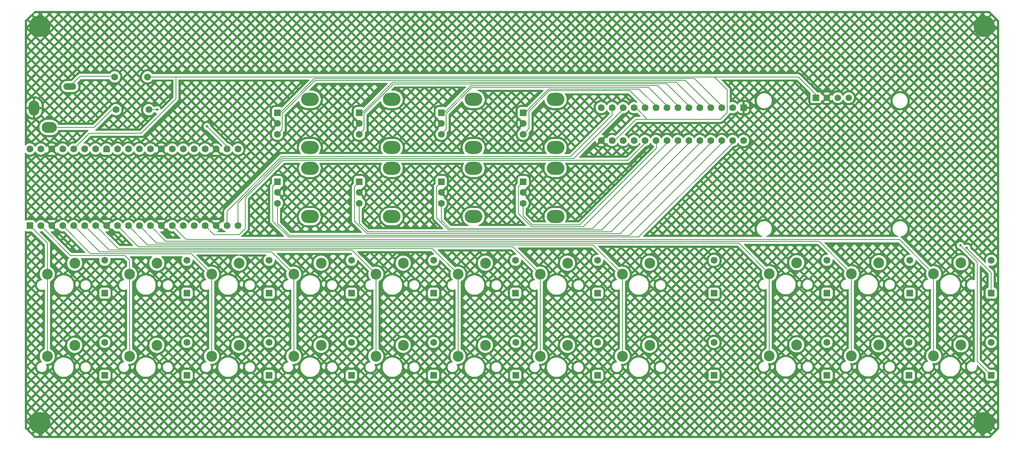
<source format=gbr>
%TF.GenerationSoftware,KiCad,Pcbnew,9.0.4-1.fc42*%
%TF.CreationDate,2025-11-01T05:47:49+00:00*%
%TF.ProjectId,dna,646e612e-6b69-4636-9164-5f7063625858,rev?*%
%TF.SameCoordinates,Original*%
%TF.FileFunction,Copper,L1,Top*%
%TF.FilePolarity,Positive*%
%FSLAX46Y46*%
G04 Gerber Fmt 4.6, Leading zero omitted, Abs format (unit mm)*
G04 Created by KiCad (PCBNEW 9.0.4-1.fc42) date 2025-11-01 05:47:49*
%MOMM*%
%LPD*%
G01*
G04 APERTURE LIST*
G04 Aperture macros list*
%AMRoundRect*
0 Rectangle with rounded corners*
0 $1 Rounding radius*
0 $2 $3 $4 $5 $6 $7 $8 $9 X,Y pos of 4 corners*
0 Add a 4 corners polygon primitive as box body*
4,1,4,$2,$3,$4,$5,$6,$7,$8,$9,$2,$3,0*
0 Add four circle primitives for the rounded corners*
1,1,$1+$1,$2,$3*
1,1,$1+$1,$4,$5*
1,1,$1+$1,$6,$7*
1,1,$1+$1,$8,$9*
0 Add four rect primitives between the rounded corners*
20,1,$1+$1,$2,$3,$4,$5,0*
20,1,$1+$1,$4,$5,$6,$7,0*
20,1,$1+$1,$6,$7,$8,$9,0*
20,1,$1+$1,$8,$9,$2,$3,0*%
%AMFreePoly0*
4,1,37,0.603843,0.796157,0.639018,0.796157,0.711114,0.766294,0.766294,0.711114,0.796157,0.639018,0.796157,0.603843,0.800000,0.600000,0.800000,-0.600000,0.796157,-0.603843,0.796157,-0.639018,0.766294,-0.711114,0.711114,-0.766294,0.639018,-0.796157,0.603843,-0.796157,0.600000,-0.800000,0.000000,-0.800000,0.000000,-0.796148,-0.078414,-0.796148,-0.232228,-0.765552,-0.377117,-0.705537,
-0.507515,-0.618408,-0.618408,-0.507515,-0.705537,-0.377117,-0.765552,-0.232228,-0.796148,-0.078414,-0.796148,0.078414,-0.765552,0.232228,-0.705537,0.377117,-0.618408,0.507515,-0.507515,0.618408,-0.377117,0.705537,-0.232228,0.765552,-0.078414,0.796148,0.000000,0.796148,0.000000,0.800000,0.600000,0.800000,0.603843,0.796157,0.603843,0.796157,$1*%
%AMFreePoly1*
4,1,37,0.000000,0.796148,0.078414,0.796148,0.232228,0.765552,0.377117,0.705537,0.507515,0.618408,0.618408,0.507515,0.705537,0.377117,0.765552,0.232228,0.796148,0.078414,0.796148,-0.078414,0.765552,-0.232228,0.705537,-0.377117,0.618408,-0.507515,0.507515,-0.618408,0.377117,-0.705537,0.232228,-0.765552,0.078414,-0.796148,0.000000,-0.796148,0.000000,-0.800000,-0.600000,-0.800000,
-0.603843,-0.796157,-0.639018,-0.796157,-0.711114,-0.766294,-0.766294,-0.711114,-0.796157,-0.639018,-0.796157,-0.603843,-0.800000,-0.600000,-0.800000,0.600000,-0.796157,0.603843,-0.796157,0.639018,-0.766294,0.711114,-0.711114,0.766294,-0.639018,0.796157,-0.603843,0.796157,-0.600000,0.800000,0.000000,0.800000,0.000000,0.796148,0.000000,0.796148,$1*%
G04 Aperture macros list end*
%TA.AperFunction,ComponentPad*%
%ADD10R,1.508000X1.508000*%
%TD*%
%TA.AperFunction,ComponentPad*%
%ADD11C,1.508000*%
%TD*%
%TA.AperFunction,ComponentPad*%
%ADD12RoundRect,0.200000X0.600000X-0.600000X0.600000X0.600000X-0.600000X0.600000X-0.600000X-0.600000X0*%
%TD*%
%TA.AperFunction,ComponentPad*%
%ADD13C,1.600000*%
%TD*%
%TA.AperFunction,ComponentPad*%
%ADD14FreePoly0,90.000000*%
%TD*%
%TA.AperFunction,ComponentPad*%
%ADD15FreePoly1,90.000000*%
%TD*%
%TA.AperFunction,ComponentPad*%
%ADD16C,2.500000*%
%TD*%
%TA.AperFunction,ComponentPad*%
%ADD17RoundRect,0.250000X-0.550000X-0.550000X0.550000X-0.550000X0.550000X0.550000X-0.550000X0.550000X0*%
%TD*%
%TA.AperFunction,ComponentPad*%
%ADD18O,4.100000X3.000000*%
%TD*%
%TA.AperFunction,ComponentPad*%
%ADD19O,3.000000X1.500000*%
%TD*%
%TA.AperFunction,ComponentPad*%
%ADD20O,2.500000X3.500000*%
%TD*%
%TA.AperFunction,ComponentPad*%
%ADD21O,3.500000X2.500000*%
%TD*%
%TA.AperFunction,ComponentPad*%
%ADD22C,5.000000*%
%TD*%
%TA.AperFunction,ComponentPad*%
%ADD23RoundRect,0.250000X-0.550000X0.550000X-0.550000X-0.550000X0.550000X-0.550000X0.550000X0.550000X0*%
%TD*%
%TA.AperFunction,ComponentPad*%
%ADD24RoundRect,0.250000X0.550000X-0.550000X0.550000X0.550000X-0.550000X0.550000X-0.550000X-0.550000X0*%
%TD*%
%TA.AperFunction,ViaPad*%
%ADD25C,0.600000*%
%TD*%
%TA.AperFunction,Conductor*%
%ADD26C,0.200000*%
%TD*%
G04 APERTURE END LIST*
D10*
%TO.P,DS1,1,VDD*%
%TO.N,+3V3*%
X220440000Y-39600000D03*
D11*
%TO.P,DS1,2,GND*%
%TO.N,GND*%
X222980000Y-39600000D03*
%TO.P,DS1,3,SCK*%
%TO.N,DISP_SCL*%
X225520000Y-39600000D03*
%TO.P,DS1,4,SDA*%
%TO.N,DISP_SDA*%
X228060000Y-39600000D03*
%TD*%
D12*
%TO.P,A1,1,GPIO0*%
%TO.N,COL0*%
X38150000Y-69291250D03*
D13*
%TO.P,A1,2,GPIO1*%
%TO.N,COL1*%
X40690000Y-69291250D03*
D14*
%TO.P,A1,3,GND*%
%TO.N,GND*%
X43230000Y-69291250D03*
D13*
%TO.P,A1,4,GPIO2*%
%TO.N,COL2*%
X45770000Y-69291250D03*
%TO.P,A1,5,GPIO3*%
%TO.N,COL3*%
X48310000Y-69291250D03*
%TO.P,A1,6,GPIO4*%
%TO.N,COL4*%
X50850000Y-69291250D03*
%TO.P,A1,7,GPIO5*%
%TO.N,COL5*%
X53390000Y-69291250D03*
D14*
%TO.P,A1,8,GND*%
%TO.N,GND*%
X55930000Y-69291250D03*
D13*
%TO.P,A1,9,GPIO6*%
%TO.N,COL6*%
X58470000Y-69291250D03*
%TO.P,A1,10,GPIO7*%
%TO.N,COL7*%
X61010000Y-69291250D03*
%TO.P,A1,11,GPIO8*%
%TO.N,COL8*%
X63550000Y-69291250D03*
%TO.P,A1,12,GPIO9*%
%TO.N,COL9*%
X66090000Y-69291250D03*
D14*
%TO.P,A1,13,GND*%
%TO.N,GND*%
X68630000Y-69291250D03*
D13*
%TO.P,A1,14,GPIO10*%
%TO.N,COL10*%
X71170000Y-69291250D03*
%TO.P,A1,15,GPIO11*%
%TO.N,ROW0*%
X73710000Y-69291250D03*
%TO.P,A1,16,GPIO12*%
%TO.N,ROW1*%
X76250000Y-69291250D03*
%TO.P,A1,17,GPIO13*%
%TO.N,PICO_INT*%
X78790000Y-69291250D03*
D14*
%TO.P,A1,18,GND*%
%TO.N,GND*%
X81330000Y-69291250D03*
D13*
%TO.P,A1,19,GPIO14*%
%TO.N,IO_SDA*%
X83870000Y-69291250D03*
%TO.P,A1,20,GPIO15*%
%TO.N,IO_SCL*%
X86410000Y-69291250D03*
%TO.P,A1,21,GPIO16*%
%TO.N,unconnected-(A1-GPIO16-Pad21)*%
X86410000Y-51511250D03*
%TO.P,A1,22,GPIO17*%
%TO.N,MIDI_SINK*%
X83870000Y-51511250D03*
D15*
%TO.P,A1,23,GND*%
%TO.N,GND*%
X81330000Y-51511250D03*
D13*
%TO.P,A1,24,GPIO18*%
%TO.N,DISP_SDA*%
X78790000Y-51511250D03*
%TO.P,A1,25,GPIO19*%
%TO.N,DISP_SCL*%
X76250000Y-51511250D03*
%TO.P,A1,26,GPIO20*%
%TO.N,unconnected-(A1-GPIO20-Pad26)*%
X73710000Y-51511250D03*
%TO.P,A1,27,GPIO21*%
%TO.N,unconnected-(A1-GPIO21-Pad27)*%
X71170000Y-51511250D03*
D15*
%TO.P,A1,28,GND*%
%TO.N,GND*%
X68630000Y-51511250D03*
D13*
%TO.P,A1,29,GPIO22*%
%TO.N,unconnected-(A1-GPIO22-Pad29)*%
X66090000Y-51511250D03*
%TO.P,A1,30,RUN*%
%TO.N,unconnected-(A1-RUN-Pad30)*%
X63550000Y-51511250D03*
%TO.P,A1,31,GPIO26_ADC0*%
%TO.N,unconnected-(A1-GPIO26_ADC0-Pad31)*%
X61010000Y-51511250D03*
%TO.P,A1,32,GPIO27_ADC1*%
%TO.N,unconnected-(A1-GPIO27_ADC1-Pad32)*%
X58470000Y-51511250D03*
D15*
%TO.P,A1,33,AGND*%
%TO.N,unconnected-(A1-AGND-Pad33)*%
X55930000Y-51511250D03*
D13*
%TO.P,A1,34,GPIO28_ADC2*%
%TO.N,unconnected-(A1-GPIO28_ADC2-Pad34)*%
X53390000Y-51511250D03*
%TO.P,A1,35,ADC_VREF*%
%TO.N,unconnected-(A1-ADC_VREF-Pad35)*%
X50850000Y-51511250D03*
%TO.P,A1,36,3V3*%
%TO.N,+3V3*%
X48310000Y-51511250D03*
%TO.P,A1,37,3V3_EN*%
%TO.N,unconnected-(A1-3V3_EN-Pad37)*%
X45770000Y-51511250D03*
D15*
%TO.P,A1,38,GND*%
%TO.N,GND*%
X43230000Y-51511250D03*
D13*
%TO.P,A1,39,VSYS*%
%TO.N,unconnected-(A1-VSYS-Pad39)*%
X40690000Y-51511250D03*
%TO.P,A1,40,VBUS*%
%TO.N,unconnected-(A1-VBUS-Pad40)*%
X38150000Y-51511250D03*
%TD*%
D16*
%TO.P,MX16,1,1*%
%TO.N,COL4*%
X118423750Y-99566250D03*
%TO.P,MX16,2,2*%
%TO.N,Net-(D16-A)*%
X124773750Y-97026250D03*
%TD*%
D17*
%TO.P,SW4,A,A*%
%TO.N,ENC3_A*%
X152590900Y-43076500D03*
D13*
%TO.P,SW4,B,B*%
%TO.N,ENC3_B*%
X152590900Y-48076500D03*
%TO.P,SW4,C,C*%
%TO.N,GND*%
X152590900Y-45576500D03*
D18*
%TO.P,SW4,SH*%
%TO.N,N/C*%
X160090900Y-39976500D03*
X160090900Y-51176500D03*
%TD*%
D19*
%TO.P,J1,R*%
%TO.N,Net-(J1-PadR)*%
X47450000Y-37000000D03*
D20*
%TO.P,J1,S*%
%TO.N,GND*%
X39150000Y-42000000D03*
D21*
%TO.P,J1,T*%
%TO.N,Net-(J1-PadT)*%
X42650000Y-46500000D03*
%TD*%
D22*
%TO.P,REF\u002A\u002A,1*%
%TO.N,N/C*%
X259500000Y-115000000D03*
%TD*%
D16*
%TO.P,MX6,1,1*%
%TO.N,COL5*%
X137473750Y-80516250D03*
%TO.P,MX6,2,2*%
%TO.N,Net-(D6-A)*%
X143823750Y-77976250D03*
%TD*%
D17*
%TO.P,SW8,A,A*%
%TO.N,ENC7_A*%
X152590900Y-59076500D03*
D13*
%TO.P,SW8,B,B*%
%TO.N,ENC7_B*%
X152590900Y-64076500D03*
%TO.P,SW8,C,C*%
%TO.N,GND*%
X152590900Y-61576500D03*
D18*
%TO.P,SW8,SH*%
%TO.N,N/C*%
X160090900Y-55976500D03*
X160090900Y-67176500D03*
%TD*%
D16*
%TO.P,MX15,1,1*%
%TO.N,COL3*%
X99373750Y-99566250D03*
%TO.P,MX15,2,2*%
%TO.N,Net-(D15-A)*%
X105723750Y-97026250D03*
%TD*%
%TO.P,MX1,1,1*%
%TO.N,COL0*%
X42223750Y-80516250D03*
%TO.P,MX1,2,2*%
%TO.N,Net-(D1-A)*%
X48573750Y-77976250D03*
%TD*%
%TO.P,MX10,1,1*%
%TO.N,COL9*%
X228720000Y-80410000D03*
%TO.P,MX10,2,2*%
%TO.N,Net-(D10-A)*%
X235070000Y-77870000D03*
%TD*%
D13*
%TO.P,R2,1*%
%TO.N,Net-(J1-PadR)*%
X57850000Y-34772500D03*
%TO.P,R2,2*%
%TO.N,+3V3*%
X65470000Y-34772500D03*
%TD*%
D16*
%TO.P,MX13,1,1*%
%TO.N,COL1*%
X61273750Y-99566250D03*
%TO.P,MX13,2,2*%
%TO.N,Net-(D13-A)*%
X67623750Y-97026250D03*
%TD*%
D13*
%TO.P,R1,1*%
%TO.N,Net-(J1-PadT)*%
X58137500Y-42372500D03*
%TO.P,R1,2*%
%TO.N,MIDI_SINK*%
X65757500Y-42372500D03*
%TD*%
D22*
%TO.P,REF\u002A\u002A,1*%
%TO.N,N/C*%
X259500000Y-23000000D03*
%TD*%
D16*
%TO.P,MX18,1,1*%
%TO.N,COL6*%
X156523750Y-99566250D03*
%TO.P,MX18,2,2*%
%TO.N,Net-(D18-A)*%
X162873750Y-97026250D03*
%TD*%
%TO.P,MX5,1,1*%
%TO.N,COL4*%
X118423750Y-80516250D03*
%TO.P,MX5,2,2*%
%TO.N,Net-(D5-A)*%
X124773750Y-77976250D03*
%TD*%
%TO.P,MX8,1,1*%
%TO.N,COL7*%
X175573750Y-80516250D03*
%TO.P,MX8,2,2*%
%TO.N,Net-(D8-A)*%
X181923750Y-77976250D03*
%TD*%
D17*
%TO.P,SW1,A,A*%
%TO.N,ENC0_A*%
X95590900Y-43076500D03*
D13*
%TO.P,SW1,B,B*%
%TO.N,ENC0_B*%
X95590900Y-48076500D03*
%TO.P,SW1,C,C*%
%TO.N,GND*%
X95590900Y-45576500D03*
D18*
%TO.P,SW1,SH*%
%TO.N,N/C*%
X103090900Y-39976500D03*
X103090900Y-51176500D03*
%TD*%
D16*
%TO.P,MX17,1,1*%
%TO.N,COL5*%
X137473750Y-99566250D03*
%TO.P,MX17,2,2*%
%TO.N,Net-(D17-A)*%
X143823750Y-97026250D03*
%TD*%
D17*
%TO.P,SW2,A,A*%
%TO.N,ENC1_A*%
X114590900Y-43076500D03*
D13*
%TO.P,SW2,B,B*%
%TO.N,ENC1_B*%
X114590900Y-48076500D03*
%TO.P,SW2,C,C*%
%TO.N,GND*%
X114590900Y-45576500D03*
D18*
%TO.P,SW2,SH*%
%TO.N,N/C*%
X122090900Y-39976500D03*
X122090900Y-51176500D03*
%TD*%
D17*
%TO.P,SW5,A,A*%
%TO.N,ENC4_A*%
X95590900Y-59076500D03*
D13*
%TO.P,SW5,B,B*%
%TO.N,ENC4_B*%
X95590900Y-64076500D03*
%TO.P,SW5,C,C*%
%TO.N,GND*%
X95590900Y-61576500D03*
D18*
%TO.P,SW5,SH*%
%TO.N,N/C*%
X103090900Y-55976500D03*
X103090900Y-67176500D03*
%TD*%
D22*
%TO.P,REF\u002A\u002A,1*%
%TO.N,N/C*%
X40500000Y-115000000D03*
%TD*%
D16*
%TO.P,MX20,1,1*%
%TO.N,COL8*%
X209670000Y-99460000D03*
%TO.P,MX20,2,2*%
%TO.N,Net-(D20-A)*%
X216020000Y-96920000D03*
%TD*%
D17*
%TO.P,SW6,A,A*%
%TO.N,ENC5_A*%
X114590900Y-59076500D03*
D13*
%TO.P,SW6,B,B*%
%TO.N,ENC5_B*%
X114590900Y-64076500D03*
%TO.P,SW6,C,C*%
%TO.N,GND*%
X114590900Y-61576500D03*
D18*
%TO.P,SW6,SH*%
%TO.N,N/C*%
X122090900Y-55976500D03*
X122090900Y-67176500D03*
%TD*%
D16*
%TO.P,MX22,1,1*%
%TO.N,COL10*%
X247770000Y-99460000D03*
%TO.P,MX22,2,2*%
%TO.N,Net-(D22-A)*%
X254120000Y-96920000D03*
%TD*%
D22*
%TO.P,REF\u002A\u002A,1*%
%TO.N,N/C*%
X40500000Y-23000000D03*
%TD*%
D16*
%TO.P,MX7,1,1*%
%TO.N,COL6*%
X156523750Y-80516250D03*
%TO.P,MX7,2,2*%
%TO.N,Net-(D7-A)*%
X162873750Y-77976250D03*
%TD*%
%TO.P,MX14,1,1*%
%TO.N,COL2*%
X80323750Y-99566250D03*
%TO.P,MX14,2,2*%
%TO.N,Net-(D14-A)*%
X86673750Y-97026250D03*
%TD*%
%TO.P,MX9,1,1*%
%TO.N,COL8*%
X209670000Y-80410000D03*
%TO.P,MX9,2,2*%
%TO.N,Net-(D9-A)*%
X216020000Y-77870000D03*
%TD*%
D17*
%TO.P,SW7,A,A*%
%TO.N,ENC6_A*%
X133590900Y-59076500D03*
D13*
%TO.P,SW7,B,B*%
%TO.N,ENC6_B*%
X133590900Y-64076500D03*
%TO.P,SW7,C,C*%
%TO.N,GND*%
X133590900Y-61576500D03*
D18*
%TO.P,SW7,SH*%
%TO.N,N/C*%
X141090900Y-55976500D03*
X141090900Y-67176500D03*
%TD*%
D16*
%TO.P,MX3,1,1*%
%TO.N,COL2*%
X80323750Y-80516250D03*
%TO.P,MX3,2,2*%
%TO.N,Net-(D3-A)*%
X86673750Y-77976250D03*
%TD*%
%TO.P,MX12,1,1*%
%TO.N,COL0*%
X42223750Y-99566250D03*
%TO.P,MX12,2,2*%
%TO.N,Net-(D12-A)*%
X48573750Y-97026250D03*
%TD*%
%TO.P,MX4,1,1*%
%TO.N,COL3*%
X99373750Y-80516250D03*
%TO.P,MX4,2,2*%
%TO.N,Net-(D4-A)*%
X105723750Y-77976250D03*
%TD*%
%TO.P,MX19,1,1*%
%TO.N,COL7*%
X175573750Y-99566250D03*
%TO.P,MX19,2,2*%
%TO.N,Net-(D19-A)*%
X181923750Y-97026250D03*
%TD*%
D23*
%TO.P,U1,1,V_{SS}*%
%TO.N,GND*%
X203700000Y-41900000D03*
D13*
%TO.P,U1,2,NC*%
%TO.N,unconnected-(U1-NC-Pad2)*%
X201160000Y-41900000D03*
%TO.P,U1,3,GPB0*%
%TO.N,ENC0_A*%
X198620000Y-41900000D03*
%TO.P,U1,4,GPB1*%
%TO.N,ENC0_B*%
X196080000Y-41900000D03*
%TO.P,U1,5,GPB2*%
%TO.N,ENC1_A*%
X193540000Y-41900000D03*
%TO.P,U1,6,GPB3*%
%TO.N,ENC1_B*%
X191000000Y-41900000D03*
%TO.P,U1,7,GPB4*%
%TO.N,ENC2_A*%
X188460000Y-41900000D03*
%TO.P,U1,8,GPB5*%
%TO.N,ENC2_B*%
X185920000Y-41900000D03*
%TO.P,U1,9,GPB6*%
%TO.N,ENC3_A*%
X183380000Y-41900000D03*
%TO.P,U1,10,GPB7*%
%TO.N,ENC3_B*%
X180840000Y-41900000D03*
%TO.P,U1,11,V_{DD}*%
%TO.N,+3V3*%
X178300000Y-41900000D03*
%TO.P,U1,12,SCL*%
%TO.N,IO_SCL*%
X175760000Y-41900000D03*
%TO.P,U1,13,SDA*%
%TO.N,IO_SDA*%
X173220000Y-41900000D03*
%TO.P,U1,14,NC*%
%TO.N,unconnected-(U1-NC-Pad14)*%
X170680000Y-41900000D03*
%TO.P,U1,15,ADDR*%
%TO.N,GND*%
X170680000Y-49520000D03*
%TO.P,U1,16,~{RESET}*%
%TO.N,+3V3*%
X173220000Y-49520000D03*
%TO.P,U1,17,NC*%
%TO.N,unconnected-(U1-NC-Pad17)*%
X175760000Y-49520000D03*
%TO.P,U1,18,INTB*%
%TO.N,unconnected-(U1-INTB-Pad18)*%
X178300000Y-49520000D03*
%TO.P,U1,19,INTA*%
%TO.N,PICO_INT*%
X180840000Y-49520000D03*
%TO.P,U1,20,GPA0*%
%TO.N,ENC7_B*%
X183380000Y-49520000D03*
%TO.P,U1,21,GPA1*%
%TO.N,ENC7_A*%
X185920000Y-49520000D03*
%TO.P,U1,22,GPA2*%
%TO.N,ENC6_B*%
X188460000Y-49520000D03*
%TO.P,U1,23,GPA3*%
%TO.N,ENC6_A*%
X191000000Y-49520000D03*
%TO.P,U1,24,GPA4*%
%TO.N,ENC5_B*%
X193540000Y-49520000D03*
%TO.P,U1,25,GPA5*%
%TO.N,ENC5_A*%
X196080000Y-49520000D03*
%TO.P,U1,26,GPA6*%
%TO.N,ENC4_B*%
X198620000Y-49520000D03*
%TO.P,U1,27,GPA7*%
%TO.N,ENC4_A*%
X201160000Y-49520000D03*
%TO.P,U1,28,NC*%
%TO.N,unconnected-(U1-NC-Pad28)*%
X203700000Y-49520000D03*
%TD*%
D16*
%TO.P,MX21,1,1*%
%TO.N,COL9*%
X228720000Y-99460000D03*
%TO.P,MX21,2,2*%
%TO.N,Net-(D21-A)*%
X235070000Y-96920000D03*
%TD*%
%TO.P,MX11,1,1*%
%TO.N,COL10*%
X247770000Y-80410000D03*
%TO.P,MX11,2,2*%
%TO.N,Net-(D11-A)*%
X254120000Y-77870000D03*
%TD*%
D17*
%TO.P,SW3,A,A*%
%TO.N,ENC2_A*%
X133590900Y-43076500D03*
D13*
%TO.P,SW3,B,B*%
%TO.N,ENC2_B*%
X133590900Y-48076500D03*
%TO.P,SW3,C,C*%
%TO.N,GND*%
X133590900Y-45576500D03*
D18*
%TO.P,SW3,SH*%
%TO.N,N/C*%
X141090900Y-39976500D03*
X141090900Y-51176500D03*
%TD*%
D16*
%TO.P,MX2,1,1*%
%TO.N,COL1*%
X61273750Y-80516250D03*
%TO.P,MX2,2,2*%
%TO.N,Net-(D2-A)*%
X67623750Y-77976250D03*
%TD*%
D24*
%TO.P,D6,1,K*%
%TO.N,ROW0*%
X150812500Y-84931250D03*
D13*
%TO.P,D6,2,A*%
%TO.N,Net-(D6-A)*%
X150812500Y-77311250D03*
%TD*%
D24*
%TO.P,D18,1,K*%
%TO.N,ROW1*%
X169862500Y-103981250D03*
D13*
%TO.P,D18,2,A*%
%TO.N,Net-(D18-A)*%
X169862500Y-96361250D03*
%TD*%
D24*
%TO.P,D10,1,K*%
%TO.N,ROW0*%
X242267500Y-84931250D03*
D13*
%TO.P,D10,2,A*%
%TO.N,Net-(D10-A)*%
X242267500Y-77311250D03*
%TD*%
D24*
%TO.P,D3,1,K*%
%TO.N,ROW0*%
X93662500Y-84931250D03*
D13*
%TO.P,D3,2,A*%
%TO.N,Net-(D3-A)*%
X93662500Y-77311250D03*
%TD*%
D24*
%TO.P,D16,1,K*%
%TO.N,ROW1*%
X131812500Y-103981250D03*
D13*
%TO.P,D16,2,A*%
%TO.N,Net-(D16-A)*%
X131812500Y-96361250D03*
%TD*%
D24*
%TO.P,D15,1,K*%
%TO.N,ROW1*%
X112762500Y-103981250D03*
D13*
%TO.P,D15,2,A*%
%TO.N,Net-(D15-A)*%
X112762500Y-96361250D03*
%TD*%
D24*
%TO.P,D1,1,K*%
%TO.N,ROW0*%
X55562500Y-84931250D03*
D13*
%TO.P,D1,2,A*%
%TO.N,Net-(D1-A)*%
X55562500Y-77311250D03*
%TD*%
D24*
%TO.P,D5,1,K*%
%TO.N,ROW0*%
X131812500Y-84931250D03*
D13*
%TO.P,D5,2,A*%
%TO.N,Net-(D5-A)*%
X131812500Y-77311250D03*
%TD*%
D24*
%TO.P,D8,1,K*%
%TO.N,ROW0*%
X196850000Y-84931250D03*
D13*
%TO.P,D8,2,A*%
%TO.N,Net-(D8-A)*%
X196850000Y-77311250D03*
%TD*%
D24*
%TO.P,D17,1,K*%
%TO.N,ROW1*%
X150862500Y-103981250D03*
D13*
%TO.P,D17,2,A*%
%TO.N,Net-(D17-A)*%
X150862500Y-96361250D03*
%TD*%
D24*
%TO.P,D19,1,K*%
%TO.N,ROW1*%
X196850000Y-103981250D03*
D13*
%TO.P,D19,2,A*%
%TO.N,Net-(D19-A)*%
X196850000Y-96361250D03*
%TD*%
D24*
%TO.P,D13,1,K*%
%TO.N,ROW1*%
X74612500Y-103981250D03*
D13*
%TO.P,D13,2,A*%
%TO.N,Net-(D13-A)*%
X74612500Y-96361250D03*
%TD*%
D24*
%TO.P,D14,1,K*%
%TO.N,ROW1*%
X93662500Y-103981250D03*
D13*
%TO.P,D14,2,A*%
%TO.N,Net-(D14-A)*%
X93662500Y-96361250D03*
%TD*%
D24*
%TO.P,D7,1,K*%
%TO.N,ROW0*%
X169862500Y-84931250D03*
D13*
%TO.P,D7,2,A*%
%TO.N,Net-(D7-A)*%
X169862500Y-77311250D03*
%TD*%
D24*
%TO.P,D11,1,K*%
%TO.N,ROW0*%
X261143750Y-84931250D03*
D13*
%TO.P,D11,2,A*%
%TO.N,Net-(D11-A)*%
X261143750Y-77311250D03*
%TD*%
D24*
%TO.P,D2,1,K*%
%TO.N,ROW0*%
X74612500Y-84931250D03*
D13*
%TO.P,D2,2,A*%
%TO.N,Net-(D2-A)*%
X74612500Y-77311250D03*
%TD*%
D24*
%TO.P,D21,1,K*%
%TO.N,ROW1*%
X242093750Y-103981250D03*
D13*
%TO.P,D21,2,A*%
%TO.N,Net-(D21-A)*%
X242093750Y-96361250D03*
%TD*%
D24*
%TO.P,D22,1,K*%
%TO.N,ROW1*%
X261143750Y-103981250D03*
D13*
%TO.P,D22,2,A*%
%TO.N,Net-(D22-A)*%
X261143750Y-96361250D03*
%TD*%
D24*
%TO.P,D12,1,K*%
%TO.N,ROW1*%
X55562500Y-103981250D03*
D13*
%TO.P,D12,2,A*%
%TO.N,Net-(D12-A)*%
X55562500Y-96361250D03*
%TD*%
D24*
%TO.P,D9,1,K*%
%TO.N,ROW0*%
X223043750Y-84931250D03*
D13*
%TO.P,D9,2,A*%
%TO.N,Net-(D9-A)*%
X223043750Y-77311250D03*
%TD*%
D24*
%TO.P,D4,1,K*%
%TO.N,ROW0*%
X112762500Y-84931250D03*
D13*
%TO.P,D4,2,A*%
%TO.N,Net-(D4-A)*%
X112762500Y-77311250D03*
%TD*%
D24*
%TO.P,D20,1,K*%
%TO.N,ROW1*%
X223043750Y-103981250D03*
D13*
%TO.P,D20,2,A*%
%TO.N,Net-(D20-A)*%
X223043750Y-96361250D03*
%TD*%
D25*
%TO.N,ROW1*%
X253975737Y-73849266D03*
%TO.N,ROW0*%
X255467050Y-74437270D03*
%TO.N,MIDI_SINK*%
X67700000Y-42372500D03*
X79250000Y-46272500D03*
%TD*%
D26*
%TO.N,COL10*%
X71170000Y-69291250D02*
X74398250Y-72519500D01*
X239879500Y-72519500D02*
X247770000Y-80410000D01*
X74398250Y-72519500D02*
X239879500Y-72519500D01*
X247770000Y-80410000D02*
X247770000Y-99460000D01*
%TO.N,IO_SDA*%
X163578870Y-53272500D02*
X96550000Y-53272500D01*
X173720000Y-42000000D02*
X173220000Y-42500000D01*
X173220000Y-42500000D02*
X173220000Y-43631370D01*
X173220000Y-43631370D02*
X163578870Y-53272500D01*
X96550000Y-53272500D02*
X83870000Y-65952500D01*
X83870000Y-65952500D02*
X83870000Y-69291250D01*
%TO.N,COL2*%
X80323750Y-99566250D02*
X80323750Y-80516250D01*
X52261450Y-75782700D02*
X45770000Y-69291250D01*
X80323750Y-80516250D02*
X75590200Y-75782700D01*
X75590200Y-75782700D02*
X52261450Y-75782700D01*
%TO.N,ROW1*%
X254000000Y-73818750D02*
X254000000Y-73825003D01*
X257886000Y-77704750D02*
X254000000Y-73818750D01*
X261143750Y-103981250D02*
X257886000Y-100723500D01*
X254000000Y-73825003D02*
X253975737Y-73849266D01*
X257886000Y-100723500D02*
X257886000Y-77704750D01*
%TO.N,ROW0*%
X261143750Y-80168750D02*
X261143750Y-84931250D01*
X255467050Y-74437270D02*
X255467050Y-74492050D01*
X255467050Y-74492050D02*
X261143750Y-80168750D01*
%TO.N,COL1*%
X47582450Y-76183700D02*
X40690000Y-69291250D01*
X61273750Y-80516250D02*
X61273750Y-99566250D01*
X61273750Y-77296250D02*
X60161200Y-76183700D01*
X61273750Y-80516250D02*
X61273750Y-77296250D01*
X60161200Y-76183700D02*
X47582450Y-76183700D01*
%TO.N,COL6*%
X58470000Y-69291250D02*
X63349250Y-74170500D01*
X150178000Y-74170500D02*
X156523750Y-80516250D01*
X63349250Y-74170500D02*
X150178000Y-74170500D01*
X156523750Y-99566250D02*
X156523750Y-80516250D01*
%TO.N,COL0*%
X42223750Y-73365000D02*
X38150000Y-69291250D01*
X42223750Y-80516250D02*
X42223750Y-99566250D01*
X42223750Y-80516250D02*
X42223750Y-73365000D01*
%TO.N,COL3*%
X48310000Y-69291250D02*
X54400450Y-75381700D01*
X94239200Y-75381700D02*
X99373750Y-80516250D01*
X54400450Y-75381700D02*
X94239200Y-75381700D01*
X99373750Y-99566250D02*
X99373750Y-80516250D01*
%TO.N,COL8*%
X67580250Y-73321500D02*
X63550000Y-69291250D01*
X209670000Y-80410000D02*
X209670000Y-99460000D01*
X209670000Y-80410000D02*
X202581500Y-73321500D01*
X202581500Y-73321500D02*
X67580250Y-73321500D01*
%TO.N,IO_SCL*%
X86410000Y-69291250D02*
X86410000Y-63979600D01*
X86410000Y-63979600D02*
X96716100Y-53673500D01*
X96716100Y-53673500D02*
X164326500Y-53673500D01*
X164326500Y-53673500D02*
X176000000Y-42000000D01*
X176000000Y-42000000D02*
X176260000Y-42000000D01*
%TO.N,COL5*%
X131529000Y-74571500D02*
X137473750Y-80516250D01*
X58670250Y-74571500D02*
X131529000Y-74571500D01*
X137473750Y-99566250D02*
X137473750Y-80516250D01*
X53390000Y-69291250D02*
X58670250Y-74571500D01*
%TO.N,COL7*%
X61010000Y-69291250D02*
X65441250Y-73722500D01*
X175573750Y-99566250D02*
X175573750Y-80516250D01*
X168780000Y-73722500D02*
X175573750Y-80516250D01*
X65441250Y-73722500D02*
X168780000Y-73722500D01*
%TO.N,+3V3*%
X198287500Y-44600000D02*
X182900000Y-44600000D01*
X64027500Y-47872500D02*
X72058000Y-39842000D01*
X72100000Y-34764500D02*
X183442000Y-34764500D01*
X199900000Y-42987500D02*
X198287500Y-44600000D01*
X220440000Y-39600000D02*
X220440000Y-38829000D01*
X65470000Y-34772500D02*
X65478000Y-34764500D01*
X182900000Y-44600000D02*
X178740000Y-44600000D01*
X48310000Y-51511250D02*
X51948750Y-47872500D01*
X182900000Y-44600000D02*
X181400000Y-44600000D01*
X178740000Y-44600000D02*
X173720000Y-49620000D01*
X220440000Y-38829000D02*
X216375500Y-34764500D01*
X216375500Y-34764500D02*
X196900000Y-34764500D01*
X196900000Y-34764500D02*
X199900000Y-37764500D01*
X196900000Y-34764500D02*
X183442000Y-34764500D01*
X72058000Y-34764500D02*
X72100000Y-34764500D01*
X51948750Y-47872500D02*
X64027500Y-47872500D01*
X199900000Y-37764500D02*
X199900000Y-42987500D01*
X72058000Y-39842000D02*
X72058000Y-34764500D01*
X65478000Y-34764500D02*
X72100000Y-34764500D01*
X181400000Y-44600000D02*
X178800000Y-42000000D01*
%TO.N,MIDI_SINK*%
X83870000Y-50892500D02*
X83870000Y-51511250D01*
X79250000Y-46272500D02*
X83870000Y-50892500D01*
X65757500Y-42372500D02*
X67700000Y-42372500D01*
%TO.N,COL4*%
X50850000Y-69291250D02*
X56531250Y-74972500D01*
X56531250Y-74972500D02*
X112880000Y-74972500D01*
X118423750Y-99566250D02*
X118423750Y-80516250D01*
X112880000Y-74972500D02*
X118423750Y-80516250D01*
%TO.N,PICO_INT*%
X80871250Y-71372500D02*
X86684212Y-71372500D01*
X78790000Y-69291250D02*
X80871250Y-71372500D01*
X88150000Y-69906712D02*
X88150000Y-62806700D01*
X88150000Y-62806700D02*
X96882200Y-54074500D01*
X86684212Y-71372500D02*
X88150000Y-69906712D01*
X96882200Y-54074500D02*
X176885500Y-54074500D01*
X176885500Y-54074500D02*
X181340000Y-49620000D01*
%TO.N,COL9*%
X66090000Y-69291250D02*
X69719250Y-72920500D01*
X228720000Y-99460000D02*
X228720000Y-80410000D01*
X221230500Y-72920500D02*
X228720000Y-80410000D01*
X69719250Y-72920500D02*
X221230500Y-72920500D01*
%TO.N,Net-(J1-PadR)*%
X57750000Y-34672500D02*
X49777500Y-34672500D01*
X57850000Y-34772500D02*
X57750000Y-34672500D01*
X47450000Y-37000000D02*
X49777500Y-34672500D01*
%TO.N,Net-(J1-PadT)*%
X42650000Y-46500000D02*
X53097500Y-46500000D01*
X57225000Y-42372500D02*
X58137500Y-42372500D01*
X53097500Y-46500000D02*
X57225000Y-42372500D01*
%TO.N,ENC0_B*%
X190146500Y-35566500D02*
X196580000Y-42000000D01*
X122216800Y-35571500D02*
X122217800Y-35570500D01*
X122217800Y-35570500D02*
X140083600Y-35570500D01*
X115027800Y-35572500D02*
X115028800Y-35571500D01*
X96691900Y-43230600D02*
X104350000Y-35572500D01*
X115028800Y-35571500D02*
X122216800Y-35571500D01*
X104350000Y-35572500D02*
X115027800Y-35572500D01*
X140087600Y-35566500D02*
X190146500Y-35566500D01*
X95590900Y-48076500D02*
X96691900Y-46975500D01*
X140083600Y-35570500D02*
X140087600Y-35566500D01*
X96691900Y-46975500D02*
X96691900Y-43230600D01*
%TO.N,ENC0_A*%
X95590900Y-43076500D02*
X96290900Y-43076500D01*
X96290900Y-43076500D02*
X96290900Y-43064500D01*
X122050700Y-35170500D02*
X122051700Y-35169500D01*
X104183900Y-35171500D02*
X114861700Y-35171500D01*
X114862700Y-35170500D02*
X122050700Y-35170500D01*
X114861700Y-35171500D02*
X114862700Y-35170500D01*
X139921500Y-35165500D02*
X192285500Y-35165500D01*
X122051700Y-35169500D02*
X139917500Y-35169500D01*
X192285500Y-35165500D02*
X199120000Y-42000000D01*
X139917500Y-35169500D02*
X139921500Y-35165500D01*
X96290900Y-43064500D02*
X104183900Y-35171500D01*
%TO.N,ENC1_A*%
X188007500Y-35967500D02*
X194040000Y-42000000D01*
X115290900Y-43076500D02*
X115290900Y-43064500D01*
X115290900Y-43064500D02*
X122383900Y-35971500D01*
X114590900Y-43076500D02*
X115290900Y-43076500D01*
X122383900Y-35971500D02*
X140249700Y-35971500D01*
X140253700Y-35967500D02*
X188007500Y-35967500D01*
X140249700Y-35971500D02*
X140253700Y-35967500D01*
%TO.N,ENC1_B*%
X114590900Y-48076500D02*
X115691900Y-46975500D01*
X140415800Y-36372500D02*
X140419800Y-36368500D01*
X185868500Y-36368500D02*
X191500000Y-42000000D01*
X115691900Y-43230600D02*
X122550000Y-36372500D01*
X140419800Y-36368500D02*
X185868500Y-36368500D01*
X115691900Y-46975500D02*
X115691900Y-43230600D01*
X122550000Y-36372500D02*
X140415800Y-36372500D01*
%TO.N,ENC2_A*%
X140585900Y-36769500D02*
X183729500Y-36769500D01*
X133590900Y-43076500D02*
X134290900Y-43076500D01*
X183729500Y-36769500D02*
X188960000Y-42000000D01*
X134290900Y-43064500D02*
X140585900Y-36769500D01*
X134290900Y-43076500D02*
X134290900Y-43064500D01*
%TO.N,ENC2_B*%
X134691900Y-46975500D02*
X134691900Y-43230600D01*
X134691900Y-43230600D02*
X140752000Y-37170500D01*
X140752000Y-37170500D02*
X181590500Y-37170500D01*
X133590900Y-48076500D02*
X134691900Y-46975500D01*
X181590500Y-37170500D02*
X186420000Y-42000000D01*
%TO.N,ENC3_B*%
X153900450Y-42772050D02*
X158700000Y-37972500D01*
X177312500Y-37972500D02*
X181340000Y-42000000D01*
X153900450Y-46766950D02*
X153900450Y-42772050D01*
X158700000Y-37972500D02*
X177312500Y-37972500D01*
X152590900Y-48076500D02*
X153900450Y-46766950D01*
%TO.N,ENC3_A*%
X179451500Y-37571500D02*
X183880000Y-42000000D01*
X153096000Y-43076500D02*
X153499450Y-42673050D01*
X153499450Y-42605950D02*
X158533900Y-37571500D01*
X152590900Y-43076500D02*
X153096000Y-43076500D01*
X153499450Y-42673050D02*
X153499450Y-42605950D01*
X158533900Y-37571500D02*
X179451500Y-37571500D01*
%TO.N,ENC4_A*%
X98189900Y-71925500D02*
X179354500Y-71925500D01*
X95590900Y-59076500D02*
X94489900Y-60177500D01*
X94489900Y-60177500D02*
X94489900Y-68225500D01*
X179354500Y-71925500D02*
X201660000Y-49620000D01*
X94489900Y-68225500D02*
X98189900Y-71925500D01*
%TO.N,ENC4_B*%
X98356000Y-71524500D02*
X177215500Y-71524500D01*
X95590900Y-68759400D02*
X98356000Y-71524500D01*
X95590900Y-64076500D02*
X95590900Y-68759400D01*
X177215500Y-71524500D02*
X199120000Y-49620000D01*
%TO.N,ENC5_B*%
X114590900Y-68759400D02*
X116554000Y-70722500D01*
X114590900Y-64076500D02*
X114590900Y-68759400D01*
X172937500Y-70722500D02*
X194040000Y-49620000D01*
X116554000Y-70722500D02*
X172937500Y-70722500D01*
%TO.N,ENC5_A*%
X116387900Y-71123500D02*
X175076500Y-71123500D01*
X113489900Y-68225500D02*
X116387900Y-71123500D01*
X175076500Y-71123500D02*
X196580000Y-49620000D01*
X113489900Y-60177500D02*
X113489900Y-68225500D01*
X114590900Y-59076500D02*
X113489900Y-60177500D01*
%TO.N,ENC6_A*%
X170798500Y-70321500D02*
X135335900Y-70321500D01*
X135335900Y-70321500D02*
X132489900Y-67475500D01*
X132489900Y-67475500D02*
X132489900Y-60177500D01*
X132489900Y-60177500D02*
X133590900Y-59076500D01*
X191500000Y-49620000D02*
X170798500Y-70321500D01*
%TO.N,ENC6_B*%
X133590900Y-68009400D02*
X135502000Y-69920500D01*
X133590900Y-64076500D02*
X133590900Y-68009400D01*
X135502000Y-69920500D02*
X168659500Y-69920500D01*
X168659500Y-69920500D02*
X188960000Y-49620000D01*
%TO.N,ENC7_B*%
X152590900Y-67009400D02*
X154700000Y-69118500D01*
X183500000Y-50000000D02*
X183880000Y-49620000D01*
X165700000Y-69118500D02*
X183500000Y-51318500D01*
X152590900Y-64076500D02*
X152590900Y-67009400D01*
X183500000Y-51318500D02*
X183500000Y-50000000D01*
X154700000Y-69118500D02*
X165700000Y-69118500D01*
%TO.N,ENC7_A*%
X166520500Y-69519500D02*
X186420000Y-49620000D01*
X152590900Y-59076500D02*
X151489900Y-60177500D01*
X151489900Y-66475500D02*
X154533900Y-69519500D01*
X154533900Y-69519500D02*
X166520500Y-69519500D01*
X151489900Y-60177500D02*
X151489900Y-66475500D01*
%TD*%
%TA.AperFunction,Conductor*%
%TO.N,GND*%
G36*
X260808363Y-19520185D02*
G01*
X260829005Y-19536819D01*
X262963181Y-21670995D01*
X262996666Y-21732318D01*
X262999500Y-21758676D01*
X262999500Y-116241324D01*
X262979815Y-116308363D01*
X262963181Y-116329005D01*
X260829005Y-118463181D01*
X260767682Y-118496666D01*
X260741324Y-118499500D01*
X39258676Y-118499500D01*
X39191637Y-118479815D01*
X39170995Y-118463181D01*
X38321405Y-117613591D01*
X39025683Y-117613591D01*
X39413592Y-118001500D01*
X40054817Y-118001500D01*
X40265948Y-117790368D01*
X40970226Y-117790368D01*
X41181358Y-118001500D01*
X42176137Y-118001500D01*
X42387269Y-117790368D01*
X43091546Y-117790368D01*
X43302678Y-118001500D01*
X44297457Y-118001500D01*
X44508589Y-117790368D01*
X45212867Y-117790368D01*
X45423999Y-118001500D01*
X46418778Y-118001500D01*
X46629909Y-117790368D01*
X47334187Y-117790368D01*
X47545319Y-118001500D01*
X48540098Y-118001500D01*
X48751230Y-117790368D01*
X49455507Y-117790368D01*
X49666639Y-118001500D01*
X50661418Y-118001500D01*
X50872550Y-117790368D01*
X51576828Y-117790368D01*
X51787960Y-118001500D01*
X52782739Y-118001500D01*
X52993870Y-117790368D01*
X53698148Y-117790368D01*
X53909280Y-118001500D01*
X54904059Y-118001500D01*
X55115191Y-117790368D01*
X55819468Y-117790368D01*
X56030600Y-118001500D01*
X57025379Y-118001500D01*
X57236511Y-117790368D01*
X57940789Y-117790368D01*
X58151921Y-118001500D01*
X59146700Y-118001500D01*
X59357831Y-117790368D01*
X60062109Y-117790368D01*
X60273241Y-118001500D01*
X61268020Y-118001500D01*
X61479152Y-117790368D01*
X62183429Y-117790368D01*
X62394561Y-118001500D01*
X63389340Y-118001500D01*
X63600472Y-117790368D01*
X64304750Y-117790368D01*
X64515882Y-118001500D01*
X65510661Y-118001500D01*
X65721792Y-117790368D01*
X66426070Y-117790368D01*
X66637202Y-118001500D01*
X67631981Y-118001500D01*
X67843113Y-117790368D01*
X68547391Y-117790368D01*
X68758523Y-118001500D01*
X69753301Y-118001500D01*
X69964433Y-117790368D01*
X70668711Y-117790368D01*
X70879843Y-118001500D01*
X71874622Y-118001500D01*
X72085753Y-117790368D01*
X72790031Y-117790368D01*
X73001163Y-118001500D01*
X73995942Y-118001500D01*
X74207074Y-117790368D01*
X74911352Y-117790368D01*
X75122484Y-118001500D01*
X76117262Y-118001500D01*
X76328394Y-117790368D01*
X77032672Y-117790368D01*
X77243804Y-118001500D01*
X78238583Y-118001500D01*
X78449714Y-117790368D01*
X79153992Y-117790368D01*
X79365124Y-118001500D01*
X80359903Y-118001500D01*
X80571035Y-117790368D01*
X81275313Y-117790368D01*
X81486445Y-118001500D01*
X82481224Y-118001500D01*
X82692355Y-117790368D01*
X83396633Y-117790368D01*
X83607765Y-118001500D01*
X84602544Y-118001500D01*
X84813675Y-117790368D01*
X85517953Y-117790368D01*
X85729085Y-118001500D01*
X86723864Y-118001500D01*
X86934996Y-117790368D01*
X87639274Y-117790368D01*
X87850406Y-118001500D01*
X88845185Y-118001500D01*
X89056316Y-117790368D01*
X89760594Y-117790368D01*
X89971726Y-118001500D01*
X90966505Y-118001500D01*
X91177636Y-117790368D01*
X91881914Y-117790368D01*
X92093046Y-118001500D01*
X93087825Y-118001500D01*
X93298957Y-117790368D01*
X94003235Y-117790368D01*
X94214367Y-118001500D01*
X95209146Y-118001500D01*
X95420277Y-117790368D01*
X96124555Y-117790368D01*
X96335687Y-118001500D01*
X97330466Y-118001500D01*
X97541597Y-117790368D01*
X98245875Y-117790368D01*
X98457007Y-118001500D01*
X99451786Y-118001500D01*
X99662918Y-117790368D01*
X100367196Y-117790368D01*
X100578328Y-118001500D01*
X101573107Y-118001500D01*
X101784238Y-117790368D01*
X102488516Y-117790368D01*
X102699648Y-118001500D01*
X103694427Y-118001500D01*
X103905558Y-117790368D01*
X104609836Y-117790368D01*
X104820968Y-118001500D01*
X105815747Y-118001500D01*
X106026879Y-117790368D01*
X106731157Y-117790368D01*
X106942289Y-118001500D01*
X107937068Y-118001500D01*
X108148199Y-117790368D01*
X108852477Y-117790368D01*
X109063609Y-118001500D01*
X110058388Y-118001500D01*
X110269520Y-117790368D01*
X110973797Y-117790368D01*
X111184929Y-118001500D01*
X112179708Y-118001500D01*
X112390840Y-117790368D01*
X113095118Y-117790368D01*
X113306250Y-118001500D01*
X114301029Y-118001500D01*
X114512160Y-117790368D01*
X115216438Y-117790368D01*
X115427570Y-118001500D01*
X116422349Y-118001500D01*
X116633481Y-117790368D01*
X117337758Y-117790368D01*
X117548890Y-118001500D01*
X118543669Y-118001500D01*
X118754801Y-117790368D01*
X119459079Y-117790368D01*
X119670211Y-118001500D01*
X120664990Y-118001500D01*
X120876121Y-117790368D01*
X121580399Y-117790368D01*
X121791531Y-118001500D01*
X122786310Y-118001500D01*
X122997442Y-117790368D01*
X123701719Y-117790368D01*
X123912851Y-118001500D01*
X124907630Y-118001500D01*
X125118762Y-117790368D01*
X125823040Y-117790368D01*
X126034172Y-118001500D01*
X127028951Y-118001500D01*
X127240082Y-117790368D01*
X127944360Y-117790368D01*
X128155492Y-118001500D01*
X129150271Y-118001500D01*
X129361403Y-117790368D01*
X130065680Y-117790368D01*
X130276812Y-118001500D01*
X131271591Y-118001500D01*
X131482723Y-117790368D01*
X132187001Y-117790368D01*
X132398133Y-118001500D01*
X133392912Y-118001500D01*
X133604043Y-117790368D01*
X134308321Y-117790368D01*
X134519453Y-118001500D01*
X135514232Y-118001500D01*
X135725364Y-117790368D01*
X136429641Y-117790368D01*
X136640773Y-118001500D01*
X137635552Y-118001500D01*
X137846684Y-117790368D01*
X138550962Y-117790368D01*
X138762094Y-118001500D01*
X139756873Y-118001500D01*
X139968004Y-117790368D01*
X140672282Y-117790368D01*
X140883414Y-118001500D01*
X141878193Y-118001500D01*
X142089325Y-117790368D01*
X142793603Y-117790368D01*
X143004735Y-118001500D01*
X143999513Y-118001500D01*
X144210645Y-117790368D01*
X144914923Y-117790368D01*
X145126055Y-118001500D01*
X146120834Y-118001500D01*
X146331965Y-117790368D01*
X147036243Y-117790368D01*
X147247375Y-118001500D01*
X148242154Y-118001500D01*
X148453286Y-117790368D01*
X149157564Y-117790368D01*
X149368696Y-118001500D01*
X150363475Y-118001500D01*
X150574606Y-117790368D01*
X151278884Y-117790368D01*
X151490016Y-118001500D01*
X152484795Y-118001500D01*
X152695926Y-117790368D01*
X153400204Y-117790368D01*
X153611336Y-118001500D01*
X154606115Y-118001500D01*
X154817247Y-117790368D01*
X155521525Y-117790368D01*
X155732657Y-118001500D01*
X156727436Y-118001500D01*
X156938567Y-117790368D01*
X157642845Y-117790368D01*
X157853977Y-118001500D01*
X158848756Y-118001500D01*
X159059887Y-117790368D01*
X159764165Y-117790368D01*
X159975297Y-118001500D01*
X160970076Y-118001500D01*
X161181208Y-117790368D01*
X161885486Y-117790368D01*
X162096618Y-118001500D01*
X163091397Y-118001500D01*
X163302528Y-117790368D01*
X164006806Y-117790368D01*
X164217938Y-118001500D01*
X165212717Y-118001500D01*
X165423848Y-117790368D01*
X166128126Y-117790368D01*
X166339258Y-118001500D01*
X167334037Y-118001500D01*
X167545169Y-117790368D01*
X168249447Y-117790368D01*
X168460579Y-118001500D01*
X169455358Y-118001500D01*
X169666489Y-117790368D01*
X170370767Y-117790368D01*
X170581899Y-118001500D01*
X171576678Y-118001500D01*
X171787809Y-117790368D01*
X172492087Y-117790368D01*
X172703219Y-118001500D01*
X173697998Y-118001500D01*
X173909130Y-117790368D01*
X174613408Y-117790368D01*
X174824540Y-118001500D01*
X175819319Y-118001500D01*
X176030450Y-117790368D01*
X176734728Y-117790368D01*
X176945860Y-118001500D01*
X177940639Y-118001500D01*
X178151771Y-117790368D01*
X178856048Y-117790368D01*
X179067180Y-118001500D01*
X180061959Y-118001500D01*
X180273091Y-117790368D01*
X180977369Y-117790368D01*
X181188501Y-118001500D01*
X182183280Y-118001500D01*
X182394411Y-117790368D01*
X183098689Y-117790368D01*
X183309821Y-118001500D01*
X184304600Y-118001500D01*
X184515732Y-117790368D01*
X185220009Y-117790368D01*
X185431141Y-118001500D01*
X186425920Y-118001500D01*
X186637052Y-117790368D01*
X187341330Y-117790368D01*
X187552462Y-118001500D01*
X188547241Y-118001500D01*
X188758372Y-117790368D01*
X189462650Y-117790368D01*
X189673782Y-118001500D01*
X190668561Y-118001500D01*
X190879693Y-117790368D01*
X191583970Y-117790368D01*
X191795102Y-118001500D01*
X192789881Y-118001500D01*
X193001013Y-117790368D01*
X193705291Y-117790368D01*
X193916423Y-118001500D01*
X194911202Y-118001500D01*
X195122333Y-117790368D01*
X195826611Y-117790368D01*
X196037743Y-118001500D01*
X197032522Y-118001500D01*
X197243654Y-117790368D01*
X197947931Y-117790368D01*
X198159063Y-118001500D01*
X199153842Y-118001500D01*
X199364974Y-117790368D01*
X200069252Y-117790368D01*
X200280384Y-118001500D01*
X201275163Y-118001500D01*
X201486294Y-117790368D01*
X202190572Y-117790368D01*
X202401704Y-118001500D01*
X203396483Y-118001500D01*
X203607615Y-117790368D01*
X204311892Y-117790368D01*
X204523024Y-118001500D01*
X205517803Y-118001500D01*
X205728935Y-117790368D01*
X206433213Y-117790368D01*
X206644345Y-118001500D01*
X207639124Y-118001500D01*
X207850255Y-117790368D01*
X208554533Y-117790368D01*
X208765665Y-118001500D01*
X209760444Y-118001500D01*
X209971576Y-117790368D01*
X210675854Y-117790368D01*
X210886986Y-118001500D01*
X211881764Y-118001500D01*
X212092896Y-117790368D01*
X212797174Y-117790368D01*
X213008306Y-118001500D01*
X214003085Y-118001500D01*
X214214216Y-117790368D01*
X214918494Y-117790368D01*
X215129626Y-118001500D01*
X216124405Y-118001500D01*
X216335537Y-117790368D01*
X217039815Y-117790368D01*
X217250947Y-118001500D01*
X218245726Y-118001500D01*
X218456857Y-117790368D01*
X219161135Y-117790368D01*
X219372267Y-118001500D01*
X220367046Y-118001500D01*
X220578177Y-117790368D01*
X221282455Y-117790368D01*
X221493587Y-118001500D01*
X222488366Y-118001500D01*
X222699498Y-117790368D01*
X223403776Y-117790368D01*
X223614908Y-118001500D01*
X224609687Y-118001500D01*
X224820818Y-117790368D01*
X225525096Y-117790368D01*
X225736228Y-118001500D01*
X226731007Y-118001500D01*
X226942138Y-117790368D01*
X227646416Y-117790368D01*
X227857548Y-118001500D01*
X228852327Y-118001500D01*
X229063459Y-117790368D01*
X229767737Y-117790368D01*
X229978869Y-118001500D01*
X230973648Y-118001500D01*
X231184779Y-117790368D01*
X231889057Y-117790368D01*
X232100189Y-118001500D01*
X233094968Y-118001500D01*
X233306099Y-117790368D01*
X234010377Y-117790368D01*
X234221509Y-118001500D01*
X235216288Y-118001500D01*
X235427420Y-117790368D01*
X236131698Y-117790368D01*
X236342830Y-118001500D01*
X237337609Y-118001500D01*
X237548740Y-117790368D01*
X238253018Y-117790368D01*
X238464150Y-118001500D01*
X239458929Y-118001500D01*
X239670060Y-117790368D01*
X240374338Y-117790368D01*
X240585470Y-118001500D01*
X241580249Y-118001500D01*
X241791381Y-117790368D01*
X242495659Y-117790368D01*
X242706791Y-118001500D01*
X243701570Y-118001500D01*
X243912701Y-117790368D01*
X244616979Y-117790368D01*
X244828111Y-118001500D01*
X245822890Y-118001500D01*
X246034021Y-117790368D01*
X246738299Y-117790368D01*
X246949431Y-118001500D01*
X247944210Y-118001500D01*
X248155342Y-117790368D01*
X248859620Y-117790368D01*
X249070752Y-118001500D01*
X250065531Y-118001500D01*
X250276662Y-117790368D01*
X250980940Y-117790368D01*
X251192072Y-118001500D01*
X252186851Y-118001500D01*
X252397983Y-117790368D01*
X253102260Y-117790368D01*
X253313392Y-118001500D01*
X254308171Y-118001500D01*
X254519303Y-117790368D01*
X255223581Y-117790368D01*
X255434713Y-118001500D01*
X256429492Y-118001500D01*
X256640623Y-117790368D01*
X257344901Y-117790368D01*
X257556033Y-118001500D01*
X258550812Y-118001500D01*
X258761944Y-117790368D01*
X259466221Y-117790368D01*
X259677353Y-118001500D01*
X260586408Y-118001500D01*
X260840402Y-117747506D01*
X260174742Y-117081846D01*
X259466221Y-117790368D01*
X258761944Y-117790368D01*
X258053422Y-117081846D01*
X257344901Y-117790368D01*
X256640623Y-117790368D01*
X255932102Y-117081846D01*
X255223581Y-117790368D01*
X254519303Y-117790368D01*
X253810781Y-117081846D01*
X253102260Y-117790368D01*
X252397983Y-117790368D01*
X251689461Y-117081846D01*
X250980940Y-117790368D01*
X250276662Y-117790368D01*
X249568141Y-117081846D01*
X248859620Y-117790368D01*
X248155342Y-117790368D01*
X247446820Y-117081846D01*
X246738299Y-117790368D01*
X246034021Y-117790368D01*
X245325500Y-117081846D01*
X244616979Y-117790368D01*
X243912701Y-117790368D01*
X243204180Y-117081846D01*
X242495659Y-117790368D01*
X241791381Y-117790368D01*
X241082859Y-117081846D01*
X240374338Y-117790368D01*
X239670060Y-117790368D01*
X238961539Y-117081846D01*
X238253018Y-117790368D01*
X237548740Y-117790368D01*
X236840219Y-117081846D01*
X236131698Y-117790368D01*
X235427420Y-117790368D01*
X234718898Y-117081846D01*
X234010377Y-117790368D01*
X233306099Y-117790368D01*
X232597578Y-117081846D01*
X231889057Y-117790368D01*
X231184779Y-117790368D01*
X230476258Y-117081846D01*
X229767737Y-117790368D01*
X229063459Y-117790368D01*
X228354937Y-117081846D01*
X227646416Y-117790368D01*
X226942138Y-117790368D01*
X226233617Y-117081846D01*
X225525096Y-117790368D01*
X224820818Y-117790368D01*
X224112297Y-117081846D01*
X223403776Y-117790368D01*
X222699498Y-117790368D01*
X221990976Y-117081846D01*
X221282455Y-117790368D01*
X220578177Y-117790368D01*
X219869656Y-117081846D01*
X219161135Y-117790368D01*
X218456857Y-117790368D01*
X217748336Y-117081846D01*
X217039815Y-117790368D01*
X216335537Y-117790368D01*
X215627015Y-117081846D01*
X214918494Y-117790368D01*
X214214216Y-117790368D01*
X213505695Y-117081846D01*
X212797174Y-117790368D01*
X212092896Y-117790368D01*
X211384375Y-117081847D01*
X210675854Y-117790368D01*
X209971576Y-117790368D01*
X209263054Y-117081846D01*
X208554533Y-117790368D01*
X207850255Y-117790368D01*
X207141734Y-117081846D01*
X206433213Y-117790368D01*
X205728935Y-117790368D01*
X205020413Y-117081846D01*
X204311892Y-117790368D01*
X203607615Y-117790368D01*
X202899093Y-117081846D01*
X202190572Y-117790368D01*
X201486294Y-117790368D01*
X200777773Y-117081846D01*
X200069252Y-117790368D01*
X199364974Y-117790368D01*
X198656452Y-117081846D01*
X197947931Y-117790368D01*
X197243654Y-117790368D01*
X196535132Y-117081846D01*
X195826611Y-117790368D01*
X195122333Y-117790368D01*
X194413812Y-117081846D01*
X193705291Y-117790368D01*
X193001013Y-117790368D01*
X192292491Y-117081846D01*
X191583970Y-117790368D01*
X190879693Y-117790368D01*
X190171171Y-117081846D01*
X189462650Y-117790368D01*
X188758372Y-117790368D01*
X188049851Y-117081846D01*
X187341330Y-117790368D01*
X186637052Y-117790368D01*
X185928530Y-117081846D01*
X185220009Y-117790368D01*
X184515732Y-117790368D01*
X183807210Y-117081846D01*
X183098689Y-117790368D01*
X182394411Y-117790368D01*
X181685890Y-117081846D01*
X180977369Y-117790368D01*
X180273091Y-117790368D01*
X179564569Y-117081846D01*
X178856048Y-117790368D01*
X178151771Y-117790368D01*
X177443249Y-117081846D01*
X176734728Y-117790368D01*
X176030450Y-117790368D01*
X175321929Y-117081846D01*
X174613408Y-117790368D01*
X173909130Y-117790368D01*
X173200608Y-117081846D01*
X172492087Y-117790368D01*
X171787809Y-117790368D01*
X171079288Y-117081846D01*
X170370767Y-117790368D01*
X169666489Y-117790368D01*
X168957968Y-117081846D01*
X168249447Y-117790368D01*
X167545169Y-117790368D01*
X166836647Y-117081846D01*
X166128126Y-117790368D01*
X165423848Y-117790368D01*
X164715327Y-117081846D01*
X164006806Y-117790368D01*
X163302528Y-117790368D01*
X162594007Y-117081846D01*
X161885486Y-117790368D01*
X161181208Y-117790368D01*
X160472686Y-117081846D01*
X159764165Y-117790368D01*
X159059887Y-117790368D01*
X158351366Y-117081846D01*
X157642845Y-117790368D01*
X156938567Y-117790368D01*
X156230046Y-117081846D01*
X155521525Y-117790368D01*
X154817247Y-117790368D01*
X154108725Y-117081846D01*
X153400204Y-117790368D01*
X152695926Y-117790368D01*
X151987405Y-117081846D01*
X151278884Y-117790368D01*
X150574606Y-117790368D01*
X149866085Y-117081846D01*
X149157564Y-117790368D01*
X148453286Y-117790368D01*
X147744764Y-117081846D01*
X147036243Y-117790368D01*
X146331965Y-117790368D01*
X145623444Y-117081846D01*
X144914923Y-117790368D01*
X144210645Y-117790368D01*
X143502124Y-117081847D01*
X142793603Y-117790368D01*
X142089325Y-117790368D01*
X141380803Y-117081846D01*
X140672282Y-117790368D01*
X139968004Y-117790368D01*
X139259483Y-117081846D01*
X138550962Y-117790368D01*
X137846684Y-117790368D01*
X137138162Y-117081846D01*
X136429641Y-117790368D01*
X135725364Y-117790368D01*
X135016842Y-117081846D01*
X134308321Y-117790368D01*
X133604043Y-117790368D01*
X132895522Y-117081846D01*
X132187001Y-117790368D01*
X131482723Y-117790368D01*
X130774201Y-117081846D01*
X130065680Y-117790368D01*
X129361403Y-117790368D01*
X128652881Y-117081846D01*
X127944360Y-117790368D01*
X127240082Y-117790368D01*
X126531561Y-117081846D01*
X125823040Y-117790368D01*
X125118762Y-117790368D01*
X124410240Y-117081846D01*
X123701719Y-117790368D01*
X122997442Y-117790368D01*
X122288920Y-117081846D01*
X121580399Y-117790368D01*
X120876121Y-117790368D01*
X120167600Y-117081846D01*
X119459079Y-117790368D01*
X118754801Y-117790368D01*
X118046279Y-117081846D01*
X117337758Y-117790368D01*
X116633481Y-117790368D01*
X115924959Y-117081846D01*
X115216438Y-117790368D01*
X114512160Y-117790368D01*
X113803639Y-117081846D01*
X113095118Y-117790368D01*
X112390840Y-117790368D01*
X111682318Y-117081846D01*
X110973797Y-117790368D01*
X110269520Y-117790368D01*
X109560998Y-117081846D01*
X108852477Y-117790368D01*
X108148199Y-117790368D01*
X107439678Y-117081846D01*
X106731157Y-117790368D01*
X106026879Y-117790368D01*
X105318357Y-117081846D01*
X104609836Y-117790368D01*
X103905558Y-117790368D01*
X103197037Y-117081846D01*
X102488516Y-117790368D01*
X101784238Y-117790368D01*
X101075717Y-117081846D01*
X100367196Y-117790368D01*
X99662918Y-117790368D01*
X98954396Y-117081846D01*
X98245875Y-117790368D01*
X97541597Y-117790368D01*
X96833076Y-117081846D01*
X96124555Y-117790368D01*
X95420277Y-117790368D01*
X94711756Y-117081846D01*
X94003235Y-117790368D01*
X93298957Y-117790368D01*
X92590435Y-117081846D01*
X91881914Y-117790368D01*
X91177636Y-117790368D01*
X90469115Y-117081846D01*
X89760594Y-117790368D01*
X89056316Y-117790368D01*
X88347795Y-117081846D01*
X87639274Y-117790368D01*
X86934996Y-117790368D01*
X86226474Y-117081846D01*
X85517953Y-117790368D01*
X84813675Y-117790368D01*
X84105154Y-117081846D01*
X83396633Y-117790368D01*
X82692355Y-117790368D01*
X81983834Y-117081846D01*
X81275313Y-117790368D01*
X80571035Y-117790368D01*
X79862513Y-117081846D01*
X79153992Y-117790368D01*
X78449714Y-117790368D01*
X77741193Y-117081846D01*
X77032672Y-117790368D01*
X76328394Y-117790368D01*
X75619873Y-117081847D01*
X74911352Y-117790368D01*
X74207074Y-117790368D01*
X73498552Y-117081846D01*
X72790031Y-117790368D01*
X72085753Y-117790368D01*
X71377232Y-117081846D01*
X70668711Y-117790368D01*
X69964433Y-117790368D01*
X69255912Y-117081847D01*
X68547391Y-117790368D01*
X67843113Y-117790368D01*
X67134591Y-117081846D01*
X66426070Y-117790368D01*
X65721792Y-117790368D01*
X65013271Y-117081846D01*
X64304750Y-117790368D01*
X63600472Y-117790368D01*
X62891950Y-117081846D01*
X62183429Y-117790368D01*
X61479152Y-117790368D01*
X60770630Y-117081846D01*
X60062109Y-117790368D01*
X59357831Y-117790368D01*
X58649310Y-117081846D01*
X57940789Y-117790368D01*
X57236511Y-117790368D01*
X56527989Y-117081846D01*
X55819468Y-117790368D01*
X55115191Y-117790368D01*
X54406669Y-117081846D01*
X53698148Y-117790368D01*
X52993870Y-117790368D01*
X52285349Y-117081846D01*
X51576828Y-117790368D01*
X50872550Y-117790368D01*
X50164028Y-117081846D01*
X49455507Y-117790368D01*
X48751230Y-117790368D01*
X48042708Y-117081846D01*
X47334187Y-117790368D01*
X46629909Y-117790368D01*
X45921388Y-117081846D01*
X45212867Y-117790368D01*
X44508589Y-117790368D01*
X43800067Y-117081846D01*
X43091546Y-117790368D01*
X42387269Y-117790368D01*
X41678747Y-117081846D01*
X40970226Y-117790368D01*
X40265948Y-117790368D01*
X39557427Y-117081846D01*
X39025683Y-117613591D01*
X38321405Y-117613591D01*
X37260744Y-116552930D01*
X37965022Y-116552930D01*
X38673544Y-117261452D01*
X38967426Y-116967569D01*
X40147427Y-116967569D01*
X40618087Y-117438229D01*
X41173948Y-116882368D01*
X40995954Y-116940203D01*
X40991294Y-116941616D01*
X40981834Y-116944284D01*
X40977110Y-116945517D01*
X40958087Y-116950082D01*
X40953346Y-116951122D01*
X40943725Y-116953036D01*
X40938929Y-116953892D01*
X40686333Y-116993900D01*
X40681498Y-116994569D01*
X40671740Y-116995723D01*
X40666901Y-116996199D01*
X40647399Y-116997733D01*
X40642540Y-116998020D01*
X40632735Y-116998405D01*
X40627870Y-116998500D01*
X40372130Y-116998500D01*
X40367265Y-116998405D01*
X40357460Y-116998020D01*
X40352601Y-116997733D01*
X40333099Y-116996199D01*
X40328260Y-116995723D01*
X40318502Y-116994569D01*
X40313667Y-116993900D01*
X40147427Y-116967569D01*
X38967426Y-116967569D01*
X39205288Y-116729707D01*
X42030886Y-116729707D01*
X42739407Y-117438229D01*
X43447929Y-116729707D01*
X44152206Y-116729707D01*
X44860728Y-117438229D01*
X45569249Y-116729707D01*
X46273526Y-116729707D01*
X46982048Y-117438229D01*
X47690569Y-116729707D01*
X48394847Y-116729707D01*
X49103368Y-117438229D01*
X49811890Y-116729707D01*
X50516167Y-116729707D01*
X51224689Y-117438229D01*
X51933210Y-116729707D01*
X52637487Y-116729707D01*
X53346009Y-117438229D01*
X54054530Y-116729707D01*
X54758808Y-116729707D01*
X55467329Y-117438229D01*
X56175851Y-116729707D01*
X56880128Y-116729707D01*
X57588650Y-117438229D01*
X58297171Y-116729707D01*
X59001448Y-116729707D01*
X59709970Y-117438229D01*
X60418491Y-116729707D01*
X61122769Y-116729707D01*
X61831290Y-117438229D01*
X62539812Y-116729707D01*
X63244089Y-116729707D01*
X63952611Y-117438229D01*
X64661132Y-116729707D01*
X65365409Y-116729707D01*
X66073931Y-117438229D01*
X66782452Y-116729707D01*
X67486730Y-116729707D01*
X68195251Y-117438229D01*
X68903773Y-116729707D01*
X69608050Y-116729707D01*
X70316572Y-117438229D01*
X71025093Y-116729707D01*
X71729370Y-116729707D01*
X72437892Y-117438229D01*
X73146413Y-116729707D01*
X73850691Y-116729707D01*
X74559212Y-117438229D01*
X75267734Y-116729707D01*
X75972011Y-116729707D01*
X76680533Y-117438229D01*
X77389054Y-116729707D01*
X78093332Y-116729707D01*
X78801853Y-117438229D01*
X79510375Y-116729707D01*
X80214652Y-116729707D01*
X80923173Y-117438229D01*
X81631695Y-116729707D01*
X82335972Y-116729707D01*
X83044494Y-117438229D01*
X83753015Y-116729707D01*
X84457293Y-116729707D01*
X85165814Y-117438229D01*
X85874336Y-116729707D01*
X86578613Y-116729707D01*
X87287134Y-117438229D01*
X87995656Y-116729707D01*
X88699933Y-116729707D01*
X89408455Y-117438229D01*
X90116976Y-116729707D01*
X90821254Y-116729707D01*
X91529775Y-117438229D01*
X92238297Y-116729707D01*
X92942574Y-116729707D01*
X93651095Y-117438229D01*
X94359617Y-116729707D01*
X95063894Y-116729707D01*
X95772416Y-117438229D01*
X96480937Y-116729707D01*
X97185215Y-116729707D01*
X97893736Y-117438229D01*
X98602258Y-116729707D01*
X99306535Y-116729707D01*
X100015056Y-117438229D01*
X100723578Y-116729707D01*
X101427855Y-116729707D01*
X102136377Y-117438229D01*
X102844898Y-116729707D01*
X103549176Y-116729707D01*
X104257697Y-117438229D01*
X104966219Y-116729707D01*
X105670496Y-116729707D01*
X106379018Y-117438229D01*
X107087539Y-116729707D01*
X107791816Y-116729707D01*
X108500338Y-117438229D01*
X109208859Y-116729707D01*
X109913137Y-116729707D01*
X110621658Y-117438229D01*
X111330180Y-116729707D01*
X112034457Y-116729707D01*
X112742979Y-117438229D01*
X113451500Y-116729707D01*
X114155777Y-116729707D01*
X114864299Y-117438229D01*
X115572820Y-116729707D01*
X116277098Y-116729707D01*
X116985619Y-117438229D01*
X117694141Y-116729707D01*
X118398418Y-116729707D01*
X119106940Y-117438229D01*
X119815461Y-116729707D01*
X120519738Y-116729707D01*
X121228260Y-117438229D01*
X121936781Y-116729707D01*
X122641059Y-116729707D01*
X123349580Y-117438229D01*
X124058102Y-116729707D01*
X124762379Y-116729707D01*
X125470901Y-117438229D01*
X126179422Y-116729707D01*
X126883699Y-116729707D01*
X127592221Y-117438229D01*
X128300742Y-116729707D01*
X129005020Y-116729707D01*
X129713541Y-117438229D01*
X130422063Y-116729707D01*
X131126340Y-116729707D01*
X131834862Y-117438229D01*
X132543383Y-116729707D01*
X133247660Y-116729707D01*
X133956182Y-117438229D01*
X134664703Y-116729707D01*
X135368981Y-116729707D01*
X136077502Y-117438229D01*
X136786024Y-116729707D01*
X137490301Y-116729707D01*
X138198823Y-117438229D01*
X138907344Y-116729707D01*
X139611621Y-116729707D01*
X140320143Y-117438229D01*
X141028664Y-116729707D01*
X141732942Y-116729707D01*
X142441463Y-117438229D01*
X143149985Y-116729707D01*
X143854262Y-116729707D01*
X144562784Y-117438229D01*
X145271305Y-116729707D01*
X145975583Y-116729707D01*
X146684104Y-117438229D01*
X147392626Y-116729707D01*
X148096903Y-116729707D01*
X148805424Y-117438229D01*
X149513946Y-116729707D01*
X150218223Y-116729707D01*
X150926745Y-117438229D01*
X151635266Y-116729707D01*
X152339544Y-116729707D01*
X153048065Y-117438229D01*
X153756587Y-116729707D01*
X154460864Y-116729707D01*
X155169385Y-117438229D01*
X155877907Y-116729707D01*
X156582184Y-116729707D01*
X157290706Y-117438229D01*
X157999227Y-116729707D01*
X158703505Y-116729707D01*
X159412026Y-117438229D01*
X160120548Y-116729707D01*
X160824825Y-116729707D01*
X161533346Y-117438229D01*
X162241868Y-116729707D01*
X162946145Y-116729707D01*
X163654667Y-117438229D01*
X164363188Y-116729707D01*
X165067466Y-116729707D01*
X165775987Y-117438229D01*
X166484509Y-116729707D01*
X167188786Y-116729707D01*
X167897307Y-117438229D01*
X168605829Y-116729707D01*
X169310106Y-116729707D01*
X170018628Y-117438229D01*
X170727149Y-116729707D01*
X171431427Y-116729707D01*
X172139948Y-117438229D01*
X172848470Y-116729707D01*
X173552747Y-116729707D01*
X174261269Y-117438229D01*
X174969790Y-116729707D01*
X175674067Y-116729707D01*
X176382589Y-117438229D01*
X177091110Y-116729707D01*
X177795388Y-116729707D01*
X178503909Y-117438229D01*
X179212431Y-116729707D01*
X179916708Y-116729707D01*
X180625230Y-117438229D01*
X181333751Y-116729707D01*
X182038028Y-116729707D01*
X182746550Y-117438229D01*
X183455071Y-116729707D01*
X184159349Y-116729707D01*
X184867870Y-117438229D01*
X185576392Y-116729707D01*
X186280669Y-116729707D01*
X186989191Y-117438229D01*
X187697712Y-116729707D01*
X188401989Y-116729707D01*
X189110511Y-117438229D01*
X189819032Y-116729707D01*
X190523310Y-116729707D01*
X191231831Y-117438229D01*
X191940353Y-116729707D01*
X192644630Y-116729707D01*
X193353152Y-117438229D01*
X194061673Y-116729707D01*
X194765950Y-116729707D01*
X195474472Y-117438229D01*
X196182993Y-116729707D01*
X196887271Y-116729707D01*
X197595792Y-117438229D01*
X198304314Y-116729707D01*
X199008591Y-116729707D01*
X199717113Y-117438229D01*
X200425634Y-116729707D01*
X201129911Y-116729707D01*
X201838433Y-117438229D01*
X202546954Y-116729707D01*
X203251232Y-116729707D01*
X203959753Y-117438229D01*
X204668275Y-116729707D01*
X205372552Y-116729707D01*
X206081074Y-117438229D01*
X206789595Y-116729707D01*
X207493872Y-116729707D01*
X208202394Y-117438229D01*
X208910915Y-116729707D01*
X209615193Y-116729707D01*
X210323714Y-117438229D01*
X211032236Y-116729707D01*
X211736513Y-116729707D01*
X212445035Y-117438229D01*
X213153556Y-116729707D01*
X213857834Y-116729707D01*
X214566355Y-117438229D01*
X215274877Y-116729707D01*
X215979154Y-116729707D01*
X216687675Y-117438229D01*
X217396197Y-116729707D01*
X218100474Y-116729707D01*
X218808996Y-117438229D01*
X219517517Y-116729707D01*
X220221795Y-116729707D01*
X220930316Y-117438229D01*
X221638838Y-116729707D01*
X222343115Y-116729707D01*
X223051636Y-117438229D01*
X223760158Y-116729707D01*
X224464435Y-116729707D01*
X225172957Y-117438229D01*
X225881478Y-116729707D01*
X226585756Y-116729707D01*
X227294277Y-117438229D01*
X228002799Y-116729707D01*
X228707076Y-116729707D01*
X229415597Y-117438229D01*
X230124119Y-116729707D01*
X230828396Y-116729707D01*
X231536918Y-117438229D01*
X232245439Y-116729707D01*
X232949717Y-116729707D01*
X233658238Y-117438229D01*
X234366760Y-116729707D01*
X235071037Y-116729707D01*
X235779558Y-117438229D01*
X236488080Y-116729707D01*
X237192357Y-116729707D01*
X237900879Y-117438229D01*
X238609400Y-116729707D01*
X239313678Y-116729707D01*
X240022199Y-117438229D01*
X240730721Y-116729707D01*
X241434998Y-116729707D01*
X242143520Y-117438229D01*
X242852041Y-116729707D01*
X243556318Y-116729707D01*
X244264840Y-117438229D01*
X244973361Y-116729707D01*
X245677639Y-116729707D01*
X246386160Y-117438229D01*
X247094682Y-116729707D01*
X247798959Y-116729707D01*
X248507481Y-117438229D01*
X249216002Y-116729707D01*
X249920279Y-116729707D01*
X250628801Y-117438229D01*
X251337322Y-116729707D01*
X252041600Y-116729707D01*
X252750121Y-117438229D01*
X253458643Y-116729707D01*
X254162920Y-116729707D01*
X254871442Y-117438229D01*
X255579963Y-116729707D01*
X256284240Y-116729707D01*
X256992762Y-117438229D01*
X257701283Y-116729707D01*
X258405560Y-116729707D01*
X259114082Y-117438228D01*
X259553811Y-116998500D01*
X259372130Y-116998500D01*
X259367265Y-116998405D01*
X259357460Y-116998020D01*
X259352601Y-116997733D01*
X259333099Y-116996199D01*
X259328260Y-116995723D01*
X259318502Y-116994569D01*
X259313667Y-116993900D01*
X259061071Y-116953892D01*
X259056275Y-116953036D01*
X259046654Y-116951122D01*
X259041913Y-116950082D01*
X259022890Y-116945517D01*
X259018166Y-116944284D01*
X259008706Y-116941616D01*
X259004046Y-116940203D01*
X258760817Y-116861172D01*
X258756219Y-116859577D01*
X258747016Y-116856182D01*
X258742492Y-116854412D01*
X258724419Y-116846928D01*
X258719946Y-116844971D01*
X258711020Y-116840856D01*
X258706639Y-116838732D01*
X258492666Y-116729707D01*
X260526881Y-116729707D01*
X261192540Y-117395366D01*
X261901062Y-116686845D01*
X261235403Y-116021186D01*
X261204802Y-116051786D01*
X261202850Y-116054973D01*
X261200221Y-116059080D01*
X261194765Y-116067245D01*
X261191983Y-116071237D01*
X261041657Y-116278142D01*
X261038717Y-116282025D01*
X261032638Y-116289736D01*
X261029549Y-116293501D01*
X261016844Y-116308376D01*
X261013616Y-116312007D01*
X261006952Y-116319217D01*
X261003572Y-116322733D01*
X260822733Y-116503572D01*
X260819217Y-116506952D01*
X260812007Y-116513616D01*
X260808376Y-116516844D01*
X260793501Y-116529549D01*
X260789736Y-116532638D01*
X260782025Y-116538717D01*
X260778142Y-116541657D01*
X260571237Y-116691983D01*
X260567245Y-116694765D01*
X260559080Y-116700221D01*
X260554966Y-116702854D01*
X260551788Y-116704800D01*
X260526881Y-116729707D01*
X258492666Y-116729707D01*
X258478765Y-116722624D01*
X258474473Y-116720330D01*
X258465907Y-116715533D01*
X258461707Y-116713071D01*
X258445027Y-116702850D01*
X258440920Y-116700221D01*
X258437399Y-116697868D01*
X258405560Y-116729707D01*
X257701283Y-116729707D01*
X256992762Y-116021186D01*
X256284240Y-116729707D01*
X255579963Y-116729707D01*
X254871442Y-116021186D01*
X254162920Y-116729707D01*
X253458643Y-116729707D01*
X252750121Y-116021186D01*
X252041600Y-116729707D01*
X251337322Y-116729707D01*
X250628801Y-116021186D01*
X249920279Y-116729707D01*
X249216002Y-116729707D01*
X248507481Y-116021186D01*
X247798959Y-116729707D01*
X247094682Y-116729707D01*
X246386160Y-116021186D01*
X245677639Y-116729707D01*
X244973361Y-116729707D01*
X244264840Y-116021186D01*
X243556318Y-116729707D01*
X242852041Y-116729707D01*
X242143520Y-116021186D01*
X241434998Y-116729707D01*
X240730721Y-116729707D01*
X240022199Y-116021186D01*
X239313678Y-116729707D01*
X238609400Y-116729707D01*
X237900879Y-116021186D01*
X237192357Y-116729707D01*
X236488080Y-116729707D01*
X235779558Y-116021186D01*
X235071037Y-116729707D01*
X234366760Y-116729707D01*
X233658238Y-116021186D01*
X232949717Y-116729707D01*
X232245439Y-116729707D01*
X231536918Y-116021186D01*
X230828396Y-116729707D01*
X230124119Y-116729707D01*
X229415597Y-116021186D01*
X228707076Y-116729707D01*
X228002799Y-116729707D01*
X227294277Y-116021186D01*
X226585756Y-116729707D01*
X225881478Y-116729707D01*
X225172957Y-116021186D01*
X224464435Y-116729707D01*
X223760158Y-116729707D01*
X223051636Y-116021186D01*
X222343115Y-116729707D01*
X221638838Y-116729707D01*
X220930316Y-116021186D01*
X220221795Y-116729707D01*
X219517517Y-116729707D01*
X218808996Y-116021186D01*
X218100474Y-116729707D01*
X217396197Y-116729707D01*
X216687675Y-116021186D01*
X215979154Y-116729707D01*
X215274877Y-116729707D01*
X214566355Y-116021186D01*
X213857834Y-116729707D01*
X213153556Y-116729707D01*
X212445035Y-116021186D01*
X211736513Y-116729707D01*
X211032236Y-116729707D01*
X210323714Y-116021186D01*
X209615193Y-116729707D01*
X208910915Y-116729707D01*
X208202394Y-116021186D01*
X207493872Y-116729707D01*
X206789595Y-116729707D01*
X206081074Y-116021186D01*
X205372552Y-116729707D01*
X204668275Y-116729707D01*
X203959753Y-116021186D01*
X203251232Y-116729707D01*
X202546954Y-116729707D01*
X201838433Y-116021186D01*
X201129911Y-116729707D01*
X200425634Y-116729707D01*
X199717113Y-116021186D01*
X199008591Y-116729707D01*
X198304314Y-116729707D01*
X197595792Y-116021186D01*
X196887271Y-116729707D01*
X196182993Y-116729707D01*
X195474472Y-116021186D01*
X194765950Y-116729707D01*
X194061673Y-116729707D01*
X193353152Y-116021186D01*
X192644630Y-116729707D01*
X191940353Y-116729707D01*
X191231831Y-116021186D01*
X190523310Y-116729707D01*
X189819032Y-116729707D01*
X189110511Y-116021186D01*
X188401989Y-116729707D01*
X187697712Y-116729707D01*
X186989191Y-116021186D01*
X186280669Y-116729707D01*
X185576392Y-116729707D01*
X184867870Y-116021186D01*
X184159349Y-116729707D01*
X183455071Y-116729707D01*
X182746550Y-116021186D01*
X182038028Y-116729707D01*
X181333751Y-116729707D01*
X180625230Y-116021186D01*
X179916708Y-116729707D01*
X179212431Y-116729707D01*
X178503909Y-116021186D01*
X177795388Y-116729707D01*
X177091110Y-116729707D01*
X176382589Y-116021186D01*
X175674067Y-116729707D01*
X174969790Y-116729707D01*
X174261269Y-116021186D01*
X173552747Y-116729707D01*
X172848470Y-116729707D01*
X172139948Y-116021186D01*
X171431427Y-116729707D01*
X170727149Y-116729707D01*
X170018628Y-116021186D01*
X169310106Y-116729707D01*
X168605829Y-116729707D01*
X167897307Y-116021186D01*
X167188786Y-116729707D01*
X166484509Y-116729707D01*
X165775987Y-116021186D01*
X165067466Y-116729707D01*
X164363188Y-116729707D01*
X163654667Y-116021186D01*
X162946145Y-116729707D01*
X162241868Y-116729707D01*
X161533346Y-116021186D01*
X160824825Y-116729707D01*
X160120548Y-116729707D01*
X159412026Y-116021186D01*
X158703505Y-116729707D01*
X157999227Y-116729707D01*
X157290706Y-116021186D01*
X156582184Y-116729707D01*
X155877907Y-116729707D01*
X155169385Y-116021186D01*
X154460864Y-116729707D01*
X153756587Y-116729707D01*
X153048065Y-116021186D01*
X152339544Y-116729707D01*
X151635266Y-116729707D01*
X150926745Y-116021186D01*
X150218223Y-116729707D01*
X149513946Y-116729707D01*
X148805424Y-116021186D01*
X148096903Y-116729707D01*
X147392626Y-116729707D01*
X146684104Y-116021186D01*
X145975583Y-116729707D01*
X145271305Y-116729707D01*
X144562784Y-116021186D01*
X143854262Y-116729707D01*
X143149985Y-116729707D01*
X142441463Y-116021186D01*
X141732942Y-116729707D01*
X141028664Y-116729707D01*
X140320143Y-116021186D01*
X139611621Y-116729707D01*
X138907344Y-116729707D01*
X138198823Y-116021186D01*
X137490301Y-116729707D01*
X136786024Y-116729707D01*
X136077502Y-116021186D01*
X135368981Y-116729707D01*
X134664703Y-116729707D01*
X133956182Y-116021186D01*
X133247660Y-116729707D01*
X132543383Y-116729707D01*
X131834862Y-116021186D01*
X131126340Y-116729707D01*
X130422063Y-116729707D01*
X129713541Y-116021186D01*
X129005020Y-116729707D01*
X128300742Y-116729707D01*
X127592221Y-116021186D01*
X126883699Y-116729707D01*
X126179422Y-116729707D01*
X125470901Y-116021186D01*
X124762379Y-116729707D01*
X124058102Y-116729707D01*
X123349580Y-116021186D01*
X122641059Y-116729707D01*
X121936781Y-116729707D01*
X121228260Y-116021186D01*
X120519738Y-116729707D01*
X119815461Y-116729707D01*
X119106940Y-116021186D01*
X118398418Y-116729707D01*
X117694141Y-116729707D01*
X116985619Y-116021186D01*
X116277098Y-116729707D01*
X115572820Y-116729707D01*
X114864299Y-116021186D01*
X114155777Y-116729707D01*
X113451500Y-116729707D01*
X112742979Y-116021186D01*
X112034457Y-116729707D01*
X111330180Y-116729707D01*
X110621658Y-116021186D01*
X109913137Y-116729707D01*
X109208859Y-116729707D01*
X108500338Y-116021186D01*
X107791816Y-116729707D01*
X107087539Y-116729707D01*
X106379018Y-116021186D01*
X105670496Y-116729707D01*
X104966219Y-116729707D01*
X104257697Y-116021186D01*
X103549176Y-116729707D01*
X102844898Y-116729707D01*
X102136377Y-116021186D01*
X101427855Y-116729707D01*
X100723578Y-116729707D01*
X100015056Y-116021186D01*
X99306535Y-116729707D01*
X98602258Y-116729707D01*
X97893736Y-116021186D01*
X97185215Y-116729707D01*
X96480937Y-116729707D01*
X95772416Y-116021186D01*
X95063894Y-116729707D01*
X94359617Y-116729707D01*
X93651095Y-116021186D01*
X92942574Y-116729707D01*
X92238297Y-116729707D01*
X91529775Y-116021186D01*
X90821254Y-116729707D01*
X90116976Y-116729707D01*
X89408455Y-116021186D01*
X88699933Y-116729707D01*
X87995656Y-116729707D01*
X87287134Y-116021186D01*
X86578613Y-116729707D01*
X85874336Y-116729707D01*
X85165814Y-116021186D01*
X84457293Y-116729707D01*
X83753015Y-116729707D01*
X83044494Y-116021186D01*
X82335972Y-116729707D01*
X81631695Y-116729707D01*
X80923173Y-116021186D01*
X80214652Y-116729707D01*
X79510375Y-116729707D01*
X78801853Y-116021186D01*
X78093332Y-116729707D01*
X77389054Y-116729707D01*
X76680533Y-116021186D01*
X75972011Y-116729707D01*
X75267734Y-116729707D01*
X74559212Y-116021186D01*
X73850691Y-116729707D01*
X73146413Y-116729707D01*
X72437892Y-116021186D01*
X71729370Y-116729707D01*
X71025093Y-116729707D01*
X70316572Y-116021186D01*
X69608050Y-116729707D01*
X68903773Y-116729707D01*
X68195251Y-116021186D01*
X67486730Y-116729707D01*
X66782452Y-116729707D01*
X66073931Y-116021186D01*
X65365409Y-116729707D01*
X64661132Y-116729707D01*
X63952611Y-116021186D01*
X63244089Y-116729707D01*
X62539812Y-116729707D01*
X61831290Y-116021186D01*
X61122769Y-116729707D01*
X60418491Y-116729707D01*
X59709970Y-116021186D01*
X59001448Y-116729707D01*
X58297171Y-116729707D01*
X57588650Y-116021186D01*
X56880128Y-116729707D01*
X56175851Y-116729707D01*
X55467329Y-116021186D01*
X54758808Y-116729707D01*
X54054530Y-116729707D01*
X53346009Y-116021186D01*
X52637487Y-116729707D01*
X51933210Y-116729707D01*
X51224689Y-116021186D01*
X50516167Y-116729707D01*
X49811890Y-116729707D01*
X49103368Y-116021186D01*
X48394847Y-116729707D01*
X47690569Y-116729707D01*
X46982048Y-116021186D01*
X46273526Y-116729707D01*
X45569249Y-116729707D01*
X44860728Y-116021186D01*
X44152206Y-116729707D01*
X43447929Y-116729707D01*
X42739407Y-116021186D01*
X42030886Y-116729707D01*
X39205288Y-116729707D01*
X38496766Y-116021185D01*
X37965022Y-116552930D01*
X37260744Y-116552930D01*
X37036819Y-116329005D01*
X37003334Y-116267682D01*
X37000500Y-116241324D01*
X37000500Y-116086408D01*
X37498500Y-116086408D01*
X37612884Y-116200792D01*
X38144628Y-115669047D01*
X37498500Y-115022919D01*
X37498500Y-116086408D01*
X37000500Y-116086408D01*
X37000500Y-114608387D01*
X37788245Y-114608387D01*
X38496766Y-115316908D01*
X38522677Y-115290997D01*
X38506100Y-115186333D01*
X38505431Y-115181498D01*
X38504277Y-115171740D01*
X38503801Y-115166901D01*
X38502267Y-115147399D01*
X38501980Y-115142540D01*
X38501595Y-115132735D01*
X38501500Y-115127870D01*
X38501500Y-114881902D01*
X38999500Y-114881902D01*
X38999500Y-115118097D01*
X39036446Y-115351368D01*
X39109433Y-115575996D01*
X39216657Y-115786433D01*
X39355483Y-115977510D01*
X39522490Y-116144517D01*
X39713567Y-116283343D01*
X39783974Y-116319217D01*
X39924003Y-116390566D01*
X39924005Y-116390566D01*
X39924008Y-116390568D01*
X40044412Y-116429689D01*
X40148631Y-116463553D01*
X40381903Y-116500500D01*
X40381908Y-116500500D01*
X40618097Y-116500500D01*
X40851368Y-116463553D01*
X41075992Y-116390568D01*
X41286433Y-116283343D01*
X41477510Y-116144517D01*
X41644517Y-115977510D01*
X41783343Y-115786433D01*
X41843154Y-115669047D01*
X43091546Y-115669047D01*
X43800067Y-116377569D01*
X44508589Y-115669047D01*
X45212866Y-115669047D01*
X45921388Y-116377569D01*
X46629909Y-115669047D01*
X47334187Y-115669047D01*
X48042708Y-116377569D01*
X48751230Y-115669047D01*
X49455507Y-115669047D01*
X50164028Y-116377569D01*
X50872550Y-115669047D01*
X51576827Y-115669047D01*
X52285349Y-116377569D01*
X52993870Y-115669047D01*
X53698148Y-115669047D01*
X54406669Y-116377569D01*
X55115191Y-115669047D01*
X55819468Y-115669047D01*
X56527989Y-116377569D01*
X57236511Y-115669047D01*
X57940788Y-115669047D01*
X58649310Y-116377569D01*
X59357831Y-115669047D01*
X60062109Y-115669047D01*
X60770630Y-116377569D01*
X61479152Y-115669047D01*
X62183429Y-115669047D01*
X62891950Y-116377569D01*
X63600472Y-115669047D01*
X64304749Y-115669047D01*
X65013271Y-116377569D01*
X65721792Y-115669047D01*
X66426070Y-115669047D01*
X67134591Y-116377569D01*
X67843113Y-115669047D01*
X68547390Y-115669047D01*
X69255912Y-116377569D01*
X69964433Y-115669047D01*
X70668710Y-115669047D01*
X71377232Y-116377569D01*
X72085753Y-115669047D01*
X72790031Y-115669047D01*
X73498552Y-116377569D01*
X74207074Y-115669047D01*
X74911351Y-115669047D01*
X75619873Y-116377569D01*
X76328394Y-115669047D01*
X77032671Y-115669047D01*
X77741193Y-116377569D01*
X78449714Y-115669047D01*
X79153992Y-115669047D01*
X79862513Y-116377569D01*
X80571035Y-115669047D01*
X81275312Y-115669047D01*
X81983834Y-116377569D01*
X82692355Y-115669047D01*
X83396632Y-115669047D01*
X84105154Y-116377569D01*
X84813675Y-115669047D01*
X85517953Y-115669047D01*
X86226474Y-116377569D01*
X86934996Y-115669047D01*
X87639273Y-115669047D01*
X88347795Y-116377569D01*
X89056316Y-115669047D01*
X89760593Y-115669047D01*
X90469115Y-116377569D01*
X91177636Y-115669047D01*
X91881914Y-115669047D01*
X92590435Y-116377569D01*
X93298957Y-115669047D01*
X94003234Y-115669047D01*
X94711756Y-116377569D01*
X95420277Y-115669047D01*
X96124554Y-115669047D01*
X96833076Y-116377569D01*
X97541597Y-115669047D01*
X98245875Y-115669047D01*
X98954396Y-116377569D01*
X99662918Y-115669047D01*
X100367195Y-115669047D01*
X101075717Y-116377569D01*
X101784238Y-115669047D01*
X102488515Y-115669047D01*
X103197037Y-116377569D01*
X103905558Y-115669047D01*
X104609836Y-115669047D01*
X105318357Y-116377569D01*
X106026879Y-115669047D01*
X106731156Y-115669047D01*
X107439678Y-116377569D01*
X108148199Y-115669047D01*
X108852477Y-115669047D01*
X109560998Y-116377569D01*
X110269520Y-115669047D01*
X110973797Y-115669047D01*
X111682318Y-116377569D01*
X112390840Y-115669047D01*
X113095117Y-115669047D01*
X113803639Y-116377569D01*
X114512160Y-115669047D01*
X115216438Y-115669047D01*
X115924959Y-116377569D01*
X116633481Y-115669047D01*
X117337758Y-115669047D01*
X118046279Y-116377569D01*
X118754801Y-115669047D01*
X119459078Y-115669047D01*
X120167600Y-116377569D01*
X120876121Y-115669047D01*
X121580399Y-115669047D01*
X122288920Y-116377569D01*
X122997442Y-115669047D01*
X123701719Y-115669047D01*
X124410240Y-116377569D01*
X125118762Y-115669047D01*
X125823039Y-115669047D01*
X126531561Y-116377569D01*
X127240082Y-115669047D01*
X127944360Y-115669047D01*
X128652881Y-116377569D01*
X129361403Y-115669047D01*
X130065680Y-115669047D01*
X130774201Y-116377569D01*
X131482723Y-115669047D01*
X132187000Y-115669047D01*
X132895522Y-116377569D01*
X133604043Y-115669047D01*
X134308321Y-115669047D01*
X135016842Y-116377569D01*
X135725364Y-115669047D01*
X136429641Y-115669047D01*
X137138162Y-116377569D01*
X137846684Y-115669047D01*
X138550961Y-115669047D01*
X139259483Y-116377569D01*
X139968004Y-115669047D01*
X140672282Y-115669047D01*
X141380803Y-116377569D01*
X142089325Y-115669047D01*
X142793602Y-115669047D01*
X143502124Y-116377569D01*
X144210645Y-115669047D01*
X144914922Y-115669047D01*
X145623444Y-116377569D01*
X146331965Y-115669047D01*
X147036243Y-115669047D01*
X147744764Y-116377569D01*
X148453286Y-115669047D01*
X149157563Y-115669047D01*
X149866085Y-116377569D01*
X150574606Y-115669047D01*
X151278883Y-115669047D01*
X151987405Y-116377569D01*
X152695926Y-115669047D01*
X153400204Y-115669047D01*
X154108725Y-116377569D01*
X154817247Y-115669047D01*
X155521524Y-115669047D01*
X156230046Y-116377569D01*
X156938567Y-115669047D01*
X157642844Y-115669047D01*
X158351366Y-116377569D01*
X159059887Y-115669047D01*
X159764165Y-115669047D01*
X160472686Y-116377569D01*
X161181208Y-115669047D01*
X161885485Y-115669047D01*
X162594007Y-116377569D01*
X163302528Y-115669047D01*
X164006805Y-115669047D01*
X164715327Y-116377569D01*
X165423848Y-115669047D01*
X166128126Y-115669047D01*
X166836647Y-116377569D01*
X167545169Y-115669047D01*
X168249446Y-115669047D01*
X168957968Y-116377569D01*
X169666489Y-115669047D01*
X170370766Y-115669047D01*
X171079288Y-116377569D01*
X171787809Y-115669047D01*
X172492087Y-115669047D01*
X173200608Y-116377569D01*
X173909130Y-115669047D01*
X174613407Y-115669047D01*
X175321929Y-116377569D01*
X176030450Y-115669047D01*
X176734728Y-115669047D01*
X177443249Y-116377569D01*
X178151771Y-115669047D01*
X178856048Y-115669047D01*
X179564569Y-116377569D01*
X180273091Y-115669047D01*
X180977368Y-115669047D01*
X181685890Y-116377569D01*
X182394411Y-115669047D01*
X183098689Y-115669047D01*
X183807210Y-116377569D01*
X184515732Y-115669047D01*
X185220009Y-115669047D01*
X185928530Y-116377569D01*
X186637052Y-115669047D01*
X187341329Y-115669047D01*
X188049851Y-116377569D01*
X188758372Y-115669047D01*
X189462650Y-115669047D01*
X190171171Y-116377569D01*
X190879693Y-115669047D01*
X191583970Y-115669047D01*
X192292491Y-116377569D01*
X193001013Y-115669047D01*
X193705290Y-115669047D01*
X194413812Y-116377569D01*
X195122333Y-115669047D01*
X195826611Y-115669047D01*
X196535132Y-116377569D01*
X197243654Y-115669047D01*
X197947931Y-115669047D01*
X198656452Y-116377569D01*
X199364974Y-115669047D01*
X200069251Y-115669047D01*
X200777773Y-116377569D01*
X201486294Y-115669047D01*
X202190572Y-115669047D01*
X202899093Y-116377569D01*
X203607615Y-115669047D01*
X204311892Y-115669047D01*
X205020413Y-116377569D01*
X205728935Y-115669047D01*
X206433212Y-115669047D01*
X207141734Y-116377569D01*
X207850255Y-115669047D01*
X208554533Y-115669047D01*
X209263054Y-116377569D01*
X209971576Y-115669047D01*
X210675853Y-115669047D01*
X211384375Y-116377569D01*
X212092896Y-115669047D01*
X212797173Y-115669047D01*
X213505695Y-116377569D01*
X214214216Y-115669047D01*
X214918494Y-115669047D01*
X215627015Y-116377569D01*
X216335537Y-115669047D01*
X217039814Y-115669047D01*
X217748336Y-116377569D01*
X218456857Y-115669047D01*
X219161134Y-115669047D01*
X219869656Y-116377569D01*
X220578177Y-115669047D01*
X221282455Y-115669047D01*
X221990976Y-116377569D01*
X222699498Y-115669047D01*
X223403775Y-115669047D01*
X224112297Y-116377569D01*
X224820818Y-115669047D01*
X225525095Y-115669047D01*
X226233617Y-116377569D01*
X226942138Y-115669047D01*
X227646416Y-115669047D01*
X228354937Y-116377569D01*
X229063459Y-115669047D01*
X229767736Y-115669047D01*
X230476258Y-116377569D01*
X231184779Y-115669047D01*
X231889056Y-115669047D01*
X232597578Y-116377569D01*
X233306099Y-115669047D01*
X234010377Y-115669047D01*
X234718898Y-116377569D01*
X235427420Y-115669047D01*
X236131697Y-115669047D01*
X236840219Y-116377569D01*
X237548740Y-115669047D01*
X238253017Y-115669047D01*
X238961539Y-116377569D01*
X239670060Y-115669047D01*
X240374338Y-115669047D01*
X241082859Y-116377569D01*
X241791381Y-115669047D01*
X242495658Y-115669047D01*
X243204180Y-116377569D01*
X243912701Y-115669047D01*
X244616978Y-115669047D01*
X245325500Y-116377569D01*
X246034021Y-115669047D01*
X246738299Y-115669047D01*
X247446820Y-116377569D01*
X248155342Y-115669047D01*
X248859619Y-115669047D01*
X249568141Y-116377569D01*
X250276662Y-115669047D01*
X250980940Y-115669047D01*
X251689461Y-116377569D01*
X252397983Y-115669047D01*
X253102260Y-115669047D01*
X253810781Y-116377569D01*
X254519303Y-115669047D01*
X255223580Y-115669047D01*
X255932102Y-116377569D01*
X256640623Y-115669047D01*
X255932102Y-114960526D01*
X255223580Y-115669047D01*
X254519303Y-115669047D01*
X253810781Y-114960526D01*
X253102260Y-115669047D01*
X252397983Y-115669047D01*
X251689461Y-114960526D01*
X250980940Y-115669047D01*
X250276662Y-115669047D01*
X249568141Y-114960526D01*
X248859619Y-115669047D01*
X248155342Y-115669047D01*
X247446820Y-114960526D01*
X246738299Y-115669047D01*
X246034021Y-115669047D01*
X245325500Y-114960526D01*
X244616978Y-115669047D01*
X243912701Y-115669047D01*
X243204180Y-114960526D01*
X242495658Y-115669047D01*
X241791381Y-115669047D01*
X241082859Y-114960526D01*
X240374338Y-115669047D01*
X239670060Y-115669047D01*
X238961539Y-114960526D01*
X238253017Y-115669047D01*
X237548740Y-115669047D01*
X236840219Y-114960526D01*
X236131697Y-115669047D01*
X235427420Y-115669047D01*
X234718898Y-114960526D01*
X234010377Y-115669047D01*
X233306099Y-115669047D01*
X232597578Y-114960526D01*
X231889056Y-115669047D01*
X231184779Y-115669047D01*
X230476258Y-114960526D01*
X229767736Y-115669047D01*
X229063459Y-115669047D01*
X228354937Y-114960526D01*
X227646416Y-115669047D01*
X226942138Y-115669047D01*
X226233617Y-114960526D01*
X225525095Y-115669047D01*
X224820818Y-115669047D01*
X224112297Y-114960526D01*
X223403775Y-115669047D01*
X222699498Y-115669047D01*
X221990976Y-114960526D01*
X221282455Y-115669047D01*
X220578177Y-115669047D01*
X219869656Y-114960526D01*
X219161134Y-115669047D01*
X218456857Y-115669047D01*
X217748336Y-114960526D01*
X217039814Y-115669047D01*
X216335537Y-115669047D01*
X215627015Y-114960526D01*
X214918494Y-115669047D01*
X214214216Y-115669047D01*
X213505695Y-114960526D01*
X212797173Y-115669047D01*
X212092896Y-115669047D01*
X211384375Y-114960526D01*
X210675853Y-115669047D01*
X209971576Y-115669047D01*
X209263054Y-114960526D01*
X208554533Y-115669047D01*
X207850255Y-115669047D01*
X207141734Y-114960526D01*
X206433212Y-115669047D01*
X205728935Y-115669047D01*
X205020413Y-114960526D01*
X204311892Y-115669047D01*
X203607615Y-115669047D01*
X202899093Y-114960526D01*
X202190572Y-115669047D01*
X201486294Y-115669047D01*
X200777773Y-114960526D01*
X200069251Y-115669047D01*
X199364974Y-115669047D01*
X198656452Y-114960526D01*
X197947931Y-115669047D01*
X197243654Y-115669047D01*
X196535132Y-114960526D01*
X195826611Y-115669047D01*
X195122333Y-115669047D01*
X194413812Y-114960526D01*
X193705290Y-115669047D01*
X193001013Y-115669047D01*
X192292491Y-114960526D01*
X191583970Y-115669047D01*
X190879693Y-115669047D01*
X190171171Y-114960526D01*
X189462650Y-115669047D01*
X188758372Y-115669047D01*
X188049851Y-114960526D01*
X187341329Y-115669047D01*
X186637052Y-115669047D01*
X185928530Y-114960526D01*
X185220009Y-115669047D01*
X184515732Y-115669047D01*
X183807210Y-114960526D01*
X183098689Y-115669047D01*
X182394411Y-115669047D01*
X181685890Y-114960526D01*
X180977368Y-115669047D01*
X180273091Y-115669047D01*
X179564569Y-114960526D01*
X178856048Y-115669047D01*
X178151771Y-115669047D01*
X177443249Y-114960526D01*
X176734728Y-115669047D01*
X176030450Y-115669047D01*
X175321929Y-114960526D01*
X174613407Y-115669047D01*
X173909130Y-115669047D01*
X173200608Y-114960526D01*
X172492087Y-115669047D01*
X171787809Y-115669047D01*
X171079288Y-114960526D01*
X170370766Y-115669047D01*
X169666489Y-115669047D01*
X168957968Y-114960526D01*
X168249446Y-115669047D01*
X167545169Y-115669047D01*
X166836647Y-114960526D01*
X166128126Y-115669047D01*
X165423848Y-115669047D01*
X164715327Y-114960526D01*
X164006805Y-115669047D01*
X163302528Y-115669047D01*
X162594007Y-114960526D01*
X161885485Y-115669047D01*
X161181208Y-115669047D01*
X160472686Y-114960526D01*
X159764165Y-115669047D01*
X159059887Y-115669047D01*
X158351366Y-114960526D01*
X157642844Y-115669047D01*
X156938567Y-115669047D01*
X156230046Y-114960526D01*
X155521524Y-115669047D01*
X154817247Y-115669047D01*
X154108725Y-114960526D01*
X153400204Y-115669047D01*
X152695926Y-115669047D01*
X151987405Y-114960526D01*
X151278883Y-115669047D01*
X150574606Y-115669047D01*
X149866085Y-114960526D01*
X149157563Y-115669047D01*
X148453286Y-115669047D01*
X147744764Y-114960526D01*
X147036243Y-115669047D01*
X146331965Y-115669047D01*
X145623444Y-114960526D01*
X144914922Y-115669047D01*
X144210645Y-115669047D01*
X143502124Y-114960526D01*
X142793602Y-115669047D01*
X142089325Y-115669047D01*
X141380803Y-114960526D01*
X140672282Y-115669047D01*
X139968004Y-115669047D01*
X139259483Y-114960526D01*
X138550961Y-115669047D01*
X137846684Y-115669047D01*
X137138162Y-114960526D01*
X136429641Y-115669047D01*
X135725364Y-115669047D01*
X135016842Y-114960526D01*
X134308321Y-115669047D01*
X133604043Y-115669047D01*
X132895522Y-114960526D01*
X132187000Y-115669047D01*
X131482723Y-115669047D01*
X130774201Y-114960526D01*
X130065680Y-115669047D01*
X129361403Y-115669047D01*
X128652881Y-114960526D01*
X127944360Y-115669047D01*
X127240082Y-115669047D01*
X126531561Y-114960526D01*
X125823039Y-115669047D01*
X125118762Y-115669047D01*
X124410240Y-114960526D01*
X123701719Y-115669047D01*
X122997442Y-115669047D01*
X122288920Y-114960526D01*
X121580399Y-115669047D01*
X120876121Y-115669047D01*
X120167600Y-114960526D01*
X119459078Y-115669047D01*
X118754801Y-115669047D01*
X118046279Y-114960526D01*
X117337758Y-115669047D01*
X116633481Y-115669047D01*
X115924959Y-114960526D01*
X115216438Y-115669047D01*
X114512160Y-115669047D01*
X113803639Y-114960526D01*
X113095117Y-115669047D01*
X112390840Y-115669047D01*
X111682318Y-114960526D01*
X110973797Y-115669047D01*
X110269520Y-115669047D01*
X109560998Y-114960526D01*
X108852477Y-115669047D01*
X108148199Y-115669047D01*
X107439678Y-114960526D01*
X106731156Y-115669047D01*
X106026879Y-115669047D01*
X105318357Y-114960526D01*
X104609836Y-115669047D01*
X103905558Y-115669047D01*
X103197037Y-114960526D01*
X102488515Y-115669047D01*
X101784238Y-115669047D01*
X101075717Y-114960526D01*
X100367195Y-115669047D01*
X99662918Y-115669047D01*
X98954396Y-114960526D01*
X98245875Y-115669047D01*
X97541597Y-115669047D01*
X96833076Y-114960526D01*
X96124554Y-115669047D01*
X95420277Y-115669047D01*
X94711756Y-114960526D01*
X94003234Y-115669047D01*
X93298957Y-115669047D01*
X92590435Y-114960526D01*
X91881914Y-115669047D01*
X91177636Y-115669047D01*
X90469115Y-114960526D01*
X89760593Y-115669047D01*
X89056316Y-115669047D01*
X88347795Y-114960526D01*
X87639273Y-115669047D01*
X86934996Y-115669047D01*
X86226474Y-114960526D01*
X85517953Y-115669047D01*
X84813675Y-115669047D01*
X84105154Y-114960526D01*
X83396632Y-115669047D01*
X82692355Y-115669047D01*
X81983834Y-114960526D01*
X81275312Y-115669047D01*
X80571035Y-115669047D01*
X79862513Y-114960526D01*
X79153992Y-115669047D01*
X78449714Y-115669047D01*
X77741193Y-114960526D01*
X77032671Y-115669047D01*
X76328394Y-115669047D01*
X75619873Y-114960526D01*
X74911351Y-115669047D01*
X74207074Y-115669047D01*
X73498552Y-114960526D01*
X72790031Y-115669047D01*
X72085753Y-115669047D01*
X71377232Y-114960526D01*
X70668710Y-115669047D01*
X69964433Y-115669047D01*
X69255912Y-114960526D01*
X68547390Y-115669047D01*
X67843113Y-115669047D01*
X67134591Y-114960526D01*
X66426070Y-115669047D01*
X65721792Y-115669047D01*
X65013271Y-114960526D01*
X64304749Y-115669047D01*
X63600472Y-115669047D01*
X62891950Y-114960526D01*
X62183429Y-115669047D01*
X61479152Y-115669047D01*
X60770630Y-114960526D01*
X60062109Y-115669047D01*
X59357831Y-115669047D01*
X58649310Y-114960526D01*
X57940788Y-115669047D01*
X57236511Y-115669047D01*
X56527989Y-114960526D01*
X55819468Y-115669047D01*
X55115191Y-115669047D01*
X54406669Y-114960526D01*
X53698148Y-115669047D01*
X52993870Y-115669047D01*
X52285349Y-114960526D01*
X51576827Y-115669047D01*
X50872550Y-115669047D01*
X50164028Y-114960526D01*
X49455507Y-115669047D01*
X48751230Y-115669047D01*
X48042708Y-114960526D01*
X47334187Y-115669047D01*
X46629909Y-115669047D01*
X45921388Y-114960526D01*
X45212866Y-115669047D01*
X44508589Y-115669047D01*
X43800067Y-114960526D01*
X43091546Y-115669047D01*
X41843154Y-115669047D01*
X41890568Y-115575992D01*
X41963553Y-115351368D01*
X41990458Y-115181498D01*
X42000500Y-115118097D01*
X42000500Y-114881902D01*
X41963553Y-114648631D01*
X41916574Y-114504046D01*
X41890568Y-114424008D01*
X41890566Y-114424005D01*
X41890566Y-114424003D01*
X41814065Y-114273862D01*
X42365410Y-114273862D01*
X42440203Y-114504046D01*
X42441616Y-114508706D01*
X42444284Y-114518166D01*
X42445517Y-114522890D01*
X42450082Y-114541913D01*
X42451122Y-114546654D01*
X42453036Y-114556275D01*
X42453892Y-114561071D01*
X42493900Y-114813667D01*
X42494569Y-114818502D01*
X42495723Y-114828260D01*
X42496199Y-114833099D01*
X42497733Y-114852601D01*
X42498020Y-114857460D01*
X42498405Y-114867265D01*
X42498500Y-114872130D01*
X42498500Y-115076001D01*
X42739408Y-115316909D01*
X43447929Y-114608387D01*
X44152206Y-114608387D01*
X44860728Y-115316909D01*
X45569249Y-114608387D01*
X46273526Y-114608387D01*
X46982048Y-115316909D01*
X47690569Y-114608387D01*
X48394847Y-114608387D01*
X49103368Y-115316909D01*
X49811890Y-114608387D01*
X50516167Y-114608387D01*
X51224689Y-115316909D01*
X51933210Y-114608387D01*
X52637487Y-114608387D01*
X53346009Y-115316909D01*
X54054530Y-114608387D01*
X54758808Y-114608387D01*
X55467329Y-115316909D01*
X56175851Y-114608387D01*
X56880128Y-114608387D01*
X57588650Y-115316909D01*
X58297171Y-114608387D01*
X59001448Y-114608387D01*
X59709970Y-115316909D01*
X60418491Y-114608387D01*
X61122769Y-114608387D01*
X61831290Y-115316909D01*
X62539812Y-114608387D01*
X63244089Y-114608387D01*
X63952611Y-115316909D01*
X64661132Y-114608387D01*
X65365409Y-114608387D01*
X66073931Y-115316909D01*
X66782452Y-114608387D01*
X67486730Y-114608387D01*
X68195251Y-115316909D01*
X68903773Y-114608387D01*
X69608050Y-114608387D01*
X70316572Y-115316909D01*
X71025093Y-114608387D01*
X71729370Y-114608387D01*
X72437892Y-115316909D01*
X73146413Y-114608387D01*
X73850691Y-114608387D01*
X74559212Y-115316909D01*
X75267734Y-114608387D01*
X75972011Y-114608387D01*
X76680533Y-115316909D01*
X77389054Y-114608387D01*
X78093332Y-114608387D01*
X78801853Y-115316909D01*
X79510375Y-114608387D01*
X80214652Y-114608387D01*
X80923173Y-115316909D01*
X81631695Y-114608387D01*
X82335972Y-114608387D01*
X83044494Y-115316909D01*
X83753015Y-114608387D01*
X84457293Y-114608387D01*
X85165814Y-115316909D01*
X85874336Y-114608387D01*
X86578613Y-114608387D01*
X87287134Y-115316909D01*
X87995656Y-114608387D01*
X88699933Y-114608387D01*
X89408455Y-115316909D01*
X90116976Y-114608387D01*
X90821254Y-114608387D01*
X91529775Y-115316909D01*
X92238297Y-114608387D01*
X92942574Y-114608387D01*
X93651095Y-115316909D01*
X94359617Y-114608387D01*
X95063894Y-114608387D01*
X95772416Y-115316909D01*
X96480937Y-114608387D01*
X97185215Y-114608387D01*
X97893736Y-115316909D01*
X98602258Y-114608387D01*
X99306535Y-114608387D01*
X100015056Y-115316909D01*
X100723578Y-114608387D01*
X101427855Y-114608387D01*
X102136377Y-115316909D01*
X102844898Y-114608387D01*
X103549176Y-114608387D01*
X104257697Y-115316909D01*
X104966219Y-114608387D01*
X105670496Y-114608387D01*
X106379018Y-115316909D01*
X107087539Y-114608387D01*
X107791816Y-114608387D01*
X108500338Y-115316909D01*
X109208859Y-114608387D01*
X109913137Y-114608387D01*
X110621658Y-115316909D01*
X111330180Y-114608387D01*
X112034457Y-114608387D01*
X112742979Y-115316909D01*
X113451500Y-114608387D01*
X114155777Y-114608387D01*
X114864299Y-115316909D01*
X115572820Y-114608387D01*
X116277098Y-114608387D01*
X116985619Y-115316909D01*
X117694141Y-114608387D01*
X118398418Y-114608387D01*
X119106940Y-115316909D01*
X119815461Y-114608387D01*
X120519738Y-114608387D01*
X121228260Y-115316909D01*
X121936781Y-114608387D01*
X122641059Y-114608387D01*
X123349580Y-115316909D01*
X124058102Y-114608387D01*
X124762379Y-114608387D01*
X125470901Y-115316909D01*
X126179422Y-114608387D01*
X126883699Y-114608387D01*
X127592221Y-115316909D01*
X128300742Y-114608387D01*
X129005020Y-114608387D01*
X129713541Y-115316909D01*
X130422063Y-114608387D01*
X131126340Y-114608387D01*
X131834862Y-115316909D01*
X132543383Y-114608387D01*
X133247660Y-114608387D01*
X133956182Y-115316909D01*
X134664703Y-114608387D01*
X135368981Y-114608387D01*
X136077502Y-115316909D01*
X136786024Y-114608387D01*
X137490301Y-114608387D01*
X138198823Y-115316909D01*
X138907344Y-114608387D01*
X139611621Y-114608387D01*
X140320143Y-115316909D01*
X141028664Y-114608387D01*
X141732942Y-114608387D01*
X142441463Y-115316909D01*
X143149985Y-114608387D01*
X143854262Y-114608387D01*
X144562784Y-115316909D01*
X145271305Y-114608387D01*
X145975583Y-114608387D01*
X146684104Y-115316909D01*
X147392626Y-114608387D01*
X148096903Y-114608387D01*
X148805424Y-115316909D01*
X149513946Y-114608387D01*
X150218223Y-114608387D01*
X150926745Y-115316909D01*
X151635266Y-114608387D01*
X152339544Y-114608387D01*
X153048065Y-115316909D01*
X153756587Y-114608387D01*
X154460864Y-114608387D01*
X155169385Y-115316909D01*
X155877907Y-114608387D01*
X156582184Y-114608387D01*
X157290706Y-115316909D01*
X157999227Y-114608387D01*
X158703505Y-114608387D01*
X159412026Y-115316909D01*
X160120548Y-114608387D01*
X160824825Y-114608387D01*
X161533346Y-115316909D01*
X162241868Y-114608387D01*
X162946145Y-114608387D01*
X163654667Y-115316909D01*
X164363188Y-114608387D01*
X165067466Y-114608387D01*
X165775987Y-115316909D01*
X166484509Y-114608387D01*
X167188786Y-114608387D01*
X167897307Y-115316909D01*
X168605829Y-114608387D01*
X169310106Y-114608387D01*
X170018628Y-115316909D01*
X170727149Y-114608387D01*
X171431427Y-114608387D01*
X172139948Y-115316909D01*
X172848470Y-114608387D01*
X173552747Y-114608387D01*
X174261269Y-115316909D01*
X174969790Y-114608387D01*
X175674067Y-114608387D01*
X176382589Y-115316909D01*
X177091110Y-114608387D01*
X177795388Y-114608387D01*
X178503909Y-115316909D01*
X179212431Y-114608387D01*
X179916708Y-114608387D01*
X180625230Y-115316909D01*
X181333751Y-114608387D01*
X182038028Y-114608387D01*
X182746550Y-115316909D01*
X183455071Y-114608387D01*
X184159349Y-114608387D01*
X184867870Y-115316909D01*
X185576392Y-114608387D01*
X186280669Y-114608387D01*
X186989191Y-115316909D01*
X187697712Y-114608387D01*
X188401989Y-114608387D01*
X189110511Y-115316909D01*
X189819032Y-114608387D01*
X190523310Y-114608387D01*
X191231831Y-115316909D01*
X191940353Y-114608387D01*
X192644630Y-114608387D01*
X193353152Y-115316909D01*
X194061673Y-114608387D01*
X194765950Y-114608387D01*
X195474472Y-115316909D01*
X196182993Y-114608387D01*
X196887271Y-114608387D01*
X197595792Y-115316909D01*
X198304314Y-114608387D01*
X199008591Y-114608387D01*
X199717113Y-115316909D01*
X200425634Y-114608387D01*
X201129911Y-114608387D01*
X201838433Y-115316909D01*
X202546954Y-114608387D01*
X203251232Y-114608387D01*
X203959753Y-115316909D01*
X204668275Y-114608387D01*
X205372552Y-114608387D01*
X206081074Y-115316909D01*
X206789595Y-114608387D01*
X207493872Y-114608387D01*
X208202394Y-115316909D01*
X208910915Y-114608387D01*
X209615193Y-114608387D01*
X210323714Y-115316909D01*
X211032236Y-114608387D01*
X211736513Y-114608387D01*
X212445035Y-115316909D01*
X213153556Y-114608387D01*
X213857834Y-114608387D01*
X214566355Y-115316909D01*
X215274877Y-114608387D01*
X215979154Y-114608387D01*
X216687675Y-115316909D01*
X217396197Y-114608387D01*
X218100474Y-114608387D01*
X218808996Y-115316909D01*
X219517517Y-114608387D01*
X220221795Y-114608387D01*
X220930316Y-115316909D01*
X221638838Y-114608387D01*
X222343115Y-114608387D01*
X223051636Y-115316909D01*
X223760158Y-114608387D01*
X224464435Y-114608387D01*
X225172957Y-115316909D01*
X225881478Y-114608387D01*
X226585756Y-114608387D01*
X227294277Y-115316909D01*
X228002799Y-114608387D01*
X228707076Y-114608387D01*
X229415597Y-115316909D01*
X230124119Y-114608387D01*
X230828396Y-114608387D01*
X231536918Y-115316909D01*
X232245439Y-114608387D01*
X232949717Y-114608387D01*
X233658238Y-115316909D01*
X234366760Y-114608387D01*
X235071037Y-114608387D01*
X235779558Y-115316909D01*
X236488080Y-114608387D01*
X237192357Y-114608387D01*
X237900879Y-115316909D01*
X238609400Y-114608387D01*
X239313678Y-114608387D01*
X240022199Y-115316909D01*
X240730721Y-114608387D01*
X241434998Y-114608387D01*
X242143520Y-115316909D01*
X242852041Y-114608387D01*
X243556318Y-114608387D01*
X244264840Y-115316909D01*
X244973361Y-114608387D01*
X245677639Y-114608387D01*
X246386160Y-115316909D01*
X247094682Y-114608387D01*
X247798959Y-114608387D01*
X248507481Y-115316909D01*
X249216002Y-114608387D01*
X249920279Y-114608387D01*
X250628801Y-115316909D01*
X251337322Y-114608387D01*
X252041600Y-114608387D01*
X252750121Y-115316909D01*
X253458643Y-114608387D01*
X254162920Y-114608387D01*
X254871442Y-115316909D01*
X255579963Y-114608387D01*
X256284240Y-114608387D01*
X256992762Y-115316909D01*
X257427768Y-114881902D01*
X257999500Y-114881902D01*
X257999500Y-115118097D01*
X258036446Y-115351368D01*
X258109433Y-115575996D01*
X258216657Y-115786433D01*
X258355483Y-115977510D01*
X258522490Y-116144517D01*
X258713567Y-116283343D01*
X258783974Y-116319217D01*
X258924003Y-116390566D01*
X258924005Y-116390566D01*
X258924008Y-116390568D01*
X259044412Y-116429689D01*
X259148631Y-116463553D01*
X259381903Y-116500500D01*
X259381908Y-116500500D01*
X259618097Y-116500500D01*
X259851368Y-116463553D01*
X260075992Y-116390568D01*
X260286433Y-116283343D01*
X260477510Y-116144517D01*
X260644517Y-115977510D01*
X260783343Y-115786433D01*
X260843154Y-115669047D01*
X261587541Y-115669047D01*
X262253201Y-116334707D01*
X262501500Y-116086408D01*
X262501500Y-115165963D01*
X262296063Y-114960526D01*
X261587541Y-115669047D01*
X260843154Y-115669047D01*
X260890568Y-115575992D01*
X260963553Y-115351368D01*
X260990458Y-115181498D01*
X261000500Y-115118097D01*
X261000500Y-114881902D01*
X260963553Y-114648631D01*
X260916574Y-114504046D01*
X260890568Y-114424008D01*
X260890566Y-114424005D01*
X260890566Y-114424003D01*
X260783342Y-114213566D01*
X260769021Y-114193855D01*
X260644517Y-114022490D01*
X260559426Y-113937399D01*
X261197868Y-113937399D01*
X261200221Y-113940920D01*
X261202850Y-113945027D01*
X261213071Y-113961707D01*
X261215533Y-113965907D01*
X261220330Y-113974473D01*
X261222624Y-113978765D01*
X261338732Y-114206639D01*
X261340856Y-114211020D01*
X261344971Y-114219946D01*
X261346928Y-114224419D01*
X261354412Y-114242492D01*
X261356182Y-114247016D01*
X261359577Y-114256219D01*
X261361172Y-114260817D01*
X261440203Y-114504046D01*
X261441616Y-114508706D01*
X261444284Y-114518166D01*
X261445517Y-114522890D01*
X261450082Y-114541913D01*
X261451122Y-114546654D01*
X261453036Y-114556275D01*
X261453892Y-114561071D01*
X261493900Y-114813667D01*
X261494569Y-114818502D01*
X261495723Y-114828260D01*
X261496199Y-114833099D01*
X261497733Y-114852601D01*
X261498020Y-114857460D01*
X261498405Y-114867265D01*
X261498500Y-114872130D01*
X261498500Y-115053811D01*
X261943924Y-114608387D01*
X261235402Y-113899865D01*
X261197868Y-113937399D01*
X260559426Y-113937399D01*
X260477510Y-113855483D01*
X260286433Y-113716657D01*
X260227333Y-113686544D01*
X260075996Y-113609433D01*
X259851368Y-113536446D01*
X259618097Y-113499500D01*
X259618092Y-113499500D01*
X259381908Y-113499500D01*
X259381903Y-113499500D01*
X259148631Y-113536446D01*
X258924003Y-113609433D01*
X258713566Y-113716657D01*
X258706408Y-113721858D01*
X258522490Y-113855483D01*
X258522488Y-113855485D01*
X258522487Y-113855485D01*
X258355485Y-114022487D01*
X258355485Y-114022488D01*
X258355483Y-114022490D01*
X258334906Y-114050812D01*
X258216657Y-114213566D01*
X258109433Y-114424003D01*
X258036446Y-114648631D01*
X257999500Y-114881902D01*
X257427768Y-114881902D01*
X257508000Y-114801670D01*
X257546108Y-114561071D01*
X257546964Y-114556275D01*
X257548878Y-114546654D01*
X257549918Y-114541913D01*
X257554483Y-114522890D01*
X257555716Y-114518166D01*
X257558384Y-114508706D01*
X257559797Y-114504047D01*
X257568906Y-114476010D01*
X256992762Y-113899866D01*
X256284240Y-114608387D01*
X255579963Y-114608387D01*
X254871442Y-113899866D01*
X254162920Y-114608387D01*
X253458643Y-114608387D01*
X252750121Y-113899866D01*
X252041600Y-114608387D01*
X251337322Y-114608387D01*
X250628801Y-113899866D01*
X249920279Y-114608387D01*
X249216002Y-114608387D01*
X248507481Y-113899866D01*
X247798959Y-114608387D01*
X247094682Y-114608387D01*
X246386160Y-113899866D01*
X245677639Y-114608387D01*
X244973361Y-114608387D01*
X244264840Y-113899866D01*
X243556318Y-114608387D01*
X242852041Y-114608387D01*
X242143520Y-113899866D01*
X241434998Y-114608387D01*
X240730721Y-114608387D01*
X240022199Y-113899866D01*
X239313678Y-114608387D01*
X238609400Y-114608387D01*
X237900879Y-113899866D01*
X237192357Y-114608387D01*
X236488080Y-114608387D01*
X235779558Y-113899866D01*
X235071037Y-114608387D01*
X234366760Y-114608387D01*
X233658238Y-113899866D01*
X232949717Y-114608387D01*
X232245439Y-114608387D01*
X231536918Y-113899866D01*
X230828396Y-114608387D01*
X230124119Y-114608387D01*
X229415597Y-113899866D01*
X228707076Y-114608387D01*
X228002799Y-114608387D01*
X227294277Y-113899866D01*
X226585756Y-114608387D01*
X225881478Y-114608387D01*
X225172957Y-113899866D01*
X224464435Y-114608387D01*
X223760158Y-114608387D01*
X223051636Y-113899866D01*
X222343115Y-114608387D01*
X221638838Y-114608387D01*
X220930316Y-113899866D01*
X220221795Y-114608387D01*
X219517517Y-114608387D01*
X218808996Y-113899866D01*
X218100474Y-114608387D01*
X217396197Y-114608387D01*
X216687675Y-113899866D01*
X215979154Y-114608387D01*
X215274877Y-114608387D01*
X214566355Y-113899866D01*
X213857834Y-114608387D01*
X213153556Y-114608387D01*
X212445035Y-113899866D01*
X211736513Y-114608387D01*
X211032236Y-114608387D01*
X210323714Y-113899866D01*
X209615193Y-114608387D01*
X208910915Y-114608387D01*
X208202394Y-113899866D01*
X207493872Y-114608387D01*
X206789595Y-114608387D01*
X206081074Y-113899866D01*
X205372552Y-114608387D01*
X204668275Y-114608387D01*
X203959753Y-113899866D01*
X203251232Y-114608387D01*
X202546954Y-114608387D01*
X201838433Y-113899866D01*
X201129911Y-114608387D01*
X200425634Y-114608387D01*
X199717113Y-113899866D01*
X199008591Y-114608387D01*
X198304314Y-114608387D01*
X197595792Y-113899866D01*
X196887271Y-114608387D01*
X196182993Y-114608387D01*
X195474472Y-113899866D01*
X194765950Y-114608387D01*
X194061673Y-114608387D01*
X193353152Y-113899866D01*
X192644630Y-114608387D01*
X191940353Y-114608387D01*
X191231831Y-113899866D01*
X190523310Y-114608387D01*
X189819032Y-114608387D01*
X189110511Y-113899866D01*
X188401989Y-114608387D01*
X187697712Y-114608387D01*
X186989191Y-113899866D01*
X186280669Y-114608387D01*
X185576392Y-114608387D01*
X184867870Y-113899866D01*
X184159349Y-114608387D01*
X183455071Y-114608387D01*
X182746550Y-113899866D01*
X182038028Y-114608387D01*
X181333751Y-114608387D01*
X180625230Y-113899866D01*
X179916708Y-114608387D01*
X179212431Y-114608387D01*
X178503909Y-113899866D01*
X177795388Y-114608387D01*
X177091110Y-114608387D01*
X176382589Y-113899866D01*
X175674067Y-114608387D01*
X174969790Y-114608387D01*
X174261269Y-113899866D01*
X173552747Y-114608387D01*
X172848470Y-114608387D01*
X172139948Y-113899866D01*
X171431427Y-114608387D01*
X170727149Y-114608387D01*
X170018628Y-113899866D01*
X169310106Y-114608387D01*
X168605829Y-114608387D01*
X167897307Y-113899866D01*
X167188786Y-114608387D01*
X166484509Y-114608387D01*
X165775987Y-113899866D01*
X165067466Y-114608387D01*
X164363188Y-114608387D01*
X163654667Y-113899866D01*
X162946145Y-114608387D01*
X162241868Y-114608387D01*
X161533346Y-113899866D01*
X160824825Y-114608387D01*
X160120548Y-114608387D01*
X159412026Y-113899866D01*
X158703505Y-114608387D01*
X157999227Y-114608387D01*
X157290706Y-113899866D01*
X156582184Y-114608387D01*
X155877907Y-114608387D01*
X155169385Y-113899866D01*
X154460864Y-114608387D01*
X153756587Y-114608387D01*
X153048065Y-113899866D01*
X152339544Y-114608387D01*
X151635266Y-114608387D01*
X150926745Y-113899866D01*
X150218223Y-114608387D01*
X149513946Y-114608387D01*
X148805424Y-113899866D01*
X148096903Y-114608387D01*
X147392626Y-114608387D01*
X146684104Y-113899866D01*
X145975583Y-114608387D01*
X145271305Y-114608387D01*
X144562784Y-113899866D01*
X143854262Y-114608387D01*
X143149985Y-114608387D01*
X142441463Y-113899866D01*
X141732942Y-114608387D01*
X141028664Y-114608387D01*
X140320143Y-113899866D01*
X139611621Y-114608387D01*
X138907344Y-114608387D01*
X138198823Y-113899866D01*
X137490301Y-114608387D01*
X136786024Y-114608387D01*
X136077502Y-113899866D01*
X135368981Y-114608387D01*
X134664703Y-114608387D01*
X133956182Y-113899866D01*
X133247660Y-114608387D01*
X132543383Y-114608387D01*
X131834862Y-113899866D01*
X131126340Y-114608387D01*
X130422063Y-114608387D01*
X129713541Y-113899866D01*
X129005020Y-114608387D01*
X128300742Y-114608387D01*
X127592221Y-113899866D01*
X126883699Y-114608387D01*
X126179422Y-114608387D01*
X125470901Y-113899866D01*
X124762379Y-114608387D01*
X124058102Y-114608387D01*
X123349580Y-113899866D01*
X122641059Y-114608387D01*
X121936781Y-114608387D01*
X121228260Y-113899866D01*
X120519738Y-114608387D01*
X119815461Y-114608387D01*
X119106940Y-113899866D01*
X118398418Y-114608387D01*
X117694141Y-114608387D01*
X116985619Y-113899866D01*
X116277098Y-114608387D01*
X115572820Y-114608387D01*
X114864299Y-113899866D01*
X114155777Y-114608387D01*
X113451500Y-114608387D01*
X112742979Y-113899866D01*
X112034457Y-114608387D01*
X111330180Y-114608387D01*
X110621658Y-113899866D01*
X109913137Y-114608387D01*
X109208859Y-114608387D01*
X108500338Y-113899866D01*
X107791816Y-114608387D01*
X107087539Y-114608387D01*
X106379018Y-113899866D01*
X105670496Y-114608387D01*
X104966219Y-114608387D01*
X104257697Y-113899866D01*
X103549176Y-114608387D01*
X102844898Y-114608387D01*
X102136377Y-113899866D01*
X101427855Y-114608387D01*
X100723578Y-114608387D01*
X100015056Y-113899866D01*
X99306535Y-114608387D01*
X98602258Y-114608387D01*
X97893736Y-113899866D01*
X97185215Y-114608387D01*
X96480937Y-114608387D01*
X95772416Y-113899866D01*
X95063894Y-114608387D01*
X94359617Y-114608387D01*
X93651095Y-113899866D01*
X92942574Y-114608387D01*
X92238297Y-114608387D01*
X91529775Y-113899866D01*
X90821254Y-114608387D01*
X90116976Y-114608387D01*
X89408455Y-113899866D01*
X88699933Y-114608387D01*
X87995656Y-114608387D01*
X87287134Y-113899866D01*
X86578613Y-114608387D01*
X85874336Y-114608387D01*
X85165814Y-113899866D01*
X84457293Y-114608387D01*
X83753015Y-114608387D01*
X83044494Y-113899866D01*
X82335972Y-114608387D01*
X81631695Y-114608387D01*
X80923173Y-113899866D01*
X80214652Y-114608387D01*
X79510375Y-114608387D01*
X78801853Y-113899866D01*
X78093332Y-114608387D01*
X77389054Y-114608387D01*
X76680533Y-113899866D01*
X75972011Y-114608387D01*
X75267734Y-114608387D01*
X74559212Y-113899866D01*
X73850691Y-114608387D01*
X73146413Y-114608387D01*
X72437892Y-113899866D01*
X71729370Y-114608387D01*
X71025093Y-114608387D01*
X70316572Y-113899866D01*
X69608050Y-114608387D01*
X68903773Y-114608387D01*
X68195251Y-113899866D01*
X67486730Y-114608387D01*
X66782452Y-114608387D01*
X66073931Y-113899866D01*
X65365409Y-114608387D01*
X64661132Y-114608387D01*
X63952611Y-113899866D01*
X63244089Y-114608387D01*
X62539812Y-114608387D01*
X61831290Y-113899866D01*
X61122769Y-114608387D01*
X60418491Y-114608387D01*
X59709970Y-113899866D01*
X59001448Y-114608387D01*
X58297171Y-114608387D01*
X57588650Y-113899866D01*
X56880128Y-114608387D01*
X56175851Y-114608387D01*
X55467329Y-113899866D01*
X54758808Y-114608387D01*
X54054530Y-114608387D01*
X53346009Y-113899866D01*
X52637487Y-114608387D01*
X51933210Y-114608387D01*
X51224689Y-113899866D01*
X50516167Y-114608387D01*
X49811890Y-114608387D01*
X49103368Y-113899866D01*
X48394847Y-114608387D01*
X47690569Y-114608387D01*
X46982048Y-113899866D01*
X46273526Y-114608387D01*
X45569249Y-114608387D01*
X44860728Y-113899866D01*
X44152206Y-114608387D01*
X43447929Y-114608387D01*
X42739407Y-113899865D01*
X42365410Y-114273862D01*
X41814065Y-114273862D01*
X41783342Y-114213566D01*
X41769021Y-114193855D01*
X41644517Y-114022490D01*
X41477510Y-113855483D01*
X41286433Y-113716657D01*
X41227333Y-113686544D01*
X41075996Y-113609433D01*
X40851368Y-113536446D01*
X40618097Y-113499500D01*
X40618092Y-113499500D01*
X40381908Y-113499500D01*
X40381903Y-113499500D01*
X40148631Y-113536446D01*
X39924003Y-113609433D01*
X39713566Y-113716657D01*
X39706408Y-113721858D01*
X39522490Y-113855483D01*
X39522488Y-113855485D01*
X39522487Y-113855485D01*
X39355485Y-114022487D01*
X39355485Y-114022488D01*
X39355483Y-114022490D01*
X39334906Y-114050812D01*
X39216657Y-114213566D01*
X39109433Y-114424003D01*
X39036446Y-114648631D01*
X38999500Y-114881902D01*
X38501500Y-114881902D01*
X38501500Y-114872130D01*
X38501595Y-114867265D01*
X38501980Y-114857460D01*
X38502267Y-114852601D01*
X38503801Y-114833099D01*
X38504277Y-114828260D01*
X38505431Y-114818502D01*
X38506100Y-114813667D01*
X38546108Y-114561071D01*
X38546964Y-114556275D01*
X38548878Y-114546654D01*
X38549918Y-114541913D01*
X38554483Y-114522890D01*
X38555716Y-114518166D01*
X38558384Y-114508706D01*
X38559797Y-114504046D01*
X38638828Y-114260817D01*
X38640423Y-114256219D01*
X38643818Y-114247016D01*
X38645588Y-114242492D01*
X38653072Y-114224419D01*
X38655029Y-114219946D01*
X38659144Y-114211020D01*
X38661268Y-114206640D01*
X38709290Y-114112390D01*
X38496766Y-113899866D01*
X37788245Y-114608387D01*
X37000500Y-114608387D01*
X37000500Y-114193855D01*
X37498500Y-114193855D01*
X38144628Y-113547727D01*
X38848906Y-113547727D01*
X38987723Y-113686544D01*
X38993048Y-113680783D01*
X38996428Y-113677267D01*
X39177267Y-113496428D01*
X39180783Y-113493048D01*
X39187993Y-113486384D01*
X39191624Y-113483156D01*
X39206499Y-113470451D01*
X39210264Y-113467362D01*
X39217975Y-113461283D01*
X39221858Y-113458343D01*
X39428763Y-113308017D01*
X39432755Y-113305235D01*
X39440920Y-113299779D01*
X39445027Y-113297150D01*
X39461707Y-113286929D01*
X39465907Y-113284467D01*
X39474473Y-113279670D01*
X39478765Y-113277376D01*
X39664690Y-113182642D01*
X41335310Y-113182642D01*
X41521235Y-113277376D01*
X41525527Y-113279670D01*
X41534093Y-113284467D01*
X41538293Y-113286929D01*
X41554973Y-113297150D01*
X41559080Y-113299779D01*
X41567245Y-113305235D01*
X41571237Y-113308017D01*
X41778142Y-113458343D01*
X41782025Y-113461283D01*
X41789736Y-113467362D01*
X41793501Y-113470451D01*
X41808376Y-113483156D01*
X41812007Y-113486384D01*
X41819217Y-113493048D01*
X41822733Y-113496428D01*
X42003572Y-113677267D01*
X42006952Y-113680783D01*
X42013616Y-113687993D01*
X42016844Y-113691624D01*
X42029549Y-113706499D01*
X42032638Y-113710264D01*
X42038717Y-113717975D01*
X42041657Y-113721858D01*
X42113817Y-113821177D01*
X42387267Y-113547727D01*
X43091546Y-113547727D01*
X43800067Y-114256248D01*
X44508589Y-113547727D01*
X45212866Y-113547727D01*
X45921388Y-114256248D01*
X46629909Y-113547727D01*
X47334187Y-113547727D01*
X48042708Y-114256248D01*
X48751230Y-113547727D01*
X49455507Y-113547727D01*
X50164028Y-114256248D01*
X50872550Y-113547727D01*
X51576827Y-113547727D01*
X52285349Y-114256248D01*
X52993870Y-113547727D01*
X53698148Y-113547727D01*
X54406669Y-114256248D01*
X55115191Y-113547727D01*
X55819468Y-113547727D01*
X56527989Y-114256248D01*
X57236511Y-113547727D01*
X57940788Y-113547727D01*
X58649310Y-114256248D01*
X59357831Y-113547727D01*
X60062109Y-113547727D01*
X60770630Y-114256248D01*
X61479152Y-113547727D01*
X62183429Y-113547727D01*
X62891950Y-114256248D01*
X63600472Y-113547727D01*
X64304749Y-113547727D01*
X65013271Y-114256248D01*
X65721792Y-113547727D01*
X66426070Y-113547727D01*
X67134591Y-114256248D01*
X67843113Y-113547727D01*
X68547390Y-113547727D01*
X69255912Y-114256248D01*
X69964433Y-113547727D01*
X70668710Y-113547727D01*
X71377232Y-114256248D01*
X72085753Y-113547727D01*
X72790031Y-113547727D01*
X73498552Y-114256248D01*
X74207074Y-113547727D01*
X74911351Y-113547727D01*
X75619873Y-114256248D01*
X76328394Y-113547727D01*
X77032671Y-113547727D01*
X77741193Y-114256248D01*
X78449714Y-113547727D01*
X79153992Y-113547727D01*
X79862513Y-114256248D01*
X80571035Y-113547727D01*
X81275312Y-113547727D01*
X81983834Y-114256248D01*
X82692355Y-113547727D01*
X83396632Y-113547727D01*
X84105154Y-114256248D01*
X84813675Y-113547727D01*
X85517953Y-113547727D01*
X86226474Y-114256248D01*
X86934996Y-113547727D01*
X87639273Y-113547727D01*
X88347795Y-114256248D01*
X89056316Y-113547727D01*
X89760593Y-113547727D01*
X90469115Y-114256248D01*
X91177636Y-113547727D01*
X91881914Y-113547727D01*
X92590435Y-114256248D01*
X93298957Y-113547727D01*
X94003234Y-113547727D01*
X94711756Y-114256248D01*
X95420277Y-113547727D01*
X96124554Y-113547727D01*
X96833076Y-114256248D01*
X97541597Y-113547727D01*
X98245875Y-113547727D01*
X98954396Y-114256248D01*
X99662918Y-113547727D01*
X100367195Y-113547727D01*
X101075717Y-114256248D01*
X101784238Y-113547727D01*
X102488515Y-113547727D01*
X103197037Y-114256248D01*
X103905558Y-113547727D01*
X104609836Y-113547727D01*
X105318357Y-114256248D01*
X106026879Y-113547727D01*
X106731156Y-113547727D01*
X107439678Y-114256248D01*
X108148199Y-113547727D01*
X108852477Y-113547727D01*
X109560998Y-114256248D01*
X110269520Y-113547727D01*
X110973797Y-113547727D01*
X111682318Y-114256248D01*
X112390840Y-113547727D01*
X113095117Y-113547727D01*
X113803639Y-114256248D01*
X114512160Y-113547727D01*
X115216438Y-113547727D01*
X115924959Y-114256248D01*
X116633481Y-113547727D01*
X117337758Y-113547727D01*
X118046279Y-114256248D01*
X118754801Y-113547727D01*
X119459078Y-113547727D01*
X120167600Y-114256248D01*
X120876121Y-113547727D01*
X121580399Y-113547727D01*
X122288920Y-114256248D01*
X122997442Y-113547727D01*
X123701719Y-113547727D01*
X124410240Y-114256248D01*
X125118762Y-113547727D01*
X125823039Y-113547727D01*
X126531561Y-114256248D01*
X127240082Y-113547727D01*
X127944360Y-113547727D01*
X128652881Y-114256248D01*
X129361403Y-113547727D01*
X130065680Y-113547727D01*
X130774201Y-114256248D01*
X131482723Y-113547727D01*
X132187000Y-113547727D01*
X132895522Y-114256248D01*
X133604043Y-113547727D01*
X134308321Y-113547727D01*
X135016842Y-114256248D01*
X135725364Y-113547727D01*
X136429641Y-113547727D01*
X137138162Y-114256248D01*
X137846684Y-113547727D01*
X138550961Y-113547727D01*
X139259483Y-114256248D01*
X139968004Y-113547727D01*
X140672282Y-113547727D01*
X141380803Y-114256248D01*
X142089325Y-113547727D01*
X142793602Y-113547727D01*
X143502124Y-114256248D01*
X144210645Y-113547727D01*
X144914922Y-113547727D01*
X145623444Y-114256248D01*
X146331965Y-113547727D01*
X147036243Y-113547727D01*
X147744764Y-114256248D01*
X148453286Y-113547727D01*
X149157563Y-113547727D01*
X149866085Y-114256248D01*
X150574606Y-113547727D01*
X151278883Y-113547727D01*
X151987405Y-114256248D01*
X152695926Y-113547727D01*
X153400204Y-113547727D01*
X154108725Y-114256248D01*
X154817247Y-113547727D01*
X155521524Y-113547727D01*
X156230046Y-114256248D01*
X156938567Y-113547727D01*
X157642844Y-113547727D01*
X158351366Y-114256248D01*
X159059887Y-113547727D01*
X159764165Y-113547727D01*
X160472686Y-114256248D01*
X161181208Y-113547727D01*
X161885485Y-113547727D01*
X162594007Y-114256248D01*
X163302528Y-113547727D01*
X164006805Y-113547727D01*
X164715327Y-114256248D01*
X165423848Y-113547727D01*
X166128126Y-113547727D01*
X166836647Y-114256248D01*
X167545169Y-113547727D01*
X168249446Y-113547727D01*
X168957968Y-114256248D01*
X169666489Y-113547727D01*
X170370766Y-113547727D01*
X171079288Y-114256248D01*
X171787809Y-113547727D01*
X172492087Y-113547727D01*
X173200608Y-114256248D01*
X173909130Y-113547727D01*
X174613407Y-113547727D01*
X175321929Y-114256248D01*
X176030450Y-113547727D01*
X176734728Y-113547727D01*
X177443249Y-114256248D01*
X178151771Y-113547727D01*
X178856048Y-113547727D01*
X179564569Y-114256248D01*
X180273091Y-113547727D01*
X180977368Y-113547727D01*
X181685890Y-114256248D01*
X182394411Y-113547727D01*
X183098689Y-113547727D01*
X183807210Y-114256248D01*
X184515732Y-113547727D01*
X185220009Y-113547727D01*
X185928530Y-114256248D01*
X186637052Y-113547727D01*
X187341329Y-113547727D01*
X188049851Y-114256248D01*
X188758372Y-113547727D01*
X189462650Y-113547727D01*
X190171171Y-114256248D01*
X190879693Y-113547727D01*
X191583970Y-113547727D01*
X192292491Y-114256248D01*
X193001013Y-113547727D01*
X193705290Y-113547727D01*
X194413812Y-114256248D01*
X195122333Y-113547727D01*
X195826611Y-113547727D01*
X196535132Y-114256248D01*
X197243654Y-113547727D01*
X197947931Y-113547727D01*
X198656452Y-114256248D01*
X199364974Y-113547727D01*
X200069251Y-113547727D01*
X200777773Y-114256248D01*
X201486294Y-113547727D01*
X202190572Y-113547727D01*
X202899093Y-114256248D01*
X203607615Y-113547727D01*
X204311892Y-113547727D01*
X205020413Y-114256248D01*
X205728935Y-113547727D01*
X206433212Y-113547727D01*
X207141734Y-114256248D01*
X207850255Y-113547727D01*
X208554533Y-113547727D01*
X209263054Y-114256248D01*
X209971576Y-113547727D01*
X210675853Y-113547727D01*
X211384375Y-114256248D01*
X212092896Y-113547727D01*
X212797173Y-113547727D01*
X213505695Y-114256248D01*
X214214216Y-113547727D01*
X214918494Y-113547727D01*
X215627015Y-114256248D01*
X216335537Y-113547727D01*
X217039814Y-113547727D01*
X217748336Y-114256248D01*
X218456857Y-113547727D01*
X219161134Y-113547727D01*
X219869656Y-114256248D01*
X220578177Y-113547727D01*
X221282455Y-113547727D01*
X221990976Y-114256248D01*
X222699498Y-113547727D01*
X223403775Y-113547727D01*
X224112297Y-114256248D01*
X224820818Y-113547727D01*
X225525095Y-113547727D01*
X226233617Y-114256248D01*
X226942138Y-113547727D01*
X227646416Y-113547727D01*
X228354937Y-114256248D01*
X229063459Y-113547727D01*
X229767736Y-113547727D01*
X230476258Y-114256248D01*
X231184779Y-113547727D01*
X231889056Y-113547727D01*
X232597578Y-114256248D01*
X233306099Y-113547727D01*
X234010377Y-113547727D01*
X234718898Y-114256248D01*
X235427420Y-113547727D01*
X236131697Y-113547727D01*
X236840219Y-114256248D01*
X237548740Y-113547727D01*
X238253017Y-113547727D01*
X238961539Y-114256248D01*
X239670060Y-113547727D01*
X240374338Y-113547727D01*
X241082859Y-114256248D01*
X241791381Y-113547727D01*
X242495658Y-113547727D01*
X243204180Y-114256248D01*
X243912701Y-113547727D01*
X244616978Y-113547727D01*
X245325500Y-114256248D01*
X246034021Y-113547727D01*
X246738299Y-113547727D01*
X247446820Y-114256248D01*
X248155342Y-113547727D01*
X248859619Y-113547727D01*
X249568141Y-114256248D01*
X250276662Y-113547727D01*
X250980940Y-113547727D01*
X251689461Y-114256248D01*
X252397983Y-113547727D01*
X253102260Y-113547727D01*
X253810781Y-114256248D01*
X254519303Y-113547727D01*
X255223580Y-113547727D01*
X255932102Y-114256248D01*
X256640623Y-113547727D01*
X257344901Y-113547727D01*
X257776891Y-113979717D01*
X257777377Y-113978764D01*
X257779670Y-113974473D01*
X257784467Y-113965907D01*
X257786929Y-113961707D01*
X257797150Y-113945027D01*
X257799779Y-113940920D01*
X257805235Y-113932755D01*
X257808017Y-113928763D01*
X257958343Y-113721858D01*
X257961283Y-113717975D01*
X257967362Y-113710264D01*
X257970451Y-113706499D01*
X257983156Y-113691624D01*
X257986384Y-113687993D01*
X257993048Y-113680783D01*
X257996428Y-113677267D01*
X258177267Y-113496428D01*
X258180783Y-113493048D01*
X258187993Y-113486384D01*
X258191624Y-113483156D01*
X258206499Y-113470451D01*
X258210264Y-113467362D01*
X258217975Y-113461283D01*
X258221858Y-113458343D01*
X258428763Y-113308017D01*
X258432755Y-113305235D01*
X258440920Y-113299779D01*
X258445027Y-113297150D01*
X258461707Y-113286929D01*
X258465907Y-113284467D01*
X258474473Y-113279670D01*
X258478764Y-113277377D01*
X258487263Y-113273046D01*
X258053422Y-112839205D01*
X257344901Y-113547727D01*
X256640623Y-113547727D01*
X255932102Y-112839205D01*
X255223580Y-113547727D01*
X254519303Y-113547727D01*
X253810781Y-112839205D01*
X253102260Y-113547727D01*
X252397983Y-113547727D01*
X251689461Y-112839205D01*
X250980940Y-113547727D01*
X250276662Y-113547727D01*
X249568141Y-112839205D01*
X248859619Y-113547727D01*
X248155342Y-113547727D01*
X247446820Y-112839205D01*
X246738299Y-113547727D01*
X246034021Y-113547727D01*
X245325500Y-112839205D01*
X244616978Y-113547727D01*
X243912701Y-113547727D01*
X243204180Y-112839205D01*
X242495658Y-113547727D01*
X241791381Y-113547727D01*
X241082859Y-112839205D01*
X240374338Y-113547727D01*
X239670060Y-113547727D01*
X238961539Y-112839205D01*
X238253017Y-113547727D01*
X237548740Y-113547727D01*
X236840219Y-112839205D01*
X236131697Y-113547727D01*
X235427420Y-113547727D01*
X234718898Y-112839205D01*
X234010377Y-113547727D01*
X233306099Y-113547727D01*
X232597578Y-112839205D01*
X231889056Y-113547727D01*
X231184779Y-113547727D01*
X230476258Y-112839205D01*
X229767736Y-113547727D01*
X229063459Y-113547727D01*
X228354937Y-112839205D01*
X227646416Y-113547727D01*
X226942138Y-113547727D01*
X226233617Y-112839205D01*
X225525095Y-113547727D01*
X224820818Y-113547727D01*
X224112297Y-112839205D01*
X223403775Y-113547727D01*
X222699498Y-113547727D01*
X221990976Y-112839205D01*
X221282455Y-113547727D01*
X220578177Y-113547727D01*
X219869656Y-112839205D01*
X219161134Y-113547727D01*
X218456857Y-113547727D01*
X217748336Y-112839205D01*
X217039814Y-113547727D01*
X216335537Y-113547727D01*
X215627015Y-112839205D01*
X214918494Y-113547727D01*
X214214216Y-113547727D01*
X213505695Y-112839205D01*
X212797173Y-113547727D01*
X212092896Y-113547727D01*
X211384375Y-112839206D01*
X210675853Y-113547727D01*
X209971576Y-113547727D01*
X209263054Y-112839205D01*
X208554533Y-113547727D01*
X207850255Y-113547727D01*
X207141734Y-112839205D01*
X206433212Y-113547727D01*
X205728935Y-113547727D01*
X205020413Y-112839205D01*
X204311892Y-113547727D01*
X203607615Y-113547727D01*
X202899093Y-112839205D01*
X202190572Y-113547727D01*
X201486294Y-113547727D01*
X200777773Y-112839205D01*
X200069251Y-113547727D01*
X199364974Y-113547727D01*
X198656452Y-112839205D01*
X197947931Y-113547727D01*
X197243654Y-113547727D01*
X196535132Y-112839205D01*
X195826611Y-113547727D01*
X195122333Y-113547727D01*
X194413812Y-112839205D01*
X193705290Y-113547727D01*
X193001013Y-113547727D01*
X192292491Y-112839205D01*
X191583970Y-113547727D01*
X190879693Y-113547727D01*
X190171171Y-112839205D01*
X189462650Y-113547727D01*
X188758372Y-113547727D01*
X188049851Y-112839205D01*
X187341329Y-113547727D01*
X186637052Y-113547727D01*
X185928530Y-112839205D01*
X185220009Y-113547727D01*
X184515732Y-113547727D01*
X183807210Y-112839205D01*
X183098689Y-113547727D01*
X182394411Y-113547727D01*
X181685890Y-112839205D01*
X180977368Y-113547727D01*
X180273091Y-113547727D01*
X179564569Y-112839205D01*
X178856048Y-113547727D01*
X178151771Y-113547727D01*
X177443249Y-112839205D01*
X176734728Y-113547727D01*
X176030450Y-113547727D01*
X175321929Y-112839205D01*
X174613407Y-113547727D01*
X173909130Y-113547727D01*
X173200608Y-112839205D01*
X172492087Y-113547727D01*
X171787809Y-113547727D01*
X171079288Y-112839205D01*
X170370766Y-113547727D01*
X169666489Y-113547727D01*
X168957968Y-112839205D01*
X168249446Y-113547727D01*
X167545169Y-113547727D01*
X166836647Y-112839205D01*
X166128126Y-113547727D01*
X165423848Y-113547727D01*
X164715327Y-112839205D01*
X164006805Y-113547727D01*
X163302528Y-113547727D01*
X162594007Y-112839205D01*
X161885485Y-113547727D01*
X161181208Y-113547727D01*
X160472686Y-112839205D01*
X159764165Y-113547727D01*
X159059887Y-113547727D01*
X158351366Y-112839205D01*
X157642844Y-113547727D01*
X156938567Y-113547727D01*
X156230046Y-112839205D01*
X155521524Y-113547727D01*
X154817247Y-113547727D01*
X154108725Y-112839205D01*
X153400204Y-113547727D01*
X152695926Y-113547727D01*
X151987405Y-112839205D01*
X151278883Y-113547727D01*
X150574606Y-113547727D01*
X149866085Y-112839205D01*
X149157563Y-113547727D01*
X148453286Y-113547727D01*
X147744764Y-112839205D01*
X147036243Y-113547727D01*
X146331965Y-113547727D01*
X145623444Y-112839205D01*
X144914922Y-113547727D01*
X144210645Y-113547727D01*
X143502124Y-112839206D01*
X142793602Y-113547727D01*
X142089325Y-113547727D01*
X141380803Y-112839205D01*
X140672282Y-113547727D01*
X139968004Y-113547727D01*
X139259483Y-112839205D01*
X138550961Y-113547727D01*
X137846684Y-113547727D01*
X137138162Y-112839205D01*
X136429641Y-113547727D01*
X135725364Y-113547727D01*
X135016842Y-112839205D01*
X134308321Y-113547727D01*
X133604043Y-113547727D01*
X132895522Y-112839205D01*
X132187000Y-113547727D01*
X131482723Y-113547727D01*
X130774201Y-112839205D01*
X130065680Y-113547727D01*
X129361403Y-113547727D01*
X128652881Y-112839205D01*
X127944360Y-113547727D01*
X127240082Y-113547727D01*
X126531561Y-112839205D01*
X125823039Y-113547727D01*
X125118762Y-113547727D01*
X124410240Y-112839205D01*
X123701719Y-113547727D01*
X122997442Y-113547727D01*
X122288920Y-112839205D01*
X121580399Y-113547727D01*
X120876121Y-113547727D01*
X120167600Y-112839205D01*
X119459078Y-113547727D01*
X118754801Y-113547727D01*
X118046279Y-112839205D01*
X117337758Y-113547727D01*
X116633481Y-113547727D01*
X115924959Y-112839205D01*
X115216438Y-113547727D01*
X114512160Y-113547727D01*
X113803639Y-112839205D01*
X113095117Y-113547727D01*
X112390840Y-113547727D01*
X111682318Y-112839205D01*
X110973797Y-113547727D01*
X110269520Y-113547727D01*
X109560998Y-112839205D01*
X108852477Y-113547727D01*
X108148199Y-113547727D01*
X107439678Y-112839205D01*
X106731156Y-113547727D01*
X106026879Y-113547727D01*
X105318357Y-112839205D01*
X104609836Y-113547727D01*
X103905558Y-113547727D01*
X103197037Y-112839205D01*
X102488515Y-113547727D01*
X101784238Y-113547727D01*
X101075717Y-112839205D01*
X100367195Y-113547727D01*
X99662918Y-113547727D01*
X98954396Y-112839205D01*
X98245875Y-113547727D01*
X97541597Y-113547727D01*
X96833076Y-112839205D01*
X96124554Y-113547727D01*
X95420277Y-113547727D01*
X94711756Y-112839205D01*
X94003234Y-113547727D01*
X93298957Y-113547727D01*
X92590435Y-112839205D01*
X91881914Y-113547727D01*
X91177636Y-113547727D01*
X90469115Y-112839205D01*
X89760593Y-113547727D01*
X89056316Y-113547727D01*
X88347795Y-112839205D01*
X87639273Y-113547727D01*
X86934996Y-113547727D01*
X86226474Y-112839205D01*
X85517953Y-113547727D01*
X84813675Y-113547727D01*
X84105154Y-112839205D01*
X83396632Y-113547727D01*
X82692355Y-113547727D01*
X81983834Y-112839205D01*
X81275312Y-113547727D01*
X80571035Y-113547727D01*
X79862513Y-112839205D01*
X79153992Y-113547727D01*
X78449714Y-113547727D01*
X77741193Y-112839205D01*
X77032671Y-113547727D01*
X76328394Y-113547727D01*
X75619873Y-112839206D01*
X74911351Y-113547727D01*
X74207074Y-113547727D01*
X73498552Y-112839205D01*
X72790031Y-113547727D01*
X72085753Y-113547727D01*
X71377232Y-112839205D01*
X70668710Y-113547727D01*
X69964433Y-113547727D01*
X69255912Y-112839206D01*
X68547390Y-113547727D01*
X67843113Y-113547727D01*
X67134591Y-112839205D01*
X66426070Y-113547727D01*
X65721792Y-113547727D01*
X65013271Y-112839205D01*
X64304749Y-113547727D01*
X63600472Y-113547727D01*
X62891950Y-112839205D01*
X62183429Y-113547727D01*
X61479152Y-113547727D01*
X60770630Y-112839205D01*
X60062109Y-113547727D01*
X59357831Y-113547727D01*
X58649310Y-112839205D01*
X57940788Y-113547727D01*
X57236511Y-113547727D01*
X56527989Y-112839205D01*
X55819468Y-113547727D01*
X55115191Y-113547727D01*
X54406669Y-112839205D01*
X53698148Y-113547727D01*
X52993870Y-113547727D01*
X52285349Y-112839205D01*
X51576827Y-113547727D01*
X50872550Y-113547727D01*
X50164028Y-112839205D01*
X49455507Y-113547727D01*
X48751230Y-113547727D01*
X48042708Y-112839205D01*
X47334187Y-113547727D01*
X46629909Y-113547727D01*
X45921388Y-112839205D01*
X45212866Y-113547727D01*
X44508589Y-113547727D01*
X43800067Y-112839205D01*
X43091546Y-113547727D01*
X42387267Y-113547727D01*
X42387268Y-113547726D01*
X41678747Y-112839205D01*
X41335310Y-113182642D01*
X39664690Y-113182642D01*
X39706639Y-113161268D01*
X39711020Y-113159144D01*
X39719946Y-113155029D01*
X39724419Y-113153072D01*
X39742492Y-113145588D01*
X39747016Y-113143818D01*
X39756219Y-113140423D01*
X39760817Y-113138828D01*
X39833449Y-113115228D01*
X39557427Y-112839206D01*
X38848906Y-113547727D01*
X38144628Y-113547727D01*
X37498500Y-112901599D01*
X37498500Y-114193855D01*
X37000500Y-114193855D01*
X37000500Y-112487067D01*
X37788245Y-112487067D01*
X38496767Y-113195588D01*
X39205288Y-112487067D01*
X39909565Y-112487067D01*
X40423998Y-113001500D01*
X40627870Y-113001500D01*
X40632735Y-113001595D01*
X40642540Y-113001980D01*
X40647399Y-113002267D01*
X40666901Y-113003801D01*
X40671740Y-113004277D01*
X40681498Y-113005431D01*
X40686333Y-113006100D01*
X40790997Y-113022677D01*
X41326607Y-112487067D01*
X42030886Y-112487067D01*
X42739407Y-113195588D01*
X43447929Y-112487067D01*
X44152206Y-112487067D01*
X44860728Y-113195588D01*
X45569249Y-112487067D01*
X46273526Y-112487067D01*
X46982048Y-113195588D01*
X47690569Y-112487067D01*
X48394847Y-112487067D01*
X49103368Y-113195588D01*
X49811890Y-112487067D01*
X50516167Y-112487067D01*
X51224689Y-113195588D01*
X51933210Y-112487067D01*
X52637487Y-112487067D01*
X53346009Y-113195588D01*
X54054530Y-112487067D01*
X54758808Y-112487067D01*
X55467329Y-113195588D01*
X56175851Y-112487067D01*
X56880128Y-112487067D01*
X57588650Y-113195588D01*
X58297171Y-112487067D01*
X59001448Y-112487067D01*
X59709970Y-113195588D01*
X60418491Y-112487067D01*
X61122769Y-112487067D01*
X61831290Y-113195588D01*
X62539812Y-112487067D01*
X63244089Y-112487067D01*
X63952611Y-113195588D01*
X64661132Y-112487067D01*
X65365409Y-112487067D01*
X66073931Y-113195588D01*
X66782452Y-112487067D01*
X67486730Y-112487067D01*
X68195251Y-113195588D01*
X68903773Y-112487067D01*
X69608050Y-112487067D01*
X70316572Y-113195588D01*
X71025093Y-112487067D01*
X71729370Y-112487067D01*
X72437892Y-113195588D01*
X73146413Y-112487067D01*
X73850691Y-112487067D01*
X74559212Y-113195588D01*
X75267734Y-112487067D01*
X75972011Y-112487067D01*
X76680533Y-113195588D01*
X77389054Y-112487067D01*
X78093332Y-112487067D01*
X78801853Y-113195588D01*
X79510375Y-112487067D01*
X80214652Y-112487067D01*
X80923173Y-113195588D01*
X81631695Y-112487067D01*
X82335972Y-112487067D01*
X83044494Y-113195588D01*
X83753015Y-112487067D01*
X84457293Y-112487067D01*
X85165814Y-113195588D01*
X85874336Y-112487067D01*
X86578613Y-112487067D01*
X87287134Y-113195588D01*
X87995656Y-112487067D01*
X88699933Y-112487067D01*
X89408455Y-113195588D01*
X90116976Y-112487067D01*
X90821254Y-112487067D01*
X91529775Y-113195588D01*
X92238297Y-112487067D01*
X92942574Y-112487067D01*
X93651095Y-113195588D01*
X94359617Y-112487067D01*
X95063894Y-112487067D01*
X95772416Y-113195588D01*
X96480937Y-112487067D01*
X97185215Y-112487067D01*
X97893736Y-113195588D01*
X98602258Y-112487067D01*
X99306535Y-112487067D01*
X100015056Y-113195588D01*
X100723578Y-112487067D01*
X101427855Y-112487067D01*
X102136377Y-113195588D01*
X102844898Y-112487067D01*
X103549176Y-112487067D01*
X104257697Y-113195588D01*
X104966219Y-112487067D01*
X105670496Y-112487067D01*
X106379018Y-113195588D01*
X107087539Y-112487067D01*
X107791816Y-112487067D01*
X108500338Y-113195588D01*
X109208859Y-112487067D01*
X109913137Y-112487067D01*
X110621658Y-113195588D01*
X111330180Y-112487067D01*
X112034457Y-112487067D01*
X112742979Y-113195588D01*
X113451500Y-112487067D01*
X114155777Y-112487067D01*
X114864299Y-113195588D01*
X115572820Y-112487067D01*
X116277098Y-112487067D01*
X116985619Y-113195588D01*
X117694141Y-112487067D01*
X118398418Y-112487067D01*
X119106940Y-113195588D01*
X119815461Y-112487067D01*
X120519738Y-112487067D01*
X121228260Y-113195588D01*
X121936781Y-112487067D01*
X122641059Y-112487067D01*
X123349580Y-113195588D01*
X124058102Y-112487067D01*
X124762379Y-112487067D01*
X125470901Y-113195588D01*
X126179422Y-112487067D01*
X126883699Y-112487067D01*
X127592221Y-113195588D01*
X128300742Y-112487067D01*
X129005020Y-112487067D01*
X129713541Y-113195588D01*
X130422063Y-112487067D01*
X131126340Y-112487067D01*
X131834862Y-113195588D01*
X132543383Y-112487067D01*
X133247660Y-112487067D01*
X133956182Y-113195588D01*
X134664703Y-112487067D01*
X135368981Y-112487067D01*
X136077502Y-113195588D01*
X136786024Y-112487067D01*
X137490301Y-112487067D01*
X138198823Y-113195588D01*
X138907344Y-112487067D01*
X139611621Y-112487067D01*
X140320143Y-113195588D01*
X141028664Y-112487067D01*
X141732942Y-112487067D01*
X142441463Y-113195588D01*
X143149985Y-112487067D01*
X143854262Y-112487067D01*
X144562784Y-113195588D01*
X145271305Y-112487067D01*
X145975583Y-112487067D01*
X146684104Y-113195588D01*
X147392626Y-112487067D01*
X148096903Y-112487067D01*
X148805424Y-113195588D01*
X149513946Y-112487067D01*
X150218223Y-112487067D01*
X150926745Y-113195588D01*
X151635266Y-112487067D01*
X152339544Y-112487067D01*
X153048065Y-113195588D01*
X153756587Y-112487067D01*
X154460864Y-112487067D01*
X155169385Y-113195588D01*
X155877907Y-112487067D01*
X156582184Y-112487067D01*
X157290706Y-113195588D01*
X157999227Y-112487067D01*
X158703505Y-112487067D01*
X159412026Y-113195588D01*
X160120548Y-112487067D01*
X160824825Y-112487067D01*
X161533346Y-113195588D01*
X162241868Y-112487067D01*
X162946145Y-112487067D01*
X163654667Y-113195588D01*
X164363188Y-112487067D01*
X165067466Y-112487067D01*
X165775987Y-113195588D01*
X166484509Y-112487067D01*
X167188786Y-112487067D01*
X167897307Y-113195588D01*
X168605829Y-112487067D01*
X169310106Y-112487067D01*
X170018628Y-113195588D01*
X170727149Y-112487067D01*
X171431427Y-112487067D01*
X172139948Y-113195588D01*
X172848470Y-112487067D01*
X173552747Y-112487067D01*
X174261269Y-113195588D01*
X174969790Y-112487067D01*
X175674067Y-112487067D01*
X176382589Y-113195588D01*
X177091110Y-112487067D01*
X177795388Y-112487067D01*
X178503909Y-113195588D01*
X179212431Y-112487067D01*
X179916708Y-112487067D01*
X180625230Y-113195588D01*
X181333751Y-112487067D01*
X182038028Y-112487067D01*
X182746550Y-113195588D01*
X183455071Y-112487067D01*
X184159349Y-112487067D01*
X184867870Y-113195588D01*
X185576392Y-112487067D01*
X186280669Y-112487067D01*
X186989191Y-113195588D01*
X187697712Y-112487067D01*
X188401989Y-112487067D01*
X189110511Y-113195588D01*
X189819032Y-112487067D01*
X190523310Y-112487067D01*
X191231831Y-113195588D01*
X191940353Y-112487067D01*
X192644630Y-112487067D01*
X193353152Y-113195588D01*
X194061673Y-112487067D01*
X194765950Y-112487067D01*
X195474472Y-113195588D01*
X196182993Y-112487067D01*
X196887271Y-112487067D01*
X197595792Y-113195588D01*
X198304314Y-112487067D01*
X199008591Y-112487067D01*
X199717113Y-113195588D01*
X200425634Y-112487067D01*
X201129911Y-112487067D01*
X201838433Y-113195588D01*
X202546954Y-112487067D01*
X203251232Y-112487067D01*
X203959753Y-113195588D01*
X204668275Y-112487067D01*
X205372552Y-112487067D01*
X206081074Y-113195588D01*
X206789595Y-112487067D01*
X207493872Y-112487067D01*
X208202394Y-113195588D01*
X208910915Y-112487067D01*
X209615193Y-112487067D01*
X210323714Y-113195588D01*
X211032236Y-112487067D01*
X211736513Y-112487067D01*
X212445035Y-113195588D01*
X213153556Y-112487067D01*
X213857834Y-112487067D01*
X214566355Y-113195588D01*
X215274877Y-112487067D01*
X215979154Y-112487067D01*
X216687675Y-113195588D01*
X217396197Y-112487067D01*
X218100474Y-112487067D01*
X218808996Y-113195588D01*
X219517517Y-112487067D01*
X220221795Y-112487067D01*
X220930316Y-113195588D01*
X221638838Y-112487067D01*
X222343115Y-112487067D01*
X223051636Y-113195588D01*
X223760158Y-112487067D01*
X224464435Y-112487067D01*
X225172957Y-113195588D01*
X225881478Y-112487067D01*
X226585756Y-112487067D01*
X227294277Y-113195588D01*
X228002799Y-112487067D01*
X228707076Y-112487067D01*
X229415597Y-113195588D01*
X230124119Y-112487067D01*
X230828396Y-112487067D01*
X231536918Y-113195588D01*
X232245439Y-112487067D01*
X232949717Y-112487067D01*
X233658238Y-113195588D01*
X234366760Y-112487067D01*
X235071037Y-112487067D01*
X235779558Y-113195588D01*
X236488080Y-112487067D01*
X237192357Y-112487067D01*
X237900879Y-113195588D01*
X238609400Y-112487067D01*
X239313678Y-112487067D01*
X240022199Y-113195588D01*
X240730721Y-112487067D01*
X241434998Y-112487067D01*
X242143520Y-113195588D01*
X242852041Y-112487067D01*
X243556318Y-112487067D01*
X244264840Y-113195588D01*
X244973361Y-112487067D01*
X245677639Y-112487067D01*
X246386160Y-113195588D01*
X247094682Y-112487067D01*
X247798959Y-112487067D01*
X248507481Y-113195588D01*
X249216002Y-112487067D01*
X249920279Y-112487067D01*
X250628801Y-113195588D01*
X251337322Y-112487067D01*
X252041600Y-112487067D01*
X252750121Y-113195588D01*
X253458643Y-112487067D01*
X254162920Y-112487067D01*
X254871442Y-113195588D01*
X255579963Y-112487067D01*
X256284240Y-112487067D01*
X256992762Y-113195588D01*
X257701283Y-112487067D01*
X258405561Y-112487067D01*
X258984607Y-113066113D01*
X259004048Y-113059797D01*
X259008706Y-113058384D01*
X259018166Y-113055716D01*
X259022890Y-113054483D01*
X259037121Y-113051068D01*
X259962880Y-113051068D01*
X259977110Y-113054483D01*
X259981834Y-113055716D01*
X259991294Y-113058384D01*
X259995954Y-113059797D01*
X260239183Y-113138828D01*
X260243781Y-113140423D01*
X260252984Y-113143818D01*
X260257508Y-113145588D01*
X260275581Y-113153072D01*
X260280054Y-113155029D01*
X260288980Y-113159144D01*
X260293361Y-113161268D01*
X260521235Y-113277376D01*
X260525527Y-113279670D01*
X260534093Y-113284467D01*
X260538293Y-113286929D01*
X260554973Y-113297150D01*
X260559080Y-113299779D01*
X260567245Y-113305235D01*
X260571237Y-113308017D01*
X260778142Y-113458343D01*
X260782025Y-113461283D01*
X260789736Y-113467362D01*
X260793501Y-113470451D01*
X260808376Y-113483156D01*
X260812007Y-113486384D01*
X260819217Y-113493048D01*
X260822733Y-113496428D01*
X260878648Y-113552343D01*
X260883264Y-113547727D01*
X261587541Y-113547727D01*
X262296063Y-114256248D01*
X262501500Y-114050812D01*
X262501500Y-113044642D01*
X262296063Y-112839205D01*
X261587541Y-113547727D01*
X260883264Y-113547727D01*
X260174742Y-112839205D01*
X259962880Y-113051068D01*
X259037121Y-113051068D01*
X259041913Y-113049918D01*
X259046654Y-113048878D01*
X259056275Y-113046964D01*
X259061071Y-113046108D01*
X259301670Y-113008000D01*
X259822604Y-112487067D01*
X260526881Y-112487067D01*
X261235403Y-113195588D01*
X261943924Y-112487067D01*
X261235403Y-111778545D01*
X260526881Y-112487067D01*
X259822604Y-112487067D01*
X259114082Y-111778545D01*
X258405561Y-112487067D01*
X257701283Y-112487067D01*
X256992762Y-111778545D01*
X256284240Y-112487067D01*
X255579963Y-112487067D01*
X254871442Y-111778545D01*
X254162920Y-112487067D01*
X253458643Y-112487067D01*
X252750121Y-111778545D01*
X252041600Y-112487067D01*
X251337322Y-112487067D01*
X250628801Y-111778545D01*
X249920279Y-112487067D01*
X249216002Y-112487067D01*
X248507481Y-111778546D01*
X247798959Y-112487067D01*
X247094682Y-112487067D01*
X246386160Y-111778545D01*
X245677639Y-112487067D01*
X244973361Y-112487067D01*
X244264840Y-111778545D01*
X243556318Y-112487067D01*
X242852041Y-112487067D01*
X242143520Y-111778546D01*
X241434998Y-112487067D01*
X240730721Y-112487067D01*
X240022199Y-111778545D01*
X239313678Y-112487067D01*
X238609400Y-112487067D01*
X237900879Y-111778545D01*
X237192357Y-112487067D01*
X236488080Y-112487067D01*
X235779558Y-111778545D01*
X235071037Y-112487067D01*
X234366760Y-112487067D01*
X233658238Y-111778545D01*
X232949717Y-112487067D01*
X232245439Y-112487067D01*
X231536918Y-111778545D01*
X230828396Y-112487067D01*
X230124119Y-112487067D01*
X229415597Y-111778545D01*
X228707076Y-112487067D01*
X228002799Y-112487067D01*
X227294277Y-111778545D01*
X226585756Y-112487067D01*
X225881478Y-112487067D01*
X225172957Y-111778545D01*
X224464435Y-112487067D01*
X223760158Y-112487067D01*
X223051636Y-111778545D01*
X222343115Y-112487067D01*
X221638838Y-112487067D01*
X220930316Y-111778545D01*
X220221795Y-112487067D01*
X219517517Y-112487067D01*
X218808996Y-111778545D01*
X218100474Y-112487067D01*
X217396197Y-112487067D01*
X216687675Y-111778545D01*
X215979154Y-112487067D01*
X215274877Y-112487067D01*
X214566355Y-111778545D01*
X213857834Y-112487067D01*
X213153556Y-112487067D01*
X212445035Y-111778545D01*
X211736513Y-112487067D01*
X211032236Y-112487067D01*
X210323714Y-111778545D01*
X209615193Y-112487067D01*
X208910915Y-112487067D01*
X208202394Y-111778545D01*
X207493872Y-112487067D01*
X206789595Y-112487067D01*
X206081074Y-111778545D01*
X205372552Y-112487067D01*
X204668275Y-112487067D01*
X203959753Y-111778545D01*
X203251232Y-112487067D01*
X202546954Y-112487067D01*
X201838433Y-111778545D01*
X201129911Y-112487067D01*
X200425634Y-112487067D01*
X199717113Y-111778545D01*
X199008591Y-112487067D01*
X198304314Y-112487067D01*
X197595792Y-111778545D01*
X196887271Y-112487067D01*
X196182993Y-112487067D01*
X195474472Y-111778545D01*
X194765950Y-112487067D01*
X194061673Y-112487067D01*
X193353152Y-111778545D01*
X192644630Y-112487067D01*
X191940353Y-112487067D01*
X191231831Y-111778545D01*
X190523310Y-112487067D01*
X189819032Y-112487067D01*
X189110511Y-111778545D01*
X188401989Y-112487067D01*
X187697712Y-112487067D01*
X186989191Y-111778545D01*
X186280669Y-112487067D01*
X185576392Y-112487067D01*
X184867870Y-111778545D01*
X184159349Y-112487067D01*
X183455071Y-112487067D01*
X182746550Y-111778545D01*
X182038028Y-112487067D01*
X181333751Y-112487067D01*
X180625230Y-111778546D01*
X179916708Y-112487067D01*
X179212431Y-112487067D01*
X178503909Y-111778545D01*
X177795388Y-112487067D01*
X177091110Y-112487067D01*
X176382589Y-111778545D01*
X175674067Y-112487067D01*
X174969790Y-112487067D01*
X174261269Y-111778546D01*
X173552747Y-112487067D01*
X172848470Y-112487067D01*
X172139948Y-111778545D01*
X171431427Y-112487067D01*
X170727149Y-112487067D01*
X170018628Y-111778545D01*
X169310106Y-112487067D01*
X168605829Y-112487067D01*
X167897307Y-111778545D01*
X167188786Y-112487067D01*
X166484509Y-112487067D01*
X165775987Y-111778545D01*
X165067466Y-112487067D01*
X164363188Y-112487067D01*
X163654667Y-111778545D01*
X162946145Y-112487067D01*
X162241868Y-112487067D01*
X161533346Y-111778545D01*
X160824825Y-112487067D01*
X160120548Y-112487067D01*
X159412026Y-111778545D01*
X158703505Y-112487067D01*
X157999227Y-112487067D01*
X157290706Y-111778545D01*
X156582184Y-112487067D01*
X155877907Y-112487067D01*
X155169385Y-111778545D01*
X154460864Y-112487067D01*
X153756587Y-112487067D01*
X153048065Y-111778545D01*
X152339544Y-112487067D01*
X151635266Y-112487067D01*
X150926745Y-111778545D01*
X150218223Y-112487067D01*
X149513946Y-112487067D01*
X148805424Y-111778545D01*
X148096903Y-112487067D01*
X147392626Y-112487067D01*
X146684104Y-111778545D01*
X145975583Y-112487067D01*
X145271305Y-112487067D01*
X144562784Y-111778545D01*
X143854262Y-112487067D01*
X143149985Y-112487067D01*
X142441463Y-111778545D01*
X141732942Y-112487067D01*
X141028664Y-112487067D01*
X140320143Y-111778545D01*
X139611621Y-112487067D01*
X138907344Y-112487067D01*
X138198823Y-111778545D01*
X137490301Y-112487067D01*
X136786024Y-112487067D01*
X136077502Y-111778545D01*
X135368981Y-112487067D01*
X134664703Y-112487067D01*
X133956182Y-111778545D01*
X133247660Y-112487067D01*
X132543383Y-112487067D01*
X131834862Y-111778545D01*
X131126340Y-112487067D01*
X130422063Y-112487067D01*
X129713541Y-111778545D01*
X129005020Y-112487067D01*
X128300742Y-112487067D01*
X127592221Y-111778545D01*
X126883699Y-112487067D01*
X126179422Y-112487067D01*
X125470901Y-111778545D01*
X124762379Y-112487067D01*
X124058102Y-112487067D01*
X123349580Y-111778545D01*
X122641059Y-112487067D01*
X121936781Y-112487067D01*
X121228260Y-111778545D01*
X120519738Y-112487067D01*
X119815461Y-112487067D01*
X119106940Y-111778545D01*
X118398418Y-112487067D01*
X117694141Y-112487067D01*
X116985619Y-111778545D01*
X116277098Y-112487067D01*
X115572820Y-112487067D01*
X114864299Y-111778545D01*
X114155777Y-112487067D01*
X113451500Y-112487067D01*
X112742979Y-111778545D01*
X112034457Y-112487067D01*
X111330180Y-112487067D01*
X110621658Y-111778545D01*
X109913137Y-112487067D01*
X109208859Y-112487067D01*
X108500338Y-111778545D01*
X107791816Y-112487067D01*
X107087539Y-112487067D01*
X106379018Y-111778546D01*
X105670496Y-112487067D01*
X104966219Y-112487067D01*
X104257697Y-111778545D01*
X103549176Y-112487067D01*
X102844898Y-112487067D01*
X102136377Y-111778545D01*
X101427855Y-112487067D01*
X100723578Y-112487067D01*
X100015056Y-111778545D01*
X99306535Y-112487067D01*
X98602258Y-112487067D01*
X97893736Y-111778545D01*
X97185215Y-112487067D01*
X96480937Y-112487067D01*
X95772416Y-111778545D01*
X95063894Y-112487067D01*
X94359617Y-112487067D01*
X93651095Y-111778545D01*
X92942574Y-112487067D01*
X92238297Y-112487067D01*
X91529775Y-111778545D01*
X90821254Y-112487067D01*
X90116976Y-112487067D01*
X89408455Y-111778545D01*
X88699933Y-112487067D01*
X87995656Y-112487067D01*
X87287134Y-111778545D01*
X86578613Y-112487067D01*
X85874336Y-112487067D01*
X85165814Y-111778545D01*
X84457293Y-112487067D01*
X83753015Y-112487067D01*
X83044494Y-111778545D01*
X82335972Y-112487067D01*
X81631695Y-112487067D01*
X80923173Y-111778545D01*
X80214652Y-112487067D01*
X79510375Y-112487067D01*
X78801853Y-111778545D01*
X78093332Y-112487067D01*
X77389054Y-112487067D01*
X76680533Y-111778545D01*
X75972011Y-112487067D01*
X75267734Y-112487067D01*
X74559212Y-111778545D01*
X73850691Y-112487067D01*
X73146413Y-112487067D01*
X72437892Y-111778545D01*
X71729370Y-112487067D01*
X71025093Y-112487067D01*
X70316572Y-111778545D01*
X69608050Y-112487067D01*
X68903773Y-112487067D01*
X68195251Y-111778545D01*
X67486730Y-112487067D01*
X66782452Y-112487067D01*
X66073931Y-111778545D01*
X65365409Y-112487067D01*
X64661132Y-112487067D01*
X63952611Y-111778545D01*
X63244089Y-112487067D01*
X62539812Y-112487067D01*
X61831290Y-111778545D01*
X61122769Y-112487067D01*
X60418491Y-112487067D01*
X59709970Y-111778545D01*
X59001448Y-112487067D01*
X58297171Y-112487067D01*
X57588650Y-111778545D01*
X56880128Y-112487067D01*
X56175851Y-112487067D01*
X55467329Y-111778545D01*
X54758808Y-112487067D01*
X54054530Y-112487067D01*
X53346009Y-111778545D01*
X52637487Y-112487067D01*
X51933210Y-112487067D01*
X51224689Y-111778545D01*
X50516167Y-112487067D01*
X49811890Y-112487067D01*
X49103368Y-111778545D01*
X48394847Y-112487067D01*
X47690569Y-112487067D01*
X46982048Y-111778545D01*
X46273526Y-112487067D01*
X45569249Y-112487067D01*
X44860728Y-111778545D01*
X44152206Y-112487067D01*
X43447929Y-112487067D01*
X42739407Y-111778545D01*
X42030886Y-112487067D01*
X41326607Y-112487067D01*
X41326608Y-112487066D01*
X40618087Y-111778545D01*
X39909565Y-112487067D01*
X39205288Y-112487067D01*
X38496767Y-111778546D01*
X37788245Y-112487067D01*
X37000500Y-112487067D01*
X37000500Y-112072535D01*
X37498500Y-112072535D01*
X38144628Y-111426407D01*
X38848906Y-111426407D01*
X39557427Y-112134928D01*
X40265948Y-111426407D01*
X40970226Y-111426407D01*
X41678747Y-112134928D01*
X42387269Y-111426407D01*
X43091546Y-111426407D01*
X43800067Y-112134928D01*
X44508589Y-111426407D01*
X45212867Y-111426407D01*
X45921388Y-112134928D01*
X46629909Y-111426407D01*
X47334187Y-111426407D01*
X48042708Y-112134928D01*
X48751230Y-111426407D01*
X49455507Y-111426407D01*
X50164028Y-112134928D01*
X50872550Y-111426407D01*
X51576828Y-111426407D01*
X52285349Y-112134928D01*
X52993870Y-111426407D01*
X53698148Y-111426407D01*
X54406669Y-112134928D01*
X55115191Y-111426407D01*
X55819468Y-111426407D01*
X56527989Y-112134928D01*
X57236511Y-111426407D01*
X57940789Y-111426407D01*
X58649310Y-112134928D01*
X59357831Y-111426407D01*
X60062109Y-111426407D01*
X60770630Y-112134928D01*
X61479152Y-111426407D01*
X62183429Y-111426407D01*
X62891950Y-112134928D01*
X63600472Y-111426407D01*
X64304750Y-111426407D01*
X65013271Y-112134928D01*
X65721792Y-111426407D01*
X66426070Y-111426407D01*
X67134591Y-112134928D01*
X67843113Y-111426407D01*
X68547391Y-111426407D01*
X69255912Y-112134928D01*
X69964433Y-111426407D01*
X70668711Y-111426407D01*
X71377232Y-112134928D01*
X72085753Y-111426407D01*
X72790031Y-111426407D01*
X73498552Y-112134928D01*
X74207074Y-111426407D01*
X74911352Y-111426407D01*
X75619873Y-112134928D01*
X76328394Y-111426407D01*
X77032672Y-111426407D01*
X77741193Y-112134928D01*
X78449714Y-111426407D01*
X79153992Y-111426407D01*
X79862513Y-112134928D01*
X80571035Y-111426407D01*
X81275313Y-111426407D01*
X81983834Y-112134928D01*
X82692355Y-111426407D01*
X83396633Y-111426407D01*
X84105154Y-112134928D01*
X84813675Y-111426407D01*
X85517953Y-111426407D01*
X86226474Y-112134928D01*
X86934996Y-111426407D01*
X87639274Y-111426407D01*
X88347795Y-112134928D01*
X89056316Y-111426407D01*
X89760594Y-111426407D01*
X90469115Y-112134928D01*
X91177636Y-111426407D01*
X91881914Y-111426407D01*
X92590435Y-112134928D01*
X93298957Y-111426407D01*
X94003235Y-111426407D01*
X94711756Y-112134928D01*
X95420277Y-111426407D01*
X96124555Y-111426407D01*
X96833076Y-112134928D01*
X97541597Y-111426407D01*
X98245875Y-111426407D01*
X98954396Y-112134928D01*
X99662918Y-111426407D01*
X100367196Y-111426407D01*
X101075717Y-112134928D01*
X101784238Y-111426407D01*
X102488516Y-111426407D01*
X103197037Y-112134928D01*
X103905558Y-111426407D01*
X104609836Y-111426407D01*
X105318357Y-112134928D01*
X106026879Y-111426407D01*
X106731157Y-111426407D01*
X107439678Y-112134928D01*
X108148199Y-111426407D01*
X108852477Y-111426407D01*
X109560998Y-112134928D01*
X110269520Y-111426407D01*
X110973797Y-111426407D01*
X111682318Y-112134928D01*
X112390840Y-111426407D01*
X113095118Y-111426407D01*
X113803639Y-112134928D01*
X114512160Y-111426407D01*
X115216438Y-111426407D01*
X115924959Y-112134928D01*
X116633481Y-111426407D01*
X117337758Y-111426407D01*
X118046279Y-112134928D01*
X118754801Y-111426407D01*
X119459079Y-111426407D01*
X120167600Y-112134928D01*
X120876121Y-111426407D01*
X121580399Y-111426407D01*
X122288920Y-112134928D01*
X122997442Y-111426407D01*
X123701719Y-111426407D01*
X124410240Y-112134928D01*
X125118762Y-111426407D01*
X125823040Y-111426407D01*
X126531561Y-112134928D01*
X127240082Y-111426407D01*
X127944360Y-111426407D01*
X128652881Y-112134928D01*
X129361403Y-111426407D01*
X130065680Y-111426407D01*
X130774201Y-112134928D01*
X131482723Y-111426407D01*
X132187001Y-111426407D01*
X132895522Y-112134928D01*
X133604043Y-111426407D01*
X134308321Y-111426407D01*
X135016842Y-112134928D01*
X135725364Y-111426407D01*
X136429641Y-111426407D01*
X137138162Y-112134928D01*
X137846684Y-111426407D01*
X138550962Y-111426407D01*
X139259483Y-112134928D01*
X139968004Y-111426407D01*
X140672282Y-111426407D01*
X141380803Y-112134928D01*
X142089325Y-111426407D01*
X142793603Y-111426407D01*
X143502124Y-112134928D01*
X144210645Y-111426407D01*
X144914923Y-111426407D01*
X145623444Y-112134928D01*
X146331965Y-111426407D01*
X147036243Y-111426407D01*
X147744764Y-112134928D01*
X148453286Y-111426407D01*
X149157564Y-111426407D01*
X149866085Y-112134928D01*
X150574606Y-111426407D01*
X151278884Y-111426407D01*
X151987405Y-112134928D01*
X152695926Y-111426407D01*
X153400204Y-111426407D01*
X154108725Y-112134928D01*
X154817247Y-111426407D01*
X155521525Y-111426407D01*
X156230046Y-112134928D01*
X156938567Y-111426407D01*
X157642845Y-111426407D01*
X158351366Y-112134928D01*
X159059887Y-111426407D01*
X159764165Y-111426407D01*
X160472686Y-112134928D01*
X161181208Y-111426407D01*
X161885486Y-111426407D01*
X162594007Y-112134928D01*
X163302528Y-111426407D01*
X164006806Y-111426407D01*
X164715327Y-112134928D01*
X165423848Y-111426407D01*
X166128126Y-111426407D01*
X166836647Y-112134928D01*
X167545169Y-111426407D01*
X168249447Y-111426407D01*
X168957968Y-112134928D01*
X169666489Y-111426407D01*
X170370767Y-111426407D01*
X171079288Y-112134928D01*
X171787809Y-111426407D01*
X172492087Y-111426407D01*
X173200608Y-112134928D01*
X173909130Y-111426407D01*
X174613408Y-111426407D01*
X175321929Y-112134928D01*
X176030450Y-111426407D01*
X176734728Y-111426407D01*
X177443249Y-112134928D01*
X178151771Y-111426407D01*
X178856048Y-111426407D01*
X179564569Y-112134928D01*
X180273091Y-111426407D01*
X180977369Y-111426407D01*
X181685890Y-112134928D01*
X182394411Y-111426407D01*
X183098689Y-111426407D01*
X183807210Y-112134928D01*
X184515732Y-111426407D01*
X185220009Y-111426407D01*
X185928530Y-112134928D01*
X186637052Y-111426407D01*
X187341330Y-111426407D01*
X188049851Y-112134928D01*
X188758372Y-111426407D01*
X189462650Y-111426407D01*
X190171171Y-112134928D01*
X190879693Y-111426407D01*
X191583970Y-111426407D01*
X192292491Y-112134928D01*
X193001013Y-111426407D01*
X193705291Y-111426407D01*
X194413812Y-112134928D01*
X195122333Y-111426407D01*
X195826611Y-111426407D01*
X196535132Y-112134928D01*
X197243654Y-111426407D01*
X197947931Y-111426407D01*
X198656452Y-112134928D01*
X199364974Y-111426407D01*
X200069252Y-111426407D01*
X200777773Y-112134928D01*
X201486294Y-111426407D01*
X202190572Y-111426407D01*
X202899093Y-112134928D01*
X203607615Y-111426407D01*
X204311892Y-111426407D01*
X205020413Y-112134928D01*
X205728935Y-111426407D01*
X206433213Y-111426407D01*
X207141734Y-112134928D01*
X207850255Y-111426407D01*
X208554533Y-111426407D01*
X209263054Y-112134928D01*
X209971576Y-111426407D01*
X210675854Y-111426407D01*
X211384375Y-112134928D01*
X212092896Y-111426407D01*
X212797174Y-111426407D01*
X213505695Y-112134928D01*
X214214216Y-111426407D01*
X214918494Y-111426407D01*
X215627015Y-112134928D01*
X216335537Y-111426407D01*
X217039815Y-111426407D01*
X217748336Y-112134928D01*
X218456857Y-111426407D01*
X219161135Y-111426407D01*
X219869656Y-112134928D01*
X220578177Y-111426407D01*
X221282455Y-111426407D01*
X221990976Y-112134928D01*
X222699498Y-111426407D01*
X223403776Y-111426407D01*
X224112297Y-112134928D01*
X224820818Y-111426407D01*
X225525096Y-111426407D01*
X226233617Y-112134928D01*
X226942138Y-111426407D01*
X227646416Y-111426407D01*
X228354937Y-112134928D01*
X229063459Y-111426407D01*
X229767737Y-111426407D01*
X230476258Y-112134928D01*
X231184779Y-111426407D01*
X231889057Y-111426407D01*
X232597578Y-112134928D01*
X233306099Y-111426407D01*
X234010377Y-111426407D01*
X234718898Y-112134928D01*
X235427420Y-111426407D01*
X236131698Y-111426407D01*
X236840219Y-112134928D01*
X237548740Y-111426407D01*
X238253018Y-111426407D01*
X238961539Y-112134928D01*
X239670060Y-111426407D01*
X240374338Y-111426407D01*
X241082859Y-112134928D01*
X241791381Y-111426407D01*
X242495659Y-111426407D01*
X243204180Y-112134928D01*
X243912701Y-111426407D01*
X244616979Y-111426407D01*
X245325500Y-112134928D01*
X246034021Y-111426407D01*
X246738299Y-111426407D01*
X247446820Y-112134928D01*
X248155342Y-111426407D01*
X248859620Y-111426407D01*
X249568141Y-112134928D01*
X250276662Y-111426407D01*
X250980940Y-111426407D01*
X251689461Y-112134928D01*
X252397983Y-111426407D01*
X253102260Y-111426407D01*
X253810781Y-112134928D01*
X254519303Y-111426407D01*
X255223581Y-111426407D01*
X255932102Y-112134928D01*
X256640623Y-111426407D01*
X257344901Y-111426407D01*
X258053422Y-112134928D01*
X258761944Y-111426407D01*
X259466221Y-111426407D01*
X260174742Y-112134928D01*
X260883264Y-111426407D01*
X261587542Y-111426407D01*
X262296063Y-112134928D01*
X262501500Y-111929491D01*
X262501500Y-110923322D01*
X262296063Y-110717885D01*
X261587542Y-111426407D01*
X260883264Y-111426407D01*
X260174742Y-110717885D01*
X259466221Y-111426407D01*
X258761944Y-111426407D01*
X258053422Y-110717885D01*
X257344901Y-111426407D01*
X256640623Y-111426407D01*
X255932102Y-110717885D01*
X255223581Y-111426407D01*
X254519303Y-111426407D01*
X253810781Y-110717885D01*
X253102260Y-111426407D01*
X252397983Y-111426407D01*
X251689461Y-110717885D01*
X250980940Y-111426407D01*
X250276662Y-111426407D01*
X249568141Y-110717885D01*
X248859620Y-111426407D01*
X248155342Y-111426407D01*
X247446820Y-110717885D01*
X246738299Y-111426407D01*
X246034021Y-111426407D01*
X245325500Y-110717885D01*
X244616979Y-111426407D01*
X243912701Y-111426407D01*
X243204180Y-110717885D01*
X242495659Y-111426407D01*
X241791381Y-111426407D01*
X241082859Y-110717885D01*
X240374338Y-111426407D01*
X239670060Y-111426407D01*
X238961539Y-110717885D01*
X238253018Y-111426407D01*
X237548740Y-111426407D01*
X236840219Y-110717885D01*
X236131698Y-111426407D01*
X235427420Y-111426407D01*
X234718898Y-110717885D01*
X234010377Y-111426407D01*
X233306099Y-111426407D01*
X232597578Y-110717885D01*
X231889057Y-111426407D01*
X231184779Y-111426407D01*
X230476258Y-110717885D01*
X229767737Y-111426407D01*
X229063459Y-111426407D01*
X228354937Y-110717885D01*
X227646416Y-111426407D01*
X226942138Y-111426407D01*
X226233617Y-110717885D01*
X225525096Y-111426407D01*
X224820818Y-111426407D01*
X224112297Y-110717885D01*
X223403776Y-111426407D01*
X222699498Y-111426407D01*
X221990976Y-110717885D01*
X221282455Y-111426407D01*
X220578177Y-111426407D01*
X219869656Y-110717885D01*
X219161135Y-111426407D01*
X218456857Y-111426407D01*
X217748336Y-110717885D01*
X217039815Y-111426407D01*
X216335537Y-111426407D01*
X215627015Y-110717885D01*
X214918494Y-111426407D01*
X214214216Y-111426407D01*
X213505695Y-110717885D01*
X212797174Y-111426407D01*
X212092896Y-111426407D01*
X211384375Y-110717886D01*
X210675854Y-111426407D01*
X209971576Y-111426407D01*
X209263054Y-110717885D01*
X208554533Y-111426407D01*
X207850255Y-111426407D01*
X207141734Y-110717885D01*
X206433213Y-111426407D01*
X205728935Y-111426407D01*
X205020413Y-110717885D01*
X204311892Y-111426407D01*
X203607615Y-111426407D01*
X202899093Y-110717885D01*
X202190572Y-111426407D01*
X201486294Y-111426407D01*
X200777773Y-110717885D01*
X200069252Y-111426407D01*
X199364974Y-111426407D01*
X198656452Y-110717885D01*
X197947931Y-111426407D01*
X197243654Y-111426407D01*
X196535132Y-110717885D01*
X195826611Y-111426407D01*
X195122333Y-111426407D01*
X194413812Y-110717885D01*
X193705291Y-111426407D01*
X193001013Y-111426407D01*
X192292491Y-110717885D01*
X191583970Y-111426407D01*
X190879693Y-111426407D01*
X190171171Y-110717885D01*
X189462650Y-111426407D01*
X188758372Y-111426407D01*
X188049851Y-110717885D01*
X187341330Y-111426407D01*
X186637052Y-111426407D01*
X185928530Y-110717885D01*
X185220009Y-111426407D01*
X184515732Y-111426407D01*
X183807210Y-110717885D01*
X183098689Y-111426407D01*
X182394411Y-111426407D01*
X181685890Y-110717885D01*
X180977369Y-111426407D01*
X180273091Y-111426407D01*
X179564569Y-110717885D01*
X178856048Y-111426407D01*
X178151771Y-111426407D01*
X177443249Y-110717885D01*
X176734728Y-111426407D01*
X176030450Y-111426407D01*
X175321929Y-110717885D01*
X174613408Y-111426407D01*
X173909130Y-111426407D01*
X173200608Y-110717885D01*
X172492087Y-111426407D01*
X171787809Y-111426407D01*
X171079288Y-110717885D01*
X170370767Y-111426407D01*
X169666489Y-111426407D01*
X168957968Y-110717885D01*
X168249447Y-111426407D01*
X167545169Y-111426407D01*
X166836647Y-110717885D01*
X166128126Y-111426407D01*
X165423848Y-111426407D01*
X164715327Y-110717885D01*
X164006806Y-111426407D01*
X163302528Y-111426407D01*
X162594007Y-110717885D01*
X161885486Y-111426407D01*
X161181208Y-111426407D01*
X160472686Y-110717885D01*
X159764165Y-111426407D01*
X159059887Y-111426407D01*
X158351366Y-110717885D01*
X157642845Y-111426407D01*
X156938567Y-111426407D01*
X156230046Y-110717885D01*
X155521525Y-111426407D01*
X154817247Y-111426407D01*
X154108725Y-110717885D01*
X153400204Y-111426407D01*
X152695926Y-111426407D01*
X151987405Y-110717885D01*
X151278884Y-111426407D01*
X150574606Y-111426407D01*
X149866085Y-110717885D01*
X149157564Y-111426407D01*
X148453286Y-111426407D01*
X147744764Y-110717885D01*
X147036243Y-111426407D01*
X146331965Y-111426407D01*
X145623444Y-110717885D01*
X144914923Y-111426407D01*
X144210645Y-111426407D01*
X143502124Y-110717886D01*
X142793603Y-111426407D01*
X142089325Y-111426407D01*
X141380803Y-110717885D01*
X140672282Y-111426407D01*
X139968004Y-111426407D01*
X139259483Y-110717885D01*
X138550962Y-111426407D01*
X137846684Y-111426407D01*
X137138162Y-110717885D01*
X136429641Y-111426407D01*
X135725364Y-111426407D01*
X135016842Y-110717885D01*
X134308321Y-111426407D01*
X133604043Y-111426407D01*
X132895522Y-110717885D01*
X132187001Y-111426407D01*
X131482723Y-111426407D01*
X130774201Y-110717885D01*
X130065680Y-111426407D01*
X129361403Y-111426407D01*
X128652881Y-110717885D01*
X127944360Y-111426407D01*
X127240082Y-111426407D01*
X126531561Y-110717885D01*
X125823040Y-111426407D01*
X125118762Y-111426407D01*
X124410240Y-110717885D01*
X123701719Y-111426407D01*
X122997442Y-111426407D01*
X122288920Y-110717885D01*
X121580399Y-111426407D01*
X120876121Y-111426407D01*
X120167600Y-110717885D01*
X119459079Y-111426407D01*
X118754801Y-111426407D01*
X118046279Y-110717885D01*
X117337758Y-111426407D01*
X116633481Y-111426407D01*
X115924959Y-110717885D01*
X115216438Y-111426407D01*
X114512160Y-111426407D01*
X113803639Y-110717885D01*
X113095118Y-111426407D01*
X112390840Y-111426407D01*
X111682318Y-110717885D01*
X110973797Y-111426407D01*
X110269520Y-111426407D01*
X109560998Y-110717885D01*
X108852477Y-111426407D01*
X108148199Y-111426407D01*
X107439678Y-110717885D01*
X106731157Y-111426407D01*
X106026879Y-111426407D01*
X105318357Y-110717885D01*
X104609836Y-111426407D01*
X103905558Y-111426407D01*
X103197037Y-110717885D01*
X102488516Y-111426407D01*
X101784238Y-111426407D01*
X101075717Y-110717885D01*
X100367196Y-111426407D01*
X99662918Y-111426407D01*
X98954396Y-110717885D01*
X98245875Y-111426407D01*
X97541597Y-111426407D01*
X96833076Y-110717885D01*
X96124555Y-111426407D01*
X95420277Y-111426407D01*
X94711756Y-110717885D01*
X94003235Y-111426407D01*
X93298957Y-111426407D01*
X92590435Y-110717885D01*
X91881914Y-111426407D01*
X91177636Y-111426407D01*
X90469115Y-110717885D01*
X89760594Y-111426407D01*
X89056316Y-111426407D01*
X88347795Y-110717885D01*
X87639274Y-111426407D01*
X86934996Y-111426407D01*
X86226474Y-110717885D01*
X85517953Y-111426407D01*
X84813675Y-111426407D01*
X84105154Y-110717885D01*
X83396633Y-111426407D01*
X82692355Y-111426407D01*
X81983834Y-110717885D01*
X81275313Y-111426407D01*
X80571035Y-111426407D01*
X79862513Y-110717885D01*
X79153992Y-111426407D01*
X78449714Y-111426407D01*
X77741193Y-110717885D01*
X77032672Y-111426407D01*
X76328394Y-111426407D01*
X75619873Y-110717886D01*
X74911352Y-111426407D01*
X74207074Y-111426407D01*
X73498552Y-110717885D01*
X72790031Y-111426407D01*
X72085753Y-111426407D01*
X71377232Y-110717885D01*
X70668711Y-111426407D01*
X69964433Y-111426407D01*
X69255912Y-110717886D01*
X68547391Y-111426407D01*
X67843113Y-111426407D01*
X67134591Y-110717885D01*
X66426070Y-111426407D01*
X65721792Y-111426407D01*
X65013271Y-110717885D01*
X64304750Y-111426407D01*
X63600472Y-111426407D01*
X62891950Y-110717885D01*
X62183429Y-111426407D01*
X61479152Y-111426407D01*
X60770630Y-110717885D01*
X60062109Y-111426407D01*
X59357831Y-111426407D01*
X58649310Y-110717885D01*
X57940789Y-111426407D01*
X57236511Y-111426407D01*
X56527989Y-110717885D01*
X55819468Y-111426407D01*
X55115191Y-111426407D01*
X54406669Y-110717885D01*
X53698148Y-111426407D01*
X52993870Y-111426407D01*
X52285349Y-110717885D01*
X51576828Y-111426407D01*
X50872550Y-111426407D01*
X50164028Y-110717885D01*
X49455507Y-111426407D01*
X48751230Y-111426407D01*
X48042708Y-110717885D01*
X47334187Y-111426407D01*
X46629909Y-111426407D01*
X45921388Y-110717885D01*
X45212867Y-111426407D01*
X44508589Y-111426407D01*
X43800067Y-110717885D01*
X43091546Y-111426407D01*
X42387269Y-111426407D01*
X41678747Y-110717885D01*
X40970226Y-111426407D01*
X40265948Y-111426407D01*
X39557427Y-110717885D01*
X38848906Y-111426407D01*
X38144628Y-111426407D01*
X37498500Y-110780279D01*
X37498500Y-112072535D01*
X37000500Y-112072535D01*
X37000500Y-110365746D01*
X37788245Y-110365746D01*
X38496767Y-111074268D01*
X39205288Y-110365746D01*
X39909565Y-110365746D01*
X40618087Y-111074268D01*
X41326608Y-110365746D01*
X42030886Y-110365746D01*
X42739407Y-111074268D01*
X43447929Y-110365746D01*
X44152206Y-110365746D01*
X44860728Y-111074268D01*
X45569249Y-110365746D01*
X46273526Y-110365746D01*
X46982048Y-111074268D01*
X47690569Y-110365746D01*
X48394847Y-110365746D01*
X49103368Y-111074268D01*
X49811890Y-110365746D01*
X50516167Y-110365746D01*
X51224689Y-111074268D01*
X51933210Y-110365746D01*
X52637487Y-110365746D01*
X53346009Y-111074268D01*
X54054530Y-110365746D01*
X54758808Y-110365746D01*
X55467329Y-111074268D01*
X56175851Y-110365746D01*
X56880128Y-110365746D01*
X57588650Y-111074268D01*
X58297171Y-110365746D01*
X59001448Y-110365746D01*
X59709970Y-111074268D01*
X60418491Y-110365746D01*
X61122769Y-110365746D01*
X61831290Y-111074268D01*
X62539812Y-110365746D01*
X63244089Y-110365746D01*
X63952611Y-111074268D01*
X64661132Y-110365746D01*
X65365409Y-110365746D01*
X66073931Y-111074268D01*
X66782452Y-110365746D01*
X67486730Y-110365746D01*
X68195251Y-111074268D01*
X68903773Y-110365746D01*
X69608050Y-110365746D01*
X70316572Y-111074268D01*
X71025093Y-110365746D01*
X71729370Y-110365746D01*
X72437892Y-111074268D01*
X73146413Y-110365746D01*
X73850691Y-110365746D01*
X74559212Y-111074268D01*
X75267734Y-110365746D01*
X75972011Y-110365746D01*
X76680533Y-111074268D01*
X77389054Y-110365746D01*
X78093332Y-110365746D01*
X78801853Y-111074268D01*
X79510375Y-110365746D01*
X80214652Y-110365746D01*
X80923173Y-111074268D01*
X81631695Y-110365746D01*
X82335972Y-110365746D01*
X83044494Y-111074268D01*
X83753015Y-110365746D01*
X84457293Y-110365746D01*
X85165814Y-111074268D01*
X85874336Y-110365746D01*
X86578613Y-110365746D01*
X87287134Y-111074268D01*
X87995656Y-110365746D01*
X88699933Y-110365746D01*
X89408455Y-111074268D01*
X90116976Y-110365746D01*
X90821254Y-110365746D01*
X91529775Y-111074268D01*
X92238297Y-110365746D01*
X92942574Y-110365746D01*
X93651095Y-111074268D01*
X94359617Y-110365746D01*
X95063894Y-110365746D01*
X95772416Y-111074268D01*
X96480937Y-110365746D01*
X97185215Y-110365746D01*
X97893736Y-111074268D01*
X98602258Y-110365746D01*
X99306535Y-110365746D01*
X100015056Y-111074268D01*
X100723578Y-110365746D01*
X101427855Y-110365746D01*
X102136377Y-111074268D01*
X102844898Y-110365746D01*
X103549176Y-110365746D01*
X104257697Y-111074268D01*
X104966219Y-110365746D01*
X105670496Y-110365746D01*
X106379018Y-111074268D01*
X107087539Y-110365746D01*
X107791816Y-110365746D01*
X108500338Y-111074268D01*
X109208859Y-110365746D01*
X109913137Y-110365746D01*
X110621658Y-111074268D01*
X111330180Y-110365746D01*
X112034457Y-110365746D01*
X112742979Y-111074268D01*
X113451500Y-110365746D01*
X114155777Y-110365746D01*
X114864299Y-111074268D01*
X115572820Y-110365746D01*
X116277098Y-110365746D01*
X116985619Y-111074268D01*
X117694141Y-110365746D01*
X118398418Y-110365746D01*
X119106940Y-111074268D01*
X119815461Y-110365746D01*
X120519738Y-110365746D01*
X121228260Y-111074268D01*
X121936781Y-110365746D01*
X122641059Y-110365746D01*
X123349580Y-111074268D01*
X124058102Y-110365746D01*
X124762379Y-110365746D01*
X125470901Y-111074268D01*
X126179422Y-110365746D01*
X126883699Y-110365746D01*
X127592221Y-111074268D01*
X128300742Y-110365746D01*
X129005020Y-110365746D01*
X129713541Y-111074268D01*
X130422063Y-110365746D01*
X131126340Y-110365746D01*
X131834862Y-111074268D01*
X132543383Y-110365746D01*
X133247660Y-110365746D01*
X133956182Y-111074268D01*
X134664703Y-110365746D01*
X135368981Y-110365746D01*
X136077502Y-111074268D01*
X136786024Y-110365746D01*
X137490301Y-110365746D01*
X138198823Y-111074268D01*
X138907344Y-110365746D01*
X139611621Y-110365746D01*
X140320143Y-111074268D01*
X141028664Y-110365746D01*
X141732942Y-110365746D01*
X142441463Y-111074268D01*
X143149985Y-110365746D01*
X143854262Y-110365746D01*
X144562784Y-111074268D01*
X145271305Y-110365746D01*
X145975583Y-110365746D01*
X146684104Y-111074268D01*
X147392626Y-110365746D01*
X148096903Y-110365746D01*
X148805424Y-111074268D01*
X149513946Y-110365746D01*
X150218223Y-110365746D01*
X150926745Y-111074268D01*
X151635266Y-110365746D01*
X152339544Y-110365746D01*
X153048065Y-111074268D01*
X153756587Y-110365746D01*
X154460864Y-110365746D01*
X155169385Y-111074268D01*
X155877907Y-110365746D01*
X156582184Y-110365746D01*
X157290706Y-111074268D01*
X157999227Y-110365746D01*
X158703505Y-110365746D01*
X159412026Y-111074268D01*
X160120548Y-110365746D01*
X160824825Y-110365746D01*
X161533346Y-111074268D01*
X162241868Y-110365746D01*
X162946145Y-110365746D01*
X163654667Y-111074268D01*
X164363188Y-110365746D01*
X165067466Y-110365746D01*
X165775987Y-111074268D01*
X166484509Y-110365746D01*
X167188786Y-110365746D01*
X167897307Y-111074268D01*
X168605829Y-110365746D01*
X169310106Y-110365746D01*
X170018628Y-111074268D01*
X170727149Y-110365746D01*
X171431427Y-110365746D01*
X172139948Y-111074268D01*
X172848470Y-110365746D01*
X173552747Y-110365746D01*
X174261269Y-111074268D01*
X174969790Y-110365746D01*
X175674067Y-110365746D01*
X176382589Y-111074268D01*
X177091110Y-110365746D01*
X177795388Y-110365746D01*
X178503909Y-111074268D01*
X179212431Y-110365746D01*
X179916708Y-110365746D01*
X180625230Y-111074268D01*
X181333751Y-110365746D01*
X182038028Y-110365746D01*
X182746550Y-111074268D01*
X183455071Y-110365746D01*
X184159349Y-110365746D01*
X184867870Y-111074268D01*
X185576392Y-110365746D01*
X186280669Y-110365746D01*
X186989191Y-111074268D01*
X187697712Y-110365746D01*
X188401989Y-110365746D01*
X189110511Y-111074268D01*
X189819032Y-110365746D01*
X190523310Y-110365746D01*
X191231831Y-111074268D01*
X191940353Y-110365746D01*
X192644630Y-110365746D01*
X193353152Y-111074268D01*
X194061673Y-110365746D01*
X194765950Y-110365746D01*
X195474472Y-111074268D01*
X196182993Y-110365746D01*
X196887271Y-110365746D01*
X197595792Y-111074268D01*
X198304314Y-110365746D01*
X199008591Y-110365746D01*
X199717113Y-111074268D01*
X200425634Y-110365746D01*
X201129911Y-110365746D01*
X201838433Y-111074268D01*
X202546954Y-110365746D01*
X203251232Y-110365746D01*
X203959753Y-111074268D01*
X204668275Y-110365746D01*
X205372552Y-110365746D01*
X206081074Y-111074268D01*
X206789595Y-110365746D01*
X207493872Y-110365746D01*
X208202394Y-111074268D01*
X208910915Y-110365746D01*
X209615193Y-110365746D01*
X210323714Y-111074268D01*
X211032236Y-110365746D01*
X211736513Y-110365746D01*
X212445035Y-111074268D01*
X213153556Y-110365746D01*
X213857834Y-110365746D01*
X214566355Y-111074268D01*
X215274877Y-110365746D01*
X215979154Y-110365746D01*
X216687675Y-111074268D01*
X217396197Y-110365746D01*
X218100474Y-110365746D01*
X218808996Y-111074268D01*
X219517517Y-110365746D01*
X220221795Y-110365746D01*
X220930316Y-111074268D01*
X221638838Y-110365746D01*
X222343115Y-110365746D01*
X223051636Y-111074268D01*
X223760158Y-110365746D01*
X224464435Y-110365746D01*
X225172957Y-111074268D01*
X225881478Y-110365746D01*
X226585756Y-110365746D01*
X227294277Y-111074268D01*
X228002799Y-110365746D01*
X228707076Y-110365746D01*
X229415597Y-111074268D01*
X230124119Y-110365746D01*
X230828396Y-110365746D01*
X231536918Y-111074268D01*
X232245439Y-110365746D01*
X232949717Y-110365746D01*
X233658238Y-111074268D01*
X234366760Y-110365746D01*
X235071037Y-110365746D01*
X235779558Y-111074268D01*
X236488080Y-110365746D01*
X237192357Y-110365746D01*
X237900879Y-111074268D01*
X238609400Y-110365746D01*
X239313678Y-110365746D01*
X240022199Y-111074268D01*
X240730721Y-110365746D01*
X241434998Y-110365746D01*
X242143520Y-111074268D01*
X242852041Y-110365746D01*
X243556318Y-110365746D01*
X244264840Y-111074268D01*
X244973361Y-110365746D01*
X245677639Y-110365746D01*
X246386160Y-111074268D01*
X247094682Y-110365746D01*
X247798959Y-110365746D01*
X248507481Y-111074268D01*
X249216002Y-110365746D01*
X249920279Y-110365746D01*
X250628801Y-111074268D01*
X251337322Y-110365746D01*
X252041600Y-110365746D01*
X252750121Y-111074268D01*
X253458643Y-110365746D01*
X254162920Y-110365746D01*
X254871442Y-111074268D01*
X255579963Y-110365746D01*
X256284240Y-110365746D01*
X256992762Y-111074268D01*
X257701283Y-110365746D01*
X258405561Y-110365746D01*
X259114082Y-111074268D01*
X259822604Y-110365746D01*
X260526881Y-110365746D01*
X261235403Y-111074268D01*
X261943924Y-110365746D01*
X261235403Y-109657225D01*
X260526881Y-110365746D01*
X259822604Y-110365746D01*
X259114082Y-109657225D01*
X258405561Y-110365746D01*
X257701283Y-110365746D01*
X256992762Y-109657225D01*
X256284240Y-110365746D01*
X255579963Y-110365746D01*
X254871442Y-109657225D01*
X254162920Y-110365746D01*
X253458643Y-110365746D01*
X252750121Y-109657225D01*
X252041600Y-110365746D01*
X251337322Y-110365746D01*
X250628801Y-109657225D01*
X249920279Y-110365746D01*
X249216002Y-110365746D01*
X248507481Y-109657225D01*
X247798959Y-110365746D01*
X247094682Y-110365746D01*
X246386160Y-109657225D01*
X245677639Y-110365746D01*
X244973361Y-110365746D01*
X244264840Y-109657225D01*
X243556318Y-110365746D01*
X242852041Y-110365746D01*
X242143520Y-109657225D01*
X241434998Y-110365746D01*
X240730721Y-110365746D01*
X240022199Y-109657225D01*
X239313678Y-110365746D01*
X238609400Y-110365746D01*
X237900879Y-109657225D01*
X237192357Y-110365746D01*
X236488080Y-110365746D01*
X235779558Y-109657225D01*
X235071037Y-110365746D01*
X234366760Y-110365746D01*
X233658238Y-109657225D01*
X232949717Y-110365746D01*
X232245439Y-110365746D01*
X231536918Y-109657225D01*
X230828396Y-110365746D01*
X230124119Y-110365746D01*
X229415597Y-109657225D01*
X228707076Y-110365746D01*
X228002799Y-110365746D01*
X227294277Y-109657225D01*
X226585756Y-110365746D01*
X225881478Y-110365746D01*
X225172957Y-109657225D01*
X224464435Y-110365746D01*
X223760158Y-110365746D01*
X223051636Y-109657225D01*
X222343115Y-110365746D01*
X221638838Y-110365746D01*
X220930316Y-109657225D01*
X220221795Y-110365746D01*
X219517517Y-110365746D01*
X218808996Y-109657225D01*
X218100474Y-110365746D01*
X217396197Y-110365746D01*
X216687675Y-109657225D01*
X215979154Y-110365746D01*
X215274877Y-110365746D01*
X214566355Y-109657225D01*
X213857834Y-110365746D01*
X213153556Y-110365746D01*
X212445035Y-109657225D01*
X211736513Y-110365746D01*
X211032236Y-110365746D01*
X210323714Y-109657225D01*
X209615193Y-110365746D01*
X208910915Y-110365746D01*
X208202394Y-109657225D01*
X207493872Y-110365746D01*
X206789595Y-110365746D01*
X206081074Y-109657225D01*
X205372552Y-110365746D01*
X204668275Y-110365746D01*
X203959753Y-109657225D01*
X203251232Y-110365746D01*
X202546954Y-110365746D01*
X201838433Y-109657225D01*
X201129911Y-110365746D01*
X200425634Y-110365746D01*
X199717113Y-109657225D01*
X199008591Y-110365746D01*
X198304314Y-110365746D01*
X197595792Y-109657225D01*
X196887271Y-110365746D01*
X196182993Y-110365746D01*
X195474472Y-109657225D01*
X194765950Y-110365746D01*
X194061673Y-110365746D01*
X193353152Y-109657225D01*
X192644630Y-110365746D01*
X191940353Y-110365746D01*
X191231831Y-109657225D01*
X190523310Y-110365746D01*
X189819032Y-110365746D01*
X189110511Y-109657225D01*
X188401989Y-110365746D01*
X187697712Y-110365746D01*
X186989191Y-109657225D01*
X186280669Y-110365746D01*
X185576392Y-110365746D01*
X184867870Y-109657225D01*
X184159349Y-110365746D01*
X183455071Y-110365746D01*
X182746550Y-109657225D01*
X182038028Y-110365746D01*
X181333751Y-110365746D01*
X180625230Y-109657225D01*
X179916708Y-110365746D01*
X179212431Y-110365746D01*
X178503909Y-109657225D01*
X177795388Y-110365746D01*
X177091110Y-110365746D01*
X176382589Y-109657225D01*
X175674067Y-110365746D01*
X174969790Y-110365746D01*
X174261269Y-109657225D01*
X173552747Y-110365746D01*
X172848470Y-110365746D01*
X172139948Y-109657225D01*
X171431427Y-110365746D01*
X170727149Y-110365746D01*
X170018628Y-109657225D01*
X169310106Y-110365746D01*
X168605829Y-110365746D01*
X167897307Y-109657225D01*
X167188786Y-110365746D01*
X166484509Y-110365746D01*
X165775987Y-109657225D01*
X165067466Y-110365746D01*
X164363188Y-110365746D01*
X163654667Y-109657225D01*
X162946145Y-110365746D01*
X162241868Y-110365746D01*
X161533346Y-109657225D01*
X160824825Y-110365746D01*
X160120548Y-110365746D01*
X159412026Y-109657225D01*
X158703505Y-110365746D01*
X157999227Y-110365746D01*
X157290706Y-109657225D01*
X156582184Y-110365746D01*
X155877907Y-110365746D01*
X155169385Y-109657225D01*
X154460864Y-110365746D01*
X153756587Y-110365746D01*
X153048065Y-109657225D01*
X152339544Y-110365746D01*
X151635266Y-110365746D01*
X150926745Y-109657225D01*
X150218223Y-110365746D01*
X149513946Y-110365746D01*
X148805424Y-109657225D01*
X148096903Y-110365746D01*
X147392626Y-110365746D01*
X146684104Y-109657225D01*
X145975583Y-110365746D01*
X145271305Y-110365746D01*
X144562784Y-109657225D01*
X143854262Y-110365746D01*
X143149985Y-110365746D01*
X142441463Y-109657225D01*
X141732942Y-110365746D01*
X141028664Y-110365746D01*
X140320143Y-109657225D01*
X139611621Y-110365746D01*
X138907344Y-110365746D01*
X138198823Y-109657225D01*
X137490301Y-110365746D01*
X136786024Y-110365746D01*
X136077502Y-109657225D01*
X135368981Y-110365746D01*
X134664703Y-110365746D01*
X133956182Y-109657225D01*
X133247660Y-110365746D01*
X132543383Y-110365746D01*
X131834862Y-109657225D01*
X131126340Y-110365746D01*
X130422063Y-110365746D01*
X129713541Y-109657225D01*
X129005020Y-110365746D01*
X128300742Y-110365746D01*
X127592221Y-109657225D01*
X126883699Y-110365746D01*
X126179422Y-110365746D01*
X125470901Y-109657225D01*
X124762379Y-110365746D01*
X124058102Y-110365746D01*
X123349580Y-109657225D01*
X122641059Y-110365746D01*
X121936781Y-110365746D01*
X121228260Y-109657225D01*
X120519738Y-110365746D01*
X119815461Y-110365746D01*
X119106940Y-109657225D01*
X118398418Y-110365746D01*
X117694141Y-110365746D01*
X116985619Y-109657225D01*
X116277098Y-110365746D01*
X115572820Y-110365746D01*
X114864299Y-109657225D01*
X114155777Y-110365746D01*
X113451500Y-110365746D01*
X112742979Y-109657225D01*
X112034457Y-110365746D01*
X111330180Y-110365746D01*
X110621658Y-109657225D01*
X109913137Y-110365746D01*
X109208859Y-110365746D01*
X108500338Y-109657225D01*
X107791816Y-110365746D01*
X107087539Y-110365746D01*
X106379018Y-109657225D01*
X105670496Y-110365746D01*
X104966219Y-110365746D01*
X104257697Y-109657225D01*
X103549176Y-110365746D01*
X102844898Y-110365746D01*
X102136377Y-109657225D01*
X101427855Y-110365746D01*
X100723578Y-110365746D01*
X100015056Y-109657225D01*
X99306535Y-110365746D01*
X98602258Y-110365746D01*
X97893736Y-109657225D01*
X97185215Y-110365746D01*
X96480937Y-110365746D01*
X95772416Y-109657225D01*
X95063894Y-110365746D01*
X94359617Y-110365746D01*
X93651095Y-109657225D01*
X92942574Y-110365746D01*
X92238297Y-110365746D01*
X91529775Y-109657225D01*
X90821254Y-110365746D01*
X90116976Y-110365746D01*
X89408455Y-109657225D01*
X88699933Y-110365746D01*
X87995656Y-110365746D01*
X87287134Y-109657225D01*
X86578613Y-110365746D01*
X85874336Y-110365746D01*
X85165814Y-109657225D01*
X84457293Y-110365746D01*
X83753015Y-110365746D01*
X83044494Y-109657225D01*
X82335972Y-110365746D01*
X81631695Y-110365746D01*
X80923173Y-109657225D01*
X80214652Y-110365746D01*
X79510375Y-110365746D01*
X78801853Y-109657225D01*
X78093332Y-110365746D01*
X77389054Y-110365746D01*
X76680533Y-109657225D01*
X75972011Y-110365746D01*
X75267734Y-110365746D01*
X74559212Y-109657225D01*
X73850691Y-110365746D01*
X73146413Y-110365746D01*
X72437892Y-109657225D01*
X71729370Y-110365746D01*
X71025093Y-110365746D01*
X70316572Y-109657225D01*
X69608050Y-110365746D01*
X68903773Y-110365746D01*
X68195251Y-109657225D01*
X67486730Y-110365746D01*
X66782452Y-110365746D01*
X66073931Y-109657225D01*
X65365409Y-110365746D01*
X64661132Y-110365746D01*
X63952611Y-109657225D01*
X63244089Y-110365746D01*
X62539812Y-110365746D01*
X61831290Y-109657225D01*
X61122769Y-110365746D01*
X60418491Y-110365746D01*
X59709970Y-109657225D01*
X59001448Y-110365746D01*
X58297171Y-110365746D01*
X57588650Y-109657225D01*
X56880128Y-110365746D01*
X56175851Y-110365746D01*
X55467329Y-109657225D01*
X54758808Y-110365746D01*
X54054530Y-110365746D01*
X53346009Y-109657225D01*
X52637487Y-110365746D01*
X51933210Y-110365746D01*
X51224689Y-109657225D01*
X50516167Y-110365746D01*
X49811890Y-110365746D01*
X49103368Y-109657225D01*
X48394847Y-110365746D01*
X47690569Y-110365746D01*
X46982048Y-109657225D01*
X46273526Y-110365746D01*
X45569249Y-110365746D01*
X44860728Y-109657225D01*
X44152206Y-110365746D01*
X43447929Y-110365746D01*
X42739407Y-109657225D01*
X42030886Y-110365746D01*
X41326608Y-110365746D01*
X40618087Y-109657225D01*
X39909565Y-110365746D01*
X39205288Y-110365746D01*
X38496767Y-109657225D01*
X37788245Y-110365746D01*
X37000500Y-110365746D01*
X37000500Y-109951215D01*
X37498500Y-109951215D01*
X38144628Y-109305086D01*
X38848905Y-109305086D01*
X39557427Y-110013608D01*
X40265948Y-109305086D01*
X40970226Y-109305086D01*
X41678747Y-110013608D01*
X42387269Y-109305086D01*
X43091546Y-109305086D01*
X43800067Y-110013608D01*
X44508589Y-109305086D01*
X45212866Y-109305086D01*
X45921388Y-110013608D01*
X46629909Y-109305086D01*
X47334187Y-109305086D01*
X48042708Y-110013608D01*
X48751230Y-109305086D01*
X49455507Y-109305086D01*
X50164028Y-110013608D01*
X50872550Y-109305086D01*
X51576827Y-109305086D01*
X52285349Y-110013608D01*
X52993870Y-109305086D01*
X53698148Y-109305086D01*
X54406669Y-110013608D01*
X55115191Y-109305086D01*
X55819468Y-109305086D01*
X56527989Y-110013608D01*
X57236511Y-109305086D01*
X57940788Y-109305086D01*
X58649310Y-110013608D01*
X59357831Y-109305086D01*
X60062109Y-109305086D01*
X60770630Y-110013608D01*
X61479152Y-109305086D01*
X62183429Y-109305086D01*
X62891950Y-110013608D01*
X63600472Y-109305086D01*
X64304749Y-109305086D01*
X65013271Y-110013608D01*
X65721792Y-109305086D01*
X66426070Y-109305086D01*
X67134591Y-110013608D01*
X67843113Y-109305086D01*
X68547390Y-109305086D01*
X69255912Y-110013608D01*
X69964433Y-109305086D01*
X70668710Y-109305086D01*
X71377232Y-110013608D01*
X72085753Y-109305086D01*
X72790031Y-109305086D01*
X73498552Y-110013608D01*
X74207074Y-109305086D01*
X74911351Y-109305086D01*
X75619873Y-110013608D01*
X76328394Y-109305086D01*
X77032671Y-109305086D01*
X77741193Y-110013608D01*
X78449714Y-109305086D01*
X79153992Y-109305086D01*
X79862513Y-110013608D01*
X80571035Y-109305086D01*
X81275312Y-109305086D01*
X81983834Y-110013608D01*
X82692355Y-109305086D01*
X83396632Y-109305086D01*
X84105154Y-110013608D01*
X84813675Y-109305086D01*
X85517953Y-109305086D01*
X86226474Y-110013608D01*
X86934996Y-109305086D01*
X87639273Y-109305086D01*
X88347795Y-110013608D01*
X89056316Y-109305086D01*
X89760593Y-109305086D01*
X90469115Y-110013608D01*
X91177636Y-109305086D01*
X91881914Y-109305086D01*
X92590435Y-110013608D01*
X93298957Y-109305086D01*
X94003234Y-109305086D01*
X94711756Y-110013608D01*
X95420277Y-109305086D01*
X96124554Y-109305086D01*
X96833076Y-110013608D01*
X97541597Y-109305086D01*
X98245875Y-109305086D01*
X98954396Y-110013608D01*
X99662918Y-109305086D01*
X100367195Y-109305086D01*
X101075717Y-110013608D01*
X101784238Y-109305086D01*
X102488515Y-109305086D01*
X103197037Y-110013608D01*
X103905558Y-109305086D01*
X104609836Y-109305086D01*
X105318357Y-110013608D01*
X106026879Y-109305086D01*
X106731156Y-109305086D01*
X107439678Y-110013608D01*
X108148199Y-109305086D01*
X108852477Y-109305086D01*
X109560998Y-110013608D01*
X110269520Y-109305086D01*
X110973797Y-109305086D01*
X111682318Y-110013608D01*
X112390840Y-109305086D01*
X113095117Y-109305086D01*
X113803639Y-110013608D01*
X114512160Y-109305086D01*
X115216438Y-109305086D01*
X115924959Y-110013608D01*
X116633481Y-109305086D01*
X117337758Y-109305086D01*
X118046279Y-110013608D01*
X118754801Y-109305086D01*
X119459078Y-109305086D01*
X120167600Y-110013608D01*
X120876121Y-109305086D01*
X121580399Y-109305086D01*
X122288920Y-110013608D01*
X122997442Y-109305086D01*
X123701719Y-109305086D01*
X124410240Y-110013608D01*
X125118762Y-109305086D01*
X125823039Y-109305086D01*
X126531561Y-110013608D01*
X127240082Y-109305086D01*
X127944360Y-109305086D01*
X128652881Y-110013608D01*
X129361403Y-109305086D01*
X130065680Y-109305086D01*
X130774201Y-110013608D01*
X131482723Y-109305086D01*
X132187000Y-109305086D01*
X132895522Y-110013608D01*
X133604043Y-109305086D01*
X134308321Y-109305086D01*
X135016842Y-110013608D01*
X135725364Y-109305086D01*
X136429641Y-109305086D01*
X137138162Y-110013608D01*
X137846684Y-109305086D01*
X138550961Y-109305086D01*
X139259483Y-110013608D01*
X139968004Y-109305086D01*
X140672282Y-109305086D01*
X141380803Y-110013608D01*
X142089325Y-109305086D01*
X142793602Y-109305086D01*
X143502124Y-110013608D01*
X144210645Y-109305086D01*
X144914922Y-109305086D01*
X145623444Y-110013608D01*
X146331965Y-109305086D01*
X147036243Y-109305086D01*
X147744764Y-110013608D01*
X148453286Y-109305086D01*
X149157563Y-109305086D01*
X149866085Y-110013608D01*
X150574606Y-109305086D01*
X151278883Y-109305086D01*
X151987405Y-110013608D01*
X152695926Y-109305086D01*
X153400204Y-109305086D01*
X154108725Y-110013608D01*
X154817247Y-109305086D01*
X155521524Y-109305086D01*
X156230046Y-110013608D01*
X156938567Y-109305086D01*
X157642844Y-109305086D01*
X158351366Y-110013608D01*
X159059887Y-109305086D01*
X159764165Y-109305086D01*
X160472686Y-110013608D01*
X161181208Y-109305086D01*
X161885485Y-109305086D01*
X162594007Y-110013608D01*
X163302528Y-109305086D01*
X164006805Y-109305086D01*
X164715327Y-110013608D01*
X165423848Y-109305086D01*
X166128126Y-109305086D01*
X166836647Y-110013608D01*
X167545169Y-109305086D01*
X168249446Y-109305086D01*
X168957968Y-110013608D01*
X169666489Y-109305086D01*
X170370766Y-109305086D01*
X171079288Y-110013608D01*
X171787809Y-109305086D01*
X172492087Y-109305086D01*
X173200608Y-110013608D01*
X173909130Y-109305086D01*
X174613407Y-109305086D01*
X175321929Y-110013608D01*
X176030450Y-109305086D01*
X176734728Y-109305086D01*
X177443249Y-110013608D01*
X178151771Y-109305086D01*
X178856048Y-109305086D01*
X179564569Y-110013608D01*
X180273091Y-109305086D01*
X180977368Y-109305086D01*
X181685890Y-110013608D01*
X182394411Y-109305086D01*
X183098689Y-109305086D01*
X183807210Y-110013608D01*
X184515732Y-109305086D01*
X185220009Y-109305086D01*
X185928530Y-110013608D01*
X186637052Y-109305086D01*
X187341329Y-109305086D01*
X188049851Y-110013608D01*
X188758372Y-109305086D01*
X189462650Y-109305086D01*
X190171171Y-110013608D01*
X190879693Y-109305086D01*
X191583970Y-109305086D01*
X192292491Y-110013608D01*
X193001013Y-109305086D01*
X193705290Y-109305086D01*
X194413812Y-110013608D01*
X195122333Y-109305086D01*
X195826611Y-109305086D01*
X196535132Y-110013608D01*
X197243654Y-109305086D01*
X197947931Y-109305086D01*
X198656452Y-110013608D01*
X199364974Y-109305086D01*
X200069251Y-109305086D01*
X200777773Y-110013608D01*
X201486294Y-109305086D01*
X202190572Y-109305086D01*
X202899093Y-110013608D01*
X203607615Y-109305086D01*
X204311892Y-109305086D01*
X205020413Y-110013608D01*
X205728935Y-109305086D01*
X206433212Y-109305086D01*
X207141734Y-110013608D01*
X207850255Y-109305086D01*
X208554533Y-109305086D01*
X209263054Y-110013608D01*
X209971576Y-109305086D01*
X210675853Y-109305086D01*
X211384375Y-110013608D01*
X212092896Y-109305086D01*
X212797173Y-109305086D01*
X213505695Y-110013608D01*
X214214216Y-109305086D01*
X214918494Y-109305086D01*
X215627015Y-110013608D01*
X216335537Y-109305086D01*
X217039814Y-109305086D01*
X217748336Y-110013608D01*
X218456857Y-109305086D01*
X219161134Y-109305086D01*
X219869656Y-110013608D01*
X220578177Y-109305086D01*
X221282455Y-109305086D01*
X221990976Y-110013608D01*
X222699498Y-109305086D01*
X223403775Y-109305086D01*
X224112297Y-110013608D01*
X224820818Y-109305086D01*
X225525095Y-109305086D01*
X226233617Y-110013608D01*
X226942138Y-109305086D01*
X227646416Y-109305086D01*
X228354937Y-110013608D01*
X229063459Y-109305086D01*
X229767736Y-109305086D01*
X230476258Y-110013608D01*
X231184779Y-109305086D01*
X231889056Y-109305086D01*
X232597578Y-110013608D01*
X233306099Y-109305086D01*
X234010377Y-109305086D01*
X234718898Y-110013608D01*
X235427420Y-109305086D01*
X236131697Y-109305086D01*
X236840219Y-110013608D01*
X237548740Y-109305086D01*
X238253017Y-109305086D01*
X238961539Y-110013608D01*
X239670060Y-109305086D01*
X240374338Y-109305086D01*
X241082859Y-110013608D01*
X241791381Y-109305086D01*
X242495658Y-109305086D01*
X243204180Y-110013608D01*
X243912701Y-109305086D01*
X244616978Y-109305086D01*
X245325500Y-110013608D01*
X246034021Y-109305086D01*
X246738299Y-109305086D01*
X247446820Y-110013608D01*
X248155342Y-109305086D01*
X248859619Y-109305086D01*
X249568141Y-110013608D01*
X250276662Y-109305086D01*
X250980940Y-109305086D01*
X251689461Y-110013608D01*
X252397983Y-109305086D01*
X253102260Y-109305086D01*
X253810781Y-110013608D01*
X254519303Y-109305086D01*
X255223580Y-109305086D01*
X255932102Y-110013608D01*
X256640623Y-109305086D01*
X257344901Y-109305086D01*
X258053422Y-110013608D01*
X258761944Y-109305086D01*
X259466221Y-109305086D01*
X260174742Y-110013608D01*
X260883264Y-109305086D01*
X261587541Y-109305086D01*
X262296063Y-110013608D01*
X262501500Y-109808171D01*
X262501500Y-108802002D01*
X262296063Y-108596565D01*
X261587541Y-109305086D01*
X260883264Y-109305086D01*
X260174742Y-108596565D01*
X259466221Y-109305086D01*
X258761944Y-109305086D01*
X258053422Y-108596565D01*
X257344901Y-109305086D01*
X256640623Y-109305086D01*
X255932102Y-108596565D01*
X255223580Y-109305086D01*
X254519303Y-109305086D01*
X253810781Y-108596565D01*
X253102260Y-109305086D01*
X252397983Y-109305086D01*
X251689461Y-108596565D01*
X250980940Y-109305086D01*
X250276662Y-109305086D01*
X249568141Y-108596565D01*
X248859619Y-109305086D01*
X248155342Y-109305086D01*
X247446820Y-108596565D01*
X246738299Y-109305086D01*
X246034021Y-109305086D01*
X245325500Y-108596565D01*
X244616978Y-109305086D01*
X243912701Y-109305086D01*
X243204180Y-108596565D01*
X242495658Y-109305086D01*
X241791381Y-109305086D01*
X241082859Y-108596565D01*
X240374338Y-109305086D01*
X239670060Y-109305086D01*
X238961539Y-108596565D01*
X238253017Y-109305086D01*
X237548740Y-109305086D01*
X236840219Y-108596565D01*
X236131697Y-109305086D01*
X235427420Y-109305086D01*
X234718898Y-108596565D01*
X234010377Y-109305086D01*
X233306099Y-109305086D01*
X232597578Y-108596565D01*
X231889056Y-109305086D01*
X231184779Y-109305086D01*
X230476258Y-108596565D01*
X229767736Y-109305086D01*
X229063459Y-109305086D01*
X228354937Y-108596565D01*
X227646416Y-109305086D01*
X226942138Y-109305086D01*
X226233617Y-108596565D01*
X225525095Y-109305086D01*
X224820818Y-109305086D01*
X224112297Y-108596565D01*
X223403775Y-109305086D01*
X222699498Y-109305086D01*
X221990976Y-108596565D01*
X221282455Y-109305086D01*
X220578177Y-109305086D01*
X219869656Y-108596565D01*
X219161134Y-109305086D01*
X218456857Y-109305086D01*
X217748336Y-108596565D01*
X217039814Y-109305086D01*
X216335537Y-109305086D01*
X215627015Y-108596565D01*
X214918494Y-109305086D01*
X214214216Y-109305086D01*
X213505695Y-108596565D01*
X212797173Y-109305086D01*
X212092896Y-109305086D01*
X211384375Y-108596565D01*
X210675853Y-109305086D01*
X209971576Y-109305086D01*
X209263054Y-108596565D01*
X208554533Y-109305086D01*
X207850255Y-109305086D01*
X207141734Y-108596565D01*
X206433212Y-109305086D01*
X205728935Y-109305086D01*
X205020413Y-108596565D01*
X204311892Y-109305086D01*
X203607615Y-109305086D01*
X202899093Y-108596565D01*
X202190572Y-109305086D01*
X201486294Y-109305086D01*
X200777773Y-108596565D01*
X200069251Y-109305086D01*
X199364974Y-109305086D01*
X198656452Y-108596565D01*
X197947931Y-109305086D01*
X197243654Y-109305086D01*
X196535132Y-108596565D01*
X195826611Y-109305086D01*
X195122333Y-109305086D01*
X194413812Y-108596565D01*
X193705290Y-109305086D01*
X193001013Y-109305086D01*
X192292491Y-108596565D01*
X191583970Y-109305086D01*
X190879693Y-109305086D01*
X190171171Y-108596565D01*
X189462650Y-109305086D01*
X188758372Y-109305086D01*
X188049851Y-108596565D01*
X187341329Y-109305086D01*
X186637052Y-109305086D01*
X185928530Y-108596565D01*
X185220009Y-109305086D01*
X184515732Y-109305086D01*
X183807210Y-108596565D01*
X183098689Y-109305086D01*
X182394411Y-109305086D01*
X181685890Y-108596565D01*
X180977368Y-109305086D01*
X180273091Y-109305086D01*
X179564569Y-108596565D01*
X178856048Y-109305086D01*
X178151771Y-109305086D01*
X177443249Y-108596565D01*
X176734728Y-109305086D01*
X176030450Y-109305086D01*
X175321929Y-108596565D01*
X174613407Y-109305086D01*
X173909130Y-109305086D01*
X173200608Y-108596565D01*
X172492087Y-109305086D01*
X171787809Y-109305086D01*
X171079288Y-108596565D01*
X170370766Y-109305086D01*
X169666489Y-109305086D01*
X168957968Y-108596565D01*
X168249446Y-109305086D01*
X167545169Y-109305086D01*
X166836647Y-108596565D01*
X166128126Y-109305086D01*
X165423848Y-109305086D01*
X164715327Y-108596565D01*
X164006805Y-109305086D01*
X163302528Y-109305086D01*
X162594007Y-108596565D01*
X161885485Y-109305086D01*
X161181208Y-109305086D01*
X160472686Y-108596565D01*
X159764165Y-109305086D01*
X159059887Y-109305086D01*
X158351366Y-108596565D01*
X157642844Y-109305086D01*
X156938567Y-109305086D01*
X156230046Y-108596565D01*
X155521524Y-109305086D01*
X154817247Y-109305086D01*
X154108725Y-108596565D01*
X153400204Y-109305086D01*
X152695926Y-109305086D01*
X151987405Y-108596565D01*
X151278883Y-109305086D01*
X150574606Y-109305086D01*
X149866085Y-108596565D01*
X149157563Y-109305086D01*
X148453286Y-109305086D01*
X147744764Y-108596565D01*
X147036243Y-109305086D01*
X146331965Y-109305086D01*
X145623444Y-108596565D01*
X144914922Y-109305086D01*
X144210645Y-109305086D01*
X143502124Y-108596565D01*
X142793602Y-109305086D01*
X142089325Y-109305086D01*
X141380803Y-108596565D01*
X140672282Y-109305086D01*
X139968004Y-109305086D01*
X139259483Y-108596565D01*
X138550961Y-109305086D01*
X137846684Y-109305086D01*
X137138162Y-108596565D01*
X136429641Y-109305086D01*
X135725364Y-109305086D01*
X135016842Y-108596565D01*
X134308321Y-109305086D01*
X133604043Y-109305086D01*
X132895522Y-108596565D01*
X132187000Y-109305086D01*
X131482723Y-109305086D01*
X130774201Y-108596565D01*
X130065680Y-109305086D01*
X129361403Y-109305086D01*
X128652881Y-108596565D01*
X127944360Y-109305086D01*
X127240082Y-109305086D01*
X126531561Y-108596565D01*
X125823039Y-109305086D01*
X125118762Y-109305086D01*
X124410240Y-108596565D01*
X123701719Y-109305086D01*
X122997442Y-109305086D01*
X122288920Y-108596565D01*
X121580399Y-109305086D01*
X120876121Y-109305086D01*
X120167600Y-108596565D01*
X119459078Y-109305086D01*
X118754801Y-109305086D01*
X118046279Y-108596565D01*
X117337758Y-109305086D01*
X116633481Y-109305086D01*
X115924959Y-108596565D01*
X115216438Y-109305086D01*
X114512160Y-109305086D01*
X113803639Y-108596565D01*
X113095117Y-109305086D01*
X112390840Y-109305086D01*
X111682318Y-108596565D01*
X110973797Y-109305086D01*
X110269520Y-109305086D01*
X109560998Y-108596565D01*
X108852477Y-109305086D01*
X108148199Y-109305086D01*
X107439678Y-108596565D01*
X106731156Y-109305086D01*
X106026879Y-109305086D01*
X105318357Y-108596565D01*
X104609836Y-109305086D01*
X103905558Y-109305086D01*
X103197037Y-108596565D01*
X102488515Y-109305086D01*
X101784238Y-109305086D01*
X101075717Y-108596565D01*
X100367195Y-109305086D01*
X99662918Y-109305086D01*
X98954396Y-108596565D01*
X98245875Y-109305086D01*
X97541597Y-109305086D01*
X96833076Y-108596565D01*
X96124554Y-109305086D01*
X95420277Y-109305086D01*
X94711756Y-108596565D01*
X94003234Y-109305086D01*
X93298957Y-109305086D01*
X92590435Y-108596565D01*
X91881914Y-109305086D01*
X91177636Y-109305086D01*
X90469115Y-108596565D01*
X89760593Y-109305086D01*
X89056316Y-109305086D01*
X88347795Y-108596565D01*
X87639273Y-109305086D01*
X86934996Y-109305086D01*
X86226474Y-108596565D01*
X85517953Y-109305086D01*
X84813675Y-109305086D01*
X84105154Y-108596565D01*
X83396632Y-109305086D01*
X82692355Y-109305086D01*
X81983834Y-108596565D01*
X81275312Y-109305086D01*
X80571035Y-109305086D01*
X79862513Y-108596565D01*
X79153992Y-109305086D01*
X78449714Y-109305086D01*
X77741193Y-108596565D01*
X77032671Y-109305086D01*
X76328394Y-109305086D01*
X75619873Y-108596565D01*
X74911351Y-109305086D01*
X74207074Y-109305086D01*
X73498552Y-108596565D01*
X72790031Y-109305086D01*
X72085753Y-109305086D01*
X71377232Y-108596565D01*
X70668710Y-109305086D01*
X69964433Y-109305086D01*
X69255912Y-108596565D01*
X68547390Y-109305086D01*
X67843113Y-109305086D01*
X67134591Y-108596565D01*
X66426070Y-109305086D01*
X65721792Y-109305086D01*
X65013271Y-108596565D01*
X64304749Y-109305086D01*
X63600472Y-109305086D01*
X62891950Y-108596565D01*
X62183429Y-109305086D01*
X61479152Y-109305086D01*
X60770630Y-108596565D01*
X60062109Y-109305086D01*
X59357831Y-109305086D01*
X58649310Y-108596565D01*
X57940788Y-109305086D01*
X57236511Y-109305086D01*
X56527989Y-108596565D01*
X55819468Y-109305086D01*
X55115191Y-109305086D01*
X54406669Y-108596565D01*
X53698148Y-109305086D01*
X52993870Y-109305086D01*
X52285349Y-108596565D01*
X51576827Y-109305086D01*
X50872550Y-109305086D01*
X50164028Y-108596565D01*
X49455507Y-109305086D01*
X48751230Y-109305086D01*
X48042708Y-108596565D01*
X47334187Y-109305086D01*
X46629909Y-109305086D01*
X45921388Y-108596565D01*
X45212866Y-109305086D01*
X44508589Y-109305086D01*
X43800067Y-108596565D01*
X43091546Y-109305086D01*
X42387269Y-109305086D01*
X41678747Y-108596565D01*
X40970226Y-109305086D01*
X40265948Y-109305086D01*
X39557427Y-108596565D01*
X38848905Y-109305086D01*
X38144628Y-109305086D01*
X37498500Y-108658958D01*
X37498500Y-109951215D01*
X37000500Y-109951215D01*
X37000500Y-108244426D01*
X37788245Y-108244426D01*
X38496767Y-108952947D01*
X39205288Y-108244426D01*
X39909565Y-108244426D01*
X40618087Y-108952947D01*
X41326608Y-108244426D01*
X42030886Y-108244426D01*
X42739407Y-108952947D01*
X43447929Y-108244426D01*
X44152206Y-108244426D01*
X44860728Y-108952947D01*
X45569249Y-108244426D01*
X46273526Y-108244426D01*
X46982048Y-108952947D01*
X47690569Y-108244426D01*
X48394847Y-108244426D01*
X49103368Y-108952947D01*
X49811890Y-108244426D01*
X50516167Y-108244426D01*
X51224689Y-108952947D01*
X51933210Y-108244426D01*
X52637487Y-108244426D01*
X53346009Y-108952947D01*
X54054530Y-108244426D01*
X54758808Y-108244426D01*
X55467329Y-108952947D01*
X56175851Y-108244426D01*
X56880128Y-108244426D01*
X57588650Y-108952947D01*
X58297171Y-108244426D01*
X59001448Y-108244426D01*
X59709970Y-108952947D01*
X60418491Y-108244426D01*
X61122769Y-108244426D01*
X61831290Y-108952947D01*
X62539812Y-108244426D01*
X63244089Y-108244426D01*
X63952611Y-108952947D01*
X64661132Y-108244426D01*
X65365409Y-108244426D01*
X66073931Y-108952947D01*
X66782452Y-108244426D01*
X67486730Y-108244426D01*
X68195251Y-108952947D01*
X68903773Y-108244426D01*
X69608050Y-108244426D01*
X70316572Y-108952947D01*
X71025093Y-108244426D01*
X71729370Y-108244426D01*
X72437892Y-108952947D01*
X73146413Y-108244426D01*
X73850691Y-108244426D01*
X74559212Y-108952947D01*
X75267734Y-108244426D01*
X75972011Y-108244426D01*
X76680533Y-108952947D01*
X77389054Y-108244426D01*
X78093332Y-108244426D01*
X78801853Y-108952947D01*
X79510375Y-108244426D01*
X80214652Y-108244426D01*
X80923173Y-108952947D01*
X81631695Y-108244426D01*
X82335972Y-108244426D01*
X83044494Y-108952947D01*
X83753015Y-108244426D01*
X84457293Y-108244426D01*
X85165814Y-108952947D01*
X85874336Y-108244426D01*
X86578613Y-108244426D01*
X87287134Y-108952947D01*
X87995656Y-108244426D01*
X88699933Y-108244426D01*
X89408455Y-108952947D01*
X90116976Y-108244426D01*
X90821254Y-108244426D01*
X91529775Y-108952947D01*
X92238297Y-108244426D01*
X92942574Y-108244426D01*
X93651095Y-108952947D01*
X94359617Y-108244426D01*
X95063894Y-108244426D01*
X95772416Y-108952947D01*
X96480937Y-108244426D01*
X97185215Y-108244426D01*
X97893736Y-108952947D01*
X98602258Y-108244426D01*
X99306535Y-108244426D01*
X100015056Y-108952947D01*
X100723578Y-108244426D01*
X101427855Y-108244426D01*
X102136377Y-108952947D01*
X102844898Y-108244426D01*
X103549176Y-108244426D01*
X104257697Y-108952947D01*
X104966219Y-108244426D01*
X105670496Y-108244426D01*
X106379018Y-108952947D01*
X107087539Y-108244426D01*
X107791816Y-108244426D01*
X108500338Y-108952947D01*
X109208859Y-108244426D01*
X109913137Y-108244426D01*
X110621658Y-108952947D01*
X111330180Y-108244426D01*
X112034457Y-108244426D01*
X112742979Y-108952947D01*
X113451500Y-108244426D01*
X114155777Y-108244426D01*
X114864299Y-108952947D01*
X115572820Y-108244426D01*
X116277098Y-108244426D01*
X116985619Y-108952947D01*
X117694141Y-108244426D01*
X118398418Y-108244426D01*
X119106940Y-108952947D01*
X119815461Y-108244426D01*
X120519738Y-108244426D01*
X121228260Y-108952947D01*
X121936781Y-108244426D01*
X122641059Y-108244426D01*
X123349580Y-108952947D01*
X124058102Y-108244426D01*
X124762379Y-108244426D01*
X125470901Y-108952947D01*
X126179422Y-108244426D01*
X126883699Y-108244426D01*
X127592221Y-108952947D01*
X128300742Y-108244426D01*
X129005020Y-108244426D01*
X129713541Y-108952947D01*
X130422063Y-108244426D01*
X131126340Y-108244426D01*
X131834862Y-108952947D01*
X132543383Y-108244426D01*
X133247660Y-108244426D01*
X133956182Y-108952947D01*
X134664703Y-108244426D01*
X135368981Y-108244426D01*
X136077502Y-108952947D01*
X136786024Y-108244426D01*
X137490301Y-108244426D01*
X138198823Y-108952947D01*
X138907344Y-108244426D01*
X139611621Y-108244426D01*
X140320143Y-108952947D01*
X141028664Y-108244426D01*
X141732942Y-108244426D01*
X142441463Y-108952947D01*
X143149985Y-108244426D01*
X143854262Y-108244426D01*
X144562784Y-108952947D01*
X145271305Y-108244426D01*
X145975583Y-108244426D01*
X146684104Y-108952947D01*
X147392626Y-108244426D01*
X148096903Y-108244426D01*
X148805424Y-108952947D01*
X149513946Y-108244426D01*
X150218223Y-108244426D01*
X150926745Y-108952947D01*
X151635266Y-108244426D01*
X152339544Y-108244426D01*
X153048065Y-108952947D01*
X153756587Y-108244426D01*
X154460864Y-108244426D01*
X155169385Y-108952947D01*
X155877907Y-108244426D01*
X156582184Y-108244426D01*
X157290706Y-108952947D01*
X157999227Y-108244426D01*
X158703505Y-108244426D01*
X159412026Y-108952947D01*
X160120548Y-108244426D01*
X160824825Y-108244426D01*
X161533346Y-108952947D01*
X162241868Y-108244426D01*
X162946145Y-108244426D01*
X163654667Y-108952947D01*
X164363188Y-108244426D01*
X165067466Y-108244426D01*
X165775987Y-108952947D01*
X166484509Y-108244426D01*
X167188786Y-108244426D01*
X167897307Y-108952947D01*
X168605829Y-108244426D01*
X169310106Y-108244426D01*
X170018628Y-108952947D01*
X170727149Y-108244426D01*
X171431427Y-108244426D01*
X172139948Y-108952947D01*
X172848470Y-108244426D01*
X173552747Y-108244426D01*
X174261269Y-108952947D01*
X174969790Y-108244426D01*
X175674067Y-108244426D01*
X176382589Y-108952947D01*
X177091110Y-108244426D01*
X177795388Y-108244426D01*
X178503909Y-108952947D01*
X179212431Y-108244426D01*
X179916708Y-108244426D01*
X180625230Y-108952947D01*
X181333751Y-108244426D01*
X182038028Y-108244426D01*
X182746550Y-108952947D01*
X183455071Y-108244426D01*
X184159349Y-108244426D01*
X184867870Y-108952947D01*
X185576392Y-108244426D01*
X186280669Y-108244426D01*
X186989191Y-108952947D01*
X187697712Y-108244426D01*
X188401989Y-108244426D01*
X189110511Y-108952947D01*
X189819032Y-108244426D01*
X190523310Y-108244426D01*
X191231831Y-108952947D01*
X191940353Y-108244426D01*
X192644630Y-108244426D01*
X193353152Y-108952947D01*
X194061673Y-108244426D01*
X194765950Y-108244426D01*
X195474472Y-108952947D01*
X196182993Y-108244426D01*
X196887271Y-108244426D01*
X197595792Y-108952947D01*
X198304314Y-108244426D01*
X199008591Y-108244426D01*
X199717113Y-108952947D01*
X200425634Y-108244426D01*
X201129911Y-108244426D01*
X201838433Y-108952947D01*
X202546954Y-108244426D01*
X203251232Y-108244426D01*
X203959753Y-108952947D01*
X204668275Y-108244426D01*
X205372552Y-108244426D01*
X206081074Y-108952947D01*
X206789595Y-108244426D01*
X207493872Y-108244426D01*
X208202394Y-108952947D01*
X208910915Y-108244426D01*
X209615193Y-108244426D01*
X210323714Y-108952947D01*
X211032236Y-108244426D01*
X211736513Y-108244426D01*
X212445035Y-108952947D01*
X213153556Y-108244426D01*
X213857834Y-108244426D01*
X214566355Y-108952947D01*
X215274877Y-108244426D01*
X215979154Y-108244426D01*
X216687675Y-108952947D01*
X217396197Y-108244426D01*
X218100474Y-108244426D01*
X218808996Y-108952947D01*
X219517517Y-108244426D01*
X220221795Y-108244426D01*
X220930316Y-108952947D01*
X221638838Y-108244426D01*
X222343115Y-108244426D01*
X223051636Y-108952947D01*
X223760158Y-108244426D01*
X224464435Y-108244426D01*
X225172957Y-108952947D01*
X225881478Y-108244426D01*
X226585756Y-108244426D01*
X227294277Y-108952947D01*
X228002799Y-108244426D01*
X228707076Y-108244426D01*
X229415597Y-108952947D01*
X230124119Y-108244426D01*
X230828396Y-108244426D01*
X231536918Y-108952947D01*
X232245439Y-108244426D01*
X232949717Y-108244426D01*
X233658238Y-108952947D01*
X234366760Y-108244426D01*
X235071037Y-108244426D01*
X235779558Y-108952947D01*
X236488080Y-108244426D01*
X237192357Y-108244426D01*
X237900879Y-108952947D01*
X238609400Y-108244426D01*
X239313678Y-108244426D01*
X240022199Y-108952947D01*
X240730721Y-108244426D01*
X241434998Y-108244426D01*
X242143520Y-108952947D01*
X242852041Y-108244426D01*
X243556318Y-108244426D01*
X244264840Y-108952947D01*
X244973361Y-108244426D01*
X245677639Y-108244426D01*
X246386160Y-108952947D01*
X247094682Y-108244426D01*
X247798959Y-108244426D01*
X248507481Y-108952947D01*
X249216002Y-108244426D01*
X249920279Y-108244426D01*
X250628801Y-108952947D01*
X251337322Y-108244426D01*
X252041600Y-108244426D01*
X252750121Y-108952947D01*
X253458643Y-108244426D01*
X254162920Y-108244426D01*
X254871442Y-108952947D01*
X255579963Y-108244426D01*
X256284240Y-108244426D01*
X256992762Y-108952947D01*
X257701283Y-108244426D01*
X258405561Y-108244426D01*
X259114082Y-108952947D01*
X259822604Y-108244426D01*
X260526881Y-108244426D01*
X261235403Y-108952947D01*
X261943924Y-108244426D01*
X261235403Y-107535904D01*
X260526881Y-108244426D01*
X259822604Y-108244426D01*
X259114082Y-107535904D01*
X258405561Y-108244426D01*
X257701283Y-108244426D01*
X256992762Y-107535904D01*
X256284240Y-108244426D01*
X255579963Y-108244426D01*
X254871442Y-107535904D01*
X254162920Y-108244426D01*
X253458643Y-108244426D01*
X252750121Y-107535904D01*
X252041600Y-108244426D01*
X251337322Y-108244426D01*
X250628801Y-107535904D01*
X249920279Y-108244426D01*
X249216002Y-108244426D01*
X248507481Y-107535905D01*
X247798959Y-108244426D01*
X247094682Y-108244426D01*
X246386160Y-107535904D01*
X245677639Y-108244426D01*
X244973361Y-108244426D01*
X244264840Y-107535904D01*
X243556318Y-108244426D01*
X242852041Y-108244426D01*
X242143520Y-107535905D01*
X241434998Y-108244426D01*
X240730721Y-108244426D01*
X240022199Y-107535904D01*
X239313678Y-108244426D01*
X238609400Y-108244426D01*
X237900879Y-107535904D01*
X237192357Y-108244426D01*
X236488080Y-108244426D01*
X235779558Y-107535904D01*
X235071037Y-108244426D01*
X234366760Y-108244426D01*
X233658238Y-107535904D01*
X232949717Y-108244426D01*
X232245439Y-108244426D01*
X231536918Y-107535904D01*
X230828396Y-108244426D01*
X230124119Y-108244426D01*
X229415597Y-107535904D01*
X228707076Y-108244426D01*
X228002799Y-108244426D01*
X227294277Y-107535904D01*
X226585756Y-108244426D01*
X225881478Y-108244426D01*
X225172957Y-107535904D01*
X224464435Y-108244426D01*
X223760158Y-108244426D01*
X223051636Y-107535904D01*
X222343115Y-108244426D01*
X221638838Y-108244426D01*
X220930316Y-107535904D01*
X220221795Y-108244426D01*
X219517517Y-108244426D01*
X218808996Y-107535904D01*
X218100474Y-108244426D01*
X217396197Y-108244426D01*
X216687675Y-107535904D01*
X215979154Y-108244426D01*
X215274877Y-108244426D01*
X214566355Y-107535904D01*
X213857834Y-108244426D01*
X213153556Y-108244426D01*
X212445035Y-107535904D01*
X211736513Y-108244426D01*
X211032236Y-108244426D01*
X210323714Y-107535904D01*
X209615193Y-108244426D01*
X208910915Y-108244426D01*
X208202394Y-107535904D01*
X207493872Y-108244426D01*
X206789595Y-108244426D01*
X206081074Y-107535904D01*
X205372552Y-108244426D01*
X204668275Y-108244426D01*
X203959753Y-107535904D01*
X203251232Y-108244426D01*
X202546954Y-108244426D01*
X201838433Y-107535904D01*
X201129911Y-108244426D01*
X200425634Y-108244426D01*
X199717113Y-107535904D01*
X199008591Y-108244426D01*
X198304314Y-108244426D01*
X197595792Y-107535904D01*
X196887271Y-108244426D01*
X196182993Y-108244426D01*
X195474472Y-107535904D01*
X194765950Y-108244426D01*
X194061673Y-108244426D01*
X193353152Y-107535904D01*
X192644630Y-108244426D01*
X191940353Y-108244426D01*
X191231831Y-107535904D01*
X190523310Y-108244426D01*
X189819032Y-108244426D01*
X189110511Y-107535904D01*
X188401989Y-108244426D01*
X187697712Y-108244426D01*
X186989191Y-107535904D01*
X186280669Y-108244426D01*
X185576392Y-108244426D01*
X184867870Y-107535904D01*
X184159349Y-108244426D01*
X183455071Y-108244426D01*
X182746550Y-107535904D01*
X182038028Y-108244426D01*
X181333751Y-108244426D01*
X180625230Y-107535905D01*
X179916708Y-108244426D01*
X179212431Y-108244426D01*
X178503909Y-107535904D01*
X177795388Y-108244426D01*
X177091110Y-108244426D01*
X176382589Y-107535904D01*
X175674067Y-108244426D01*
X174969790Y-108244426D01*
X174261269Y-107535905D01*
X173552747Y-108244426D01*
X172848470Y-108244426D01*
X172139948Y-107535904D01*
X171431427Y-108244426D01*
X170727149Y-108244426D0
... [2022828 chars truncated]
</source>
